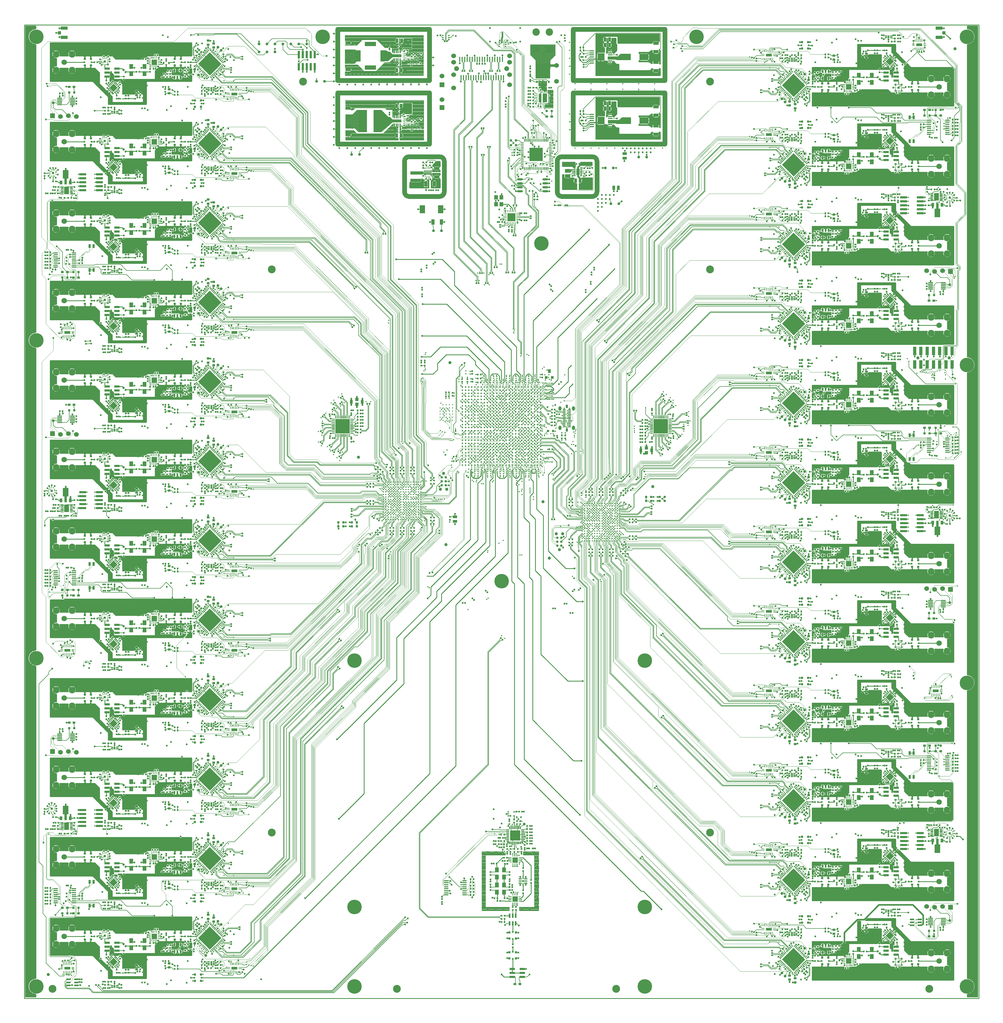
<source format=gtl>
*
*
G04 PADS9.1 Build Number: 384028 generated Gerber (RS-274-X) file*
G04 PC Version=2.1*
*
%IN "radiant_v1_finalcheck.p"*%
*
%MOIN*%
*
%FSLAX35Y35*%
*
*
*
*
G04 PC Standard Apertures*
*
*
G04 Thermal Relief Aperture macro.*
%AMTER*
1,1,$1,0,0*
1,0,$1-$2,0,0*
21,0,$3,$4,0,0,45*
21,0,$3,$4,0,0,135*
%
*
*
G04 Annular Aperture macro.*
%AMANN*
1,1,$1,0,0*
1,0,$2,0,0*
%
*
*
G04 Odd Aperture macro.*
%AMODD*
1,1,$1,0,0*
1,0,$1-0.005,0,0*
%
*
*
G04 PC Custom Aperture Macros*
*
*
*
*
*
*
G04 PC Aperture Table*
*
%ADD010C,0.001*%
%ADD011C,0.069*%
%ADD012C,0.085*%
%ADD013R,0.0315X0.02953*%
%ADD014R,0.02283X0.01969*%
%ADD015R,0.02X0.024*%
%ADD016C,0.012*%
%ADD017C,0.002*%
%ADD018R,0.01X0.026*%
%ADD019R,0.026X0.01*%
%ADD020R,0.07X0.07*%
%ADD021C,0.01969*%
%ADD022R,0.024X0.02*%
%ADD023R,0.025X0.02*%
%ADD024R,0.05X0.06*%
%ADD025R,0.065X0.03*%
%ADD026R,0.012X0.032*%
%ADD027R,0.128X0.128*%
%ADD028R,0.01969X0.01969*%
%ADD029R,0.01732X0.00787*%
%ADD030R,0.00787X0.01732*%
%ADD031R,0.02992X0.02992*%
%ADD032R,0.033X0.049*%
%ADD033R,0.071X0.108*%
%ADD034C,0.035*%
%ADD035R,0.01969X0.0315*%
%ADD036R,0.01969X0.02362*%
%ADD037R,0.022X0.039*%
%ADD038R,0.024X0.016*%
%ADD039R,0.06X0.013*%
%ADD040R,0.04724X0.05512*%
%ADD041R,0.024X0.055*%
%ADD042R,0.01102X0.01181*%
%ADD043R,0.035X0.028*%
%ADD044R,0.038X0.03*%
%ADD045C,0.01181*%
%ADD046R,0.02165X0.03583*%
%ADD047R,0.02756X0.01181*%
%ADD048R,0.02165X0.05709*%
%ADD049R,0.05709X0.01772*%
%ADD050R,0.031X0.031*%
%ADD051C,0.01614*%
%ADD052R,0.06X0.06*%
%ADD053C,0.06*%
%ADD054R,0.02992X0.05*%
%ADD055C,0.00256*%
%ADD056R,0.18071X0.18071*%
%ADD057R,0.09843X0.27953*%
%ADD058R,0.01181X0.02362*%
%ADD059R,0.01575X0.04528*%
%ADD060R,0.01181X0.04528*%
%ADD061R,0.1063X0.00787*%
%ADD062R,0.02362X0.01969*%
%ADD063R,0.02362X0.00984*%
%ADD064R,0.071X0.039*%
%ADD065R,0.035X0.055*%
%ADD066R,0.05906X0.05906*%
%ADD067R,0.05512X0.14173*%
%ADD068R,0.14173X0.05512*%
%ADD069R,0.11417X0.08071*%
%ADD070R,0.058X0.014*%
%ADD071R,0.091X0.097*%
%ADD072R,0.07087X0.04724*%
%ADD073O,0.09055X0.05906*%
%ADD074R,0.09843X0.01378*%
%ADD075R,0.00984X0.02362*%
%ADD076R,0.13386X0.03858*%
%ADD077R,0.039X0.071*%
%ADD078R,0.0374X0.04724*%
%ADD079R,0.03937X0.03937*%
%ADD080R,0.01024X0.02913*%
%ADD081R,0.02913X0.01024*%
%ADD082R,0.09843X0.09843*%
%ADD083R,0.012X0.016*%
%ADD084R,0.016X0.012*%
%ADD085R,0.01378X0.01181*%
%ADD086R,0.01181X0.01378*%
%ADD087R,0.00945X0.03543*%
%ADD088R,0.03543X0.00945*%
%ADD089R,0.0748X0.03543*%
%ADD090C,0.00394*%
%ADD091R,0.16732X0.16732*%
%ADD092R,0.03937X0.08268*%
%ADD093R,0.00945X0.02264*%
%ADD094R,0.02264X0.00945*%
%ADD095R,0.05709X0.1063*%
%ADD096R,0.03346X0.1063*%
%ADD097R,0.01969X0.02559*%
%ADD098R,0.093X0.093*%
%ADD099C,0.093*%
%ADD100R,0.03346X0.01181*%
%ADD101O,0.02953X0.04528*%
%ADD102O,0.03937X0.05512*%
%ADD103R,0.071X0.102*%
%ADD104R,0.02362X0.01654*%
%ADD105C,0.014*%
%ADD106C,0.183*%
%ADD107R,0.055X0.035*%
%ADD108R,0.024X0.039*%
%ADD109O,0.01378X0.07087*%
%ADD110C,0.06102*%
%ADD111R,0.02992X0.09449*%
%ADD112C,0.039*%
%ADD113C,0.031*%
%ADD114R,0.03937X0.10827*%
%ADD115C,0.03937*%
%ADD116R,0.08661X0.04134*%
%ADD117R,0.04134X0.03937*%
%ADD118R,0.085X0.03*%
%ADD119C,0.00118*%
%ADD120R,0.06496X0.0937*%
%ADD121R,0.05512X0.02362*%
%ADD122O,0.074X0.024*%
%ADD123R,0.03937X0.01378*%
%ADD124R,0.01378X0.03937*%
%ADD125R,0.051X0.024*%
%ADD126R,0.036X0.036*%
%ADD127R,0.036X0.05*%
%ADD128C,0.008*%
%ADD129C,0.00039*%
%ADD130C,0.05906*%
%ADD131C,0.005*%
%ADD132C,0.006*%
%ADD133C,0.004*%
%ADD134C,0.01*%
%ADD135C,0.007*%
%ADD136C,0.02*%
%ADD137C,0.003*%
%ADD138C,0.024*%
%ADD139C,0.016*%
%ADD140C,0.015*%
%ADD141C,0.009*%
%ADD162R,0.02953X0.0315*%
%ADD163R,0.01969X0.02283*%
%ADD344C,0.09843*%
%ADD345C,0.0063*%
%ADD346C,0.03*%
*
*
*
*
G04 PC Circuitry*
G04 Layer Name radiant_v1_finalcheck.p - circuitry*
%LPD*%
*
*
G04 PC Custom Flashes*
G04 Layer Name radiant_v1_finalcheck.p - flashes*
%LPD*%
*
*
G04 PC Circuitry*
G04 Layer Name radiant_v1_finalcheck.p - circuitry*
%LPD*%
*
G54D10*
G54D11*
G01X150000Y178000D03*
Y278000D03*
Y378000D03*
Y478000D03*
Y578000D03*
Y678000D03*
Y778000D03*
Y878000D03*
Y978000D03*
Y1078000D03*
Y1178000D03*
Y1278000D03*
X1250000Y1247000D03*
Y1147000D03*
Y1047000D03*
Y947000D03*
Y847000D03*
Y747000D03*
Y647000D03*
Y547000D03*
Y447000D03*
Y347000D03*
Y247000D03*
Y147000D03*
G54D12*
X140000Y188000D03*
X160000D03*
X140000Y168000D03*
X160000D03*
X140000Y288000D03*
X160000D03*
X140000Y268000D03*
X160000D03*
X140000Y388000D03*
X160000D03*
X140000Y368000D03*
X160000D03*
X140000Y488000D03*
X160000D03*
X140000Y468000D03*
X160000D03*
X140000Y588000D03*
X160000D03*
X140000Y568000D03*
X160000D03*
X140000Y688000D03*
X160000D03*
X140000Y668000D03*
X160000D03*
X140000Y788000D03*
X160000D03*
X140000Y768000D03*
X160000D03*
X140000Y888000D03*
X160000D03*
X140000Y868000D03*
X160000D03*
X140000Y988000D03*
X160000D03*
X140000Y968000D03*
X160000D03*
X140000Y1088000D03*
X160000D03*
X140000Y1068000D03*
X160000D03*
X140000Y1188000D03*
X160000D03*
X140000Y1168000D03*
X160000D03*
X140000Y1288000D03*
X160000D03*
X140000Y1268000D03*
X160000D03*
X1260000Y1237000D03*
X1240000D03*
X1260000Y1257000D03*
X1240000D03*
X1260000Y1137000D03*
X1240000D03*
X1260000Y1157000D03*
X1240000D03*
X1260000Y1037000D03*
X1240000D03*
X1260000Y1057000D03*
X1240000D03*
X1260000Y937000D03*
X1240000D03*
X1260000Y957000D03*
X1240000D03*
X1260000Y837000D03*
X1240000D03*
X1260000Y857000D03*
X1240000D03*
X1260000Y737000D03*
X1240000D03*
X1260000Y757000D03*
X1240000D03*
X1260000Y637000D03*
X1240000D03*
X1260000Y657000D03*
X1240000D03*
X1260000Y537000D03*
X1240000D03*
X1260000Y557000D03*
X1240000D03*
X1260000Y437000D03*
X1240000D03*
X1260000Y457000D03*
X1240000D03*
X1260000Y337000D03*
X1240000D03*
X1260000Y357000D03*
X1240000D03*
X1260000Y237000D03*
X1240000D03*
X1260000Y257000D03*
X1240000D03*
X1260000Y137000D03*
X1240000D03*
X1260000Y157000D03*
X1240000D03*
G54D13*
X183740Y182035D03*
Y173965D03*
X176260Y182035D03*
Y173965D03*
X289260D03*
Y182035D03*
X296740Y173965D03*
Y182035D03*
X183740Y282035D03*
Y273965D03*
X176260Y282035D03*
Y273965D03*
X289260D03*
Y282035D03*
X296740Y273965D03*
Y282035D03*
X183740Y382035D03*
Y373965D03*
X176260Y382035D03*
Y373965D03*
X289260D03*
Y382035D03*
X296740Y373965D03*
Y382035D03*
X183740Y482035D03*
Y473965D03*
X176260Y482035D03*
Y473965D03*
X289260D03*
Y482035D03*
X296740Y473965D03*
Y482035D03*
X314606Y121890D03*
Y129960D03*
X322086Y121890D03*
Y129960D03*
X314606Y221890D03*
Y229960D03*
X322086Y221890D03*
Y229960D03*
X314606Y321890D03*
Y329960D03*
X322086Y321890D03*
Y329960D03*
X314606Y421890D03*
Y429960D03*
X322086Y421890D03*
Y429960D03*
X183740Y582035D03*
Y573965D03*
X176260Y582035D03*
Y573965D03*
X289260D03*
Y582035D03*
X296740Y573965D03*
Y582035D03*
X314606Y521890D03*
Y529960D03*
X322086Y521890D03*
Y529960D03*
X183740Y682035D03*
Y673965D03*
X176260Y682035D03*
Y673965D03*
X289260D03*
Y682035D03*
X296740Y673965D03*
Y682035D03*
X314606Y621890D03*
Y629960D03*
X322086Y621890D03*
Y629960D03*
X183740Y782035D03*
Y773965D03*
X176260Y782035D03*
Y773965D03*
X289260D03*
Y782035D03*
X296740Y773965D03*
Y782035D03*
X314606Y721890D03*
Y729960D03*
X322086Y721890D03*
Y729960D03*
X183740Y882035D03*
Y873965D03*
X176260Y882035D03*
Y873965D03*
X289260D03*
Y882035D03*
X296740Y873965D03*
Y882035D03*
X314606Y821890D03*
Y829960D03*
X322086Y821890D03*
Y829960D03*
X183740Y982035D03*
Y973965D03*
X176260Y982035D03*
Y973965D03*
X289260D03*
Y982035D03*
X296740Y973965D03*
Y982035D03*
X314606Y921890D03*
Y929960D03*
X322086Y921890D03*
Y929960D03*
X183740Y1082035D03*
Y1073965D03*
X176260Y1082035D03*
Y1073965D03*
X289260D03*
Y1082035D03*
X296740Y1073965D03*
Y1082035D03*
X314606Y1021890D03*
Y1029960D03*
X322086Y1021890D03*
Y1029960D03*
X183740Y1182035D03*
Y1173965D03*
X176260Y1182035D03*
Y1173965D03*
X289260D03*
Y1182035D03*
X296740Y1173965D03*
Y1182035D03*
X314606Y1121890D03*
Y1129960D03*
X322086Y1121890D03*
Y1129960D03*
X183740Y1282035D03*
Y1273965D03*
X176260Y1282035D03*
Y1273965D03*
X289260D03*
Y1282035D03*
X296740Y1273965D03*
Y1282035D03*
X314606Y1221890D03*
Y1229960D03*
X322086Y1221890D03*
Y1229960D03*
X1216260Y1242965D03*
Y1251035D03*
X1223740Y1242965D03*
Y1251035D03*
X1110740D03*
Y1242965D03*
X1103260Y1251035D03*
Y1242965D03*
X1085394Y1303110D03*
Y1295040D03*
X1077914Y1303110D03*
Y1295040D03*
X1216260Y1142965D03*
Y1151035D03*
X1223740Y1142965D03*
Y1151035D03*
X1110740D03*
Y1142965D03*
X1103260Y1151035D03*
Y1142965D03*
X1085394Y1203110D03*
Y1195040D03*
X1077914Y1203110D03*
Y1195040D03*
X1216260Y1042965D03*
Y1051035D03*
X1223740Y1042965D03*
Y1051035D03*
X1110740D03*
Y1042965D03*
X1103260Y1051035D03*
Y1042965D03*
X1085394Y1103110D03*
Y1095040D03*
X1077914Y1103110D03*
Y1095040D03*
X1216260Y942965D03*
Y951035D03*
X1223740Y942965D03*
Y951035D03*
X1110740D03*
Y942965D03*
X1103260Y951035D03*
Y942965D03*
X1085394Y1003110D03*
Y995040D03*
X1077914Y1003110D03*
Y995040D03*
X1216260Y842965D03*
Y851035D03*
X1223740Y842965D03*
Y851035D03*
X1110740D03*
Y842965D03*
X1103260Y851035D03*
Y842965D03*
X1085394Y903110D03*
Y895040D03*
X1077914Y903110D03*
Y895040D03*
X1216260Y742965D03*
Y751035D03*
X1223740Y742965D03*
Y751035D03*
X1110740D03*
Y742965D03*
X1103260Y751035D03*
Y742965D03*
X1085394Y803110D03*
Y795040D03*
X1077914Y803110D03*
Y795040D03*
X1216260Y642965D03*
Y651035D03*
X1223740Y642965D03*
Y651035D03*
X1110740D03*
Y642965D03*
X1103260Y651035D03*
Y642965D03*
X1085394Y703110D03*
Y695040D03*
X1077914Y703110D03*
Y695040D03*
X1216260Y542965D03*
Y551035D03*
X1223740Y542965D03*
Y551035D03*
X1110740D03*
Y542965D03*
X1103260Y551035D03*
Y542965D03*
X1085394Y603110D03*
Y595040D03*
X1077914Y603110D03*
Y595040D03*
X1216260Y442965D03*
Y451035D03*
X1223740Y442965D03*
Y451035D03*
X1110740D03*
Y442965D03*
X1103260Y451035D03*
Y442965D03*
X1085394Y503110D03*
Y495040D03*
X1077914Y503110D03*
Y495040D03*
X1216260Y342965D03*
Y351035D03*
X1223740Y342965D03*
Y351035D03*
X1110740D03*
Y342965D03*
X1103260Y351035D03*
Y342965D03*
X1085394Y403110D03*
Y395040D03*
X1077914Y403110D03*
Y395040D03*
X1216260Y242965D03*
Y251035D03*
X1223740Y242965D03*
Y251035D03*
X1110740D03*
Y242965D03*
X1103260Y251035D03*
Y242965D03*
X1085394Y303110D03*
Y295040D03*
X1077914Y303110D03*
Y295040D03*
X1216260Y142965D03*
Y151035D03*
X1223740Y142965D03*
Y151035D03*
X1110740D03*
Y142965D03*
X1103260Y151035D03*
Y142965D03*
X1085394Y203110D03*
Y195040D03*
X1077914Y203110D03*
Y195040D03*
G54D14*
X184567Y178000D03*
X175433D03*
X288433D03*
X297567D03*
X184567Y278000D03*
X175433D03*
X288433D03*
X297567D03*
X184567Y378000D03*
X175433D03*
X288433D03*
X297567D03*
X184567Y478000D03*
X175433D03*
X288433D03*
X297567D03*
X313779Y125925D03*
X322913D03*
X313779Y225925D03*
X322913D03*
X313779Y325925D03*
X322913D03*
X313779Y425925D03*
X322913D03*
X184567Y578000D03*
X175433D03*
X288433D03*
X297567D03*
X313779Y525925D03*
X322913D03*
X184567Y678000D03*
X175433D03*
X288433D03*
X297567D03*
X313779Y625925D03*
X322913D03*
X184567Y778000D03*
X175433D03*
X288433D03*
X297567D03*
X313779Y725925D03*
X322913D03*
X184567Y878000D03*
X175433D03*
X288433D03*
X297567D03*
X313779Y825925D03*
X322913D03*
X184567Y978000D03*
X175433D03*
X288433D03*
X297567D03*
X313779Y925925D03*
X322913D03*
X184567Y1078000D03*
X175433D03*
X288433D03*
X297567D03*
X313779Y1025925D03*
X322913D03*
X184567Y1178000D03*
X175433D03*
X288433D03*
X297567D03*
X313779Y1125925D03*
X322913D03*
X184567Y1278000D03*
X175433D03*
X288433D03*
X297567D03*
X313779Y1225925D03*
X322913D03*
X1215433Y1247000D03*
X1224567D03*
X1111567D03*
X1102433D03*
X1086221Y1299075D03*
X1077087D03*
X1215433Y1147000D03*
X1224567D03*
X1111567D03*
X1102433D03*
X1086221Y1199075D03*
X1077087D03*
X1215433Y1047000D03*
X1224567D03*
X1111567D03*
X1102433D03*
X1086221Y1099075D03*
X1077087D03*
X1215433Y947000D03*
X1224567D03*
X1111567D03*
X1102433D03*
X1086221Y999075D03*
X1077087D03*
X1215433Y847000D03*
X1224567D03*
X1111567D03*
X1102433D03*
X1086221Y899075D03*
X1077087D03*
X1215433Y747000D03*
X1224567D03*
X1111567D03*
X1102433D03*
X1086221Y799075D03*
X1077087D03*
X1215433Y647000D03*
X1224567D03*
X1111567D03*
X1102433D03*
X1086221Y699075D03*
X1077087D03*
X1215433Y547000D03*
X1224567D03*
X1111567D03*
X1102433D03*
X1086221Y599075D03*
X1077087D03*
X1215433Y447000D03*
X1224567D03*
X1111567D03*
X1102433D03*
X1086221Y499075D03*
X1077087D03*
X1215433Y347000D03*
X1224567D03*
X1111567D03*
X1102433D03*
X1086221Y399075D03*
X1077087D03*
X1215433Y247000D03*
X1224567D03*
X1111567D03*
X1102433D03*
X1086221Y299075D03*
X1077087D03*
X1215433Y147000D03*
X1224567D03*
X1111567D03*
X1102433D03*
X1086221Y199075D03*
X1077087D03*
G54D15*
X305772Y178000D03*
X302228D03*
X305772Y278000D03*
X302228D03*
X706772Y277000D03*
X703228D03*
X694728Y222500D03*
X698272D03*
X703728Y226000D03*
X707272D03*
X191772Y178000D03*
X188228D03*
X191772Y278000D03*
X188228D03*
X136228Y328000D03*
X139772D03*
X163228Y327000D03*
X166772D03*
X240978Y166000D03*
X244522D03*
X302228Y171500D03*
X305772D03*
X302435Y160193D03*
X305978D03*
X283862Y166760D03*
X280319D03*
X252772Y182000D03*
X249228D03*
X133072Y313000D03*
X129528D03*
X302435Y260193D03*
X305978D03*
X302228Y271500D03*
X305772D03*
X283862Y266760D03*
X280319D03*
X240978Y266000D03*
X244522D03*
X252772Y282000D03*
X249228D03*
X302435Y360193D03*
X305978D03*
X283862Y366760D03*
X280319D03*
X302228Y371500D03*
X305772D03*
Y378000D03*
X302228D03*
X191772D03*
X188228D03*
X252772Y382000D03*
X249228D03*
X240978Y366000D03*
X244522D03*
X302435Y460193D03*
X305978D03*
X283862Y466760D03*
X280319D03*
X302228Y471500D03*
X305772D03*
X252772Y482000D03*
X249228D03*
X191772Y478000D03*
X188228D03*
X305772D03*
X302228D03*
X240978Y466000D03*
X244522D03*
X700228Y200000D03*
X703772D03*
X700228Y204000D03*
X703772D03*
X240978Y566000D03*
X244522D03*
X191772Y578000D03*
X188228D03*
X283862Y566760D03*
X280319D03*
X302228Y571500D03*
X305772D03*
X302435Y560193D03*
X305978D03*
X252772Y582000D03*
X249228D03*
X305772Y578000D03*
X302228D03*
X252772Y682000D03*
X249228D03*
X240978Y666000D03*
X244522D03*
X191772Y678000D03*
X188228D03*
X283862Y666760D03*
X280319D03*
X302228Y671500D03*
X305772D03*
X302435Y660193D03*
X305978D03*
X252772Y782000D03*
X249228D03*
X305772Y678000D03*
X302228D03*
X252772Y882000D03*
X249228D03*
X302435Y760193D03*
X305978D03*
X305772Y778000D03*
X302228D03*
X240978Y766000D03*
X244522D03*
X191772Y778000D03*
X188228D03*
X283862Y766760D03*
X280319D03*
X302228Y771500D03*
X305772D03*
X302435Y860193D03*
X305978D03*
X305772Y878000D03*
X302228D03*
X240978Y866000D03*
X244522D03*
X191772Y878000D03*
X188228D03*
X283862Y866760D03*
X280319D03*
X302228Y871500D03*
X305772D03*
X522772Y812000D03*
X519228D03*
X522772Y816000D03*
X519228D03*
X693772Y269500D03*
X690228D03*
X694772Y226000D03*
X691228D03*
X703272Y294000D03*
X699728D03*
X703272Y290000D03*
X699728D03*
X133072Y713000D03*
X129528D03*
X163228Y727000D03*
X166772D03*
X136228Y728000D03*
X139772D03*
X331228Y138000D03*
X334772D03*
X343228Y142000D03*
X346772D03*
X343228Y242000D03*
X346772D03*
X331228Y238000D03*
X334772D03*
X158772Y242000D03*
X155228D03*
X205272Y113000D03*
X201728D03*
X205272Y213000D03*
X201728D03*
X331269Y338000D03*
X334813D03*
X343269Y342000D03*
X346813D03*
X343228Y442000D03*
X346772D03*
X331228Y438000D03*
X334772D03*
X205272Y313000D03*
X201728D03*
X205272Y413000D03*
X201728D03*
X144728Y439000D03*
X148272D03*
X158772Y642000D03*
X155228D03*
X144728Y839000D03*
X148272D03*
X343228Y542000D03*
X346772D03*
X331228Y538000D03*
X334772D03*
X205272Y513000D03*
X201728D03*
X343228Y642000D03*
X346772D03*
X331228Y638000D03*
X334772D03*
X205272Y613000D03*
X201728D03*
X343269Y742000D03*
X346813D03*
X331269Y738000D03*
X334813D03*
X205272Y713000D03*
X201728D03*
X343228Y842000D03*
X346772D03*
X331228Y838000D03*
X334772D03*
X205272Y813000D03*
X201728D03*
X343269Y1142000D03*
X346813D03*
X331269Y1138000D03*
X334813D03*
X283862Y1266760D03*
X280319D03*
X240978Y1266000D03*
X244522D03*
X343228Y1242000D03*
X346772D03*
X331228Y1238000D03*
X334772D03*
X240978Y1166000D03*
X244522D03*
X191772Y978000D03*
X188228D03*
X283862Y1166760D03*
X280319D03*
X252772Y1282000D03*
X249228D03*
X331228Y1038000D03*
X334772D03*
X343228Y1042000D03*
X346772D03*
X240978Y1066000D03*
X244522D03*
X283862Y1066760D03*
X280319D03*
X252772Y1182000D03*
X249228D03*
X252772Y1082000D03*
X249228D03*
X331228Y938000D03*
X334772D03*
X343228Y942000D03*
X346772D03*
X302228Y971500D03*
X305772D03*
X302435Y960193D03*
X305978D03*
X240978Y966000D03*
X244522D03*
X305772Y978000D03*
X302228D03*
X158772Y1042000D03*
X155228D03*
X144728Y1239000D03*
X148272D03*
X283862Y966760D03*
X280319D03*
X252772Y982000D03*
X249228D03*
X133072Y1113000D03*
X129528D03*
X163228Y1127000D03*
X166772D03*
X136228Y1128000D03*
X139772D03*
X205272Y1213000D03*
X201728D03*
X191772Y1278000D03*
X188228D03*
X302228Y1271500D03*
X305772D03*
X302435Y1260193D03*
X305978D03*
X305772Y1278000D03*
X302228D03*
X205272Y1113000D03*
X201728D03*
X191772Y1178000D03*
X188228D03*
X302228Y1171500D03*
X305772D03*
X302435Y1160193D03*
X305978D03*
X305772Y1178000D03*
X302228D03*
X205272Y1013000D03*
X201728D03*
X191772Y1078000D03*
X188228D03*
X302228Y1071500D03*
X305772D03*
X302435Y1060193D03*
X305978D03*
X305772Y1078000D03*
X302228D03*
X205272Y913000D03*
X201728D03*
X572772Y1216000D03*
X569228D03*
X572772Y1193000D03*
X569228D03*
X573272Y1298000D03*
X569728D03*
X572772Y1275000D03*
X569228D03*
X802772Y1216500D03*
X799228D03*
X802772Y1200500D03*
X799228D03*
X805772Y1204500D03*
X802228D03*
X802772Y1296500D03*
X799228D03*
X802772Y1280500D03*
X799228D03*
X805772Y1284500D03*
X802228D03*
X794228Y1150000D03*
X797772D03*
X519228Y820000D03*
X522772D03*
X487272Y835000D03*
X483728D03*
X487772Y805000D03*
X484228D03*
X519228Y824000D03*
X522772D03*
X877228Y828000D03*
X880772D03*
X877228Y824000D03*
X880772D03*
Y820000D03*
X877228D03*
X912728Y805000D03*
X916272D03*
X912228Y835000D03*
X915772D03*
X880772Y816000D03*
X877228D03*
X1241228Y1183000D03*
X1244772D03*
X1255272Y986000D03*
X1251728D03*
X1236772Y1098000D03*
X1233228D03*
X1263772Y1097000D03*
X1260228D03*
X1208228Y1247000D03*
X1211772D03*
X1097772Y1253500D03*
X1094228D03*
X1097565Y1264807D03*
X1094022D03*
X1094228Y1247000D03*
X1097772D03*
X1068772Y1287000D03*
X1065228D03*
X1056772Y1283000D03*
X1053228D03*
X1159022Y1259000D03*
X1155478D03*
X1116138Y1258240D03*
X1119681D03*
X1147228Y1243000D03*
X1150772D03*
X1147228Y1143000D03*
X1150772D03*
X1194728Y1312000D03*
X1198272D03*
X1147228Y1043000D03*
X1150772D03*
X1116138Y1158240D03*
X1119681D03*
X1159022Y1159000D03*
X1155478D03*
X1056772Y1183000D03*
X1053228D03*
X1068772Y1187000D03*
X1065228D03*
X1094228Y1147000D03*
X1097772D03*
X1097565Y1164807D03*
X1094022D03*
X1097772Y1153500D03*
X1094228D03*
X1208228Y1147000D03*
X1211772D03*
X1194728Y1212000D03*
X1198272D03*
X1147228Y943000D03*
X1150772D03*
X1068731Y1087000D03*
X1065187D03*
X1056731Y1083000D03*
X1053187D03*
X1159022Y1059000D03*
X1155478D03*
X1208228Y1047000D03*
X1211772D03*
X1116138Y1058240D03*
X1119681D03*
X1097565Y1064807D03*
X1094022D03*
X1094228Y1047000D03*
X1097772D03*
Y1053500D03*
X1094228D03*
X1194728Y1112000D03*
X1198272D03*
X1068772Y987000D03*
X1065228D03*
X1056772Y983000D03*
X1053228D03*
X1159022Y959000D03*
X1155478D03*
X1208228Y947000D03*
X1211772D03*
X1116138Y958240D03*
X1119681D03*
X1097772Y953500D03*
X1094228D03*
X1097565Y964807D03*
X1094022D03*
X1094228Y947000D03*
X1097772D03*
X1194728Y1012000D03*
X1198272D03*
X1255272Y186000D03*
X1251728D03*
X1241228Y383000D03*
X1244772D03*
X1236772Y698000D03*
X1233228D03*
X1263772Y697000D03*
X1260228D03*
X1068772Y887000D03*
X1065228D03*
X1056772Y883000D03*
X1053228D03*
X1159022Y859000D03*
X1155478D03*
X1208228Y847000D03*
X1211772D03*
X1116138Y858240D03*
X1119681D03*
X1097772Y853500D03*
X1094228D03*
X1097565Y864807D03*
X1094022D03*
X1147228Y843000D03*
X1150772D03*
X1094228Y847000D03*
X1097772D03*
X1194728Y912000D03*
X1198272D03*
X1147228Y743000D03*
X1150772D03*
X1068772Y787000D03*
X1065228D03*
X1056772Y783000D03*
X1053228D03*
X1159022Y759000D03*
X1155478D03*
X1208228Y747000D03*
X1211772D03*
X1116138Y758240D03*
X1119681D03*
X1097772Y753500D03*
X1094228D03*
X1097565Y764807D03*
X1094022D03*
X1147228Y643000D03*
X1150772D03*
X1094228Y747000D03*
X1097772D03*
X1194728Y812000D03*
X1198272D03*
X1147228Y543000D03*
X1150772D03*
X1068731Y687000D03*
X1065187D03*
X1056731Y683000D03*
X1053187D03*
X1159022Y659000D03*
X1155478D03*
X1208228Y647000D03*
X1211772D03*
X1116138Y658240D03*
X1119681D03*
X1097772Y653500D03*
X1094228D03*
X1097565Y664807D03*
X1094022D03*
X1094228Y647000D03*
X1097772D03*
X1194728Y712000D03*
X1198272D03*
X1068772Y587000D03*
X1065228D03*
X1056772Y583000D03*
X1053228D03*
X1159022Y559000D03*
X1155478D03*
X1208228Y547000D03*
X1211772D03*
X1116138Y558240D03*
X1119681D03*
X1097772Y553500D03*
X1094228D03*
X1097565Y564807D03*
X1094022D03*
X1094228Y547000D03*
X1097772D03*
X1194728Y612000D03*
X1198272D03*
X1255272Y586000D03*
X1251728D03*
X1241228Y783000D03*
X1244772D03*
X1116138Y458240D03*
X1119681D03*
X1068772Y487000D03*
X1065228D03*
X1056772Y483000D03*
X1053228D03*
X1159022Y459000D03*
X1155478D03*
X1208228Y447000D03*
X1211772D03*
X1097772Y453500D03*
X1094228D03*
X1097565Y464807D03*
X1094022D03*
X1147228Y443000D03*
X1150772D03*
X1094228Y447000D03*
X1097772D03*
X1068772Y387000D03*
X1065228D03*
X1056772Y383000D03*
X1053228D03*
X1159022Y359000D03*
X1155478D03*
X1208228Y347000D03*
X1211772D03*
X1097772Y353500D03*
X1094228D03*
X1097565Y364807D03*
X1094022D03*
X1147228Y243000D03*
X1150772D03*
X1094228Y347000D03*
X1097772D03*
X1116138Y358240D03*
X1119681D03*
X1068731Y287000D03*
X1065187D03*
X1056731Y283000D03*
X1053187D03*
X1159022Y259000D03*
X1155478D03*
X1208228Y247000D03*
X1211772D03*
X1097772Y253500D03*
X1094228D03*
X1097565Y264807D03*
X1094022D03*
X1094228Y247000D03*
X1097772D03*
X1116138Y258240D03*
X1119681D03*
X1068772Y187000D03*
X1065228D03*
X1056772Y183000D03*
X1053228D03*
X1094228Y147000D03*
X1097772D03*
X1159022Y159000D03*
X1155478D03*
X1208228Y147000D03*
X1211772D03*
X1116138Y158240D03*
X1119681D03*
X1097772Y153500D03*
X1094228D03*
X1097565Y164807D03*
X1094022D03*
X1194728Y512000D03*
X1198272D03*
X1147228Y343000D03*
X1150772D03*
X1194728Y412000D03*
X1198272D03*
X1147228Y143000D03*
X1150772D03*
X1194728Y312000D03*
X1198272D03*
X1194728Y212000D03*
X1198272D03*
X1263772Y297000D03*
X1260228D03*
X1236772Y298000D03*
X1233228D03*
X732228Y301500D03*
X735772D03*
X732228Y298000D03*
X735772D03*
X696272D03*
X692728D03*
X732228Y313000D03*
X735772D03*
X732228Y317000D03*
X735772D03*
X732228Y294500D03*
X735772D03*
X710372Y291100D03*
X706828D03*
X732228Y309000D03*
X735772D03*
X732228Y305000D03*
X735772D03*
X701772Y302000D03*
X698228D03*
X725228Y1088000D03*
X728772D03*
X700772Y1077000D03*
X697228D03*
X725228Y1079000D03*
X728772D03*
X142872Y321000D03*
X139328D03*
X142872Y721000D03*
X139328D03*
X142872Y1121000D03*
X139328D03*
X763328Y832700D03*
X766872D03*
X763328Y828700D03*
X766872D03*
X763328Y824700D03*
X766872D03*
X763328Y820700D03*
X766872D03*
X763328Y836700D03*
X766872D03*
X763328Y840700D03*
X766872D03*
X633772Y862500D03*
X630228D03*
X633772Y857500D03*
X630228D03*
X673772Y880000D03*
X670228D03*
X673772Y885000D03*
X670228D03*
X673772Y875000D03*
X670228D03*
X643272Y776000D03*
X639728D03*
X643272Y781500D03*
X639728D03*
X763772Y791000D03*
X760228D03*
X739772Y1242000D03*
X736228D03*
X739772Y1230000D03*
X736228D03*
X739772Y1226000D03*
X736228D03*
X739772Y1222000D03*
X736228D03*
X719772Y1161000D03*
X716228D03*
X766228Y808000D03*
X769772D03*
X722228Y335000D03*
X725772D03*
X756228Y1246000D03*
X759772D03*
G54D16*
X330974Y193337D02*
X331964Y192348D01*
X329582Y191946D02*
X330572Y190956D01*
X328190Y190554D02*
X329180Y189564D01*
X326798Y189162D02*
X327788Y188172D01*
X325406Y187770D02*
X326396Y186780D01*
X324014Y186378D02*
X325004Y185388D01*
X322622Y184986D02*
X323612Y183996D01*
X321230Y183594D02*
X322220Y182604D01*
X319838Y182202D02*
X320828Y181212D01*
X318446Y180810D02*
X319436Y179820D01*
X317054Y179418D02*
X318044Y178428D01*
X315663Y178026D02*
X316652Y177036D01*
X315663Y173974D02*
X316652Y174964D01*
X317054Y172582D02*
X318044Y173572D01*
X318446Y171190D02*
X319436Y172180D01*
X319838Y169798D02*
X320828Y170788D01*
X321230Y168406D02*
X322220Y169396D01*
X322622Y167014D02*
X323612Y168004D01*
X324014Y165622D02*
X325004Y166612D01*
X325406Y164230D02*
X326396Y165220D01*
X326798Y162838D02*
X327788Y163828D01*
X328190Y161446D02*
X329180Y162436D01*
X329582Y160054D02*
X330572Y161044D01*
X330974Y158663D02*
X331964Y159652D01*
X334036D02*
X335026Y158663D01*
X335428Y161044D02*
X336418Y160054D01*
X336820Y162436D02*
X337810Y161446D01*
X338212Y163828D02*
X339202Y162838D01*
X339604Y165220D02*
X340594Y164230D01*
X340996Y166612D02*
X341986Y165622D01*
X342388Y168004D02*
X343378Y167014D01*
X343780Y169396D02*
X344770Y168406D01*
X345172Y170788D02*
X346162Y169798D01*
X346564Y172180D02*
X347554Y171190D01*
X347956Y173572D02*
X348946Y172582D01*
X349348Y174964D02*
X350337Y173974D01*
X349348Y177036D02*
X350337Y178026D01*
X347956Y178428D02*
X348946Y179418D01*
X346564Y179820D02*
X347554Y180810D01*
X345172Y181212D02*
X346162Y182202D01*
X343780Y182604D02*
X344770Y183594D01*
X342388Y183996D02*
X343378Y184986D01*
X340996Y185388D02*
X341986Y186378D01*
X339604Y186780D02*
X340594Y187770D01*
X338212Y188172D02*
X339202Y189162D01*
X336820Y189564D02*
X337810Y190554D01*
X335428Y190956D02*
X336418Y191946D01*
X334036Y192348D02*
X335026Y193337D01*
X330974Y293337D02*
X331964Y292348D01*
X329582Y291946D02*
X330572Y290956D01*
X328190Y290554D02*
X329180Y289564D01*
X326798Y289162D02*
X327788Y288172D01*
X325406Y287770D02*
X326396Y286780D01*
X324014Y286378D02*
X325004Y285388D01*
X322622Y284986D02*
X323612Y283996D01*
X321230Y283594D02*
X322220Y282604D01*
X319838Y282202D02*
X320828Y281212D01*
X318446Y280810D02*
X319436Y279820D01*
X317054Y279418D02*
X318044Y278428D01*
X315663Y278026D02*
X316652Y277036D01*
X315663Y273974D02*
X316652Y274964D01*
X317054Y272582D02*
X318044Y273572D01*
X318446Y271190D02*
X319436Y272180D01*
X319838Y269798D02*
X320828Y270788D01*
X321230Y268406D02*
X322220Y269396D01*
X322622Y267014D02*
X323612Y268004D01*
X324014Y265622D02*
X325004Y266612D01*
X325406Y264230D02*
X326396Y265220D01*
X326798Y262838D02*
X327788Y263828D01*
X328190Y261446D02*
X329180Y262436D01*
X329582Y260054D02*
X330572Y261044D01*
X330974Y258663D02*
X331964Y259652D01*
X334036D02*
X335026Y258663D01*
X335428Y261044D02*
X336418Y260054D01*
X336820Y262436D02*
X337810Y261446D01*
X338212Y263828D02*
X339202Y262838D01*
X339604Y265220D02*
X340594Y264230D01*
X340996Y266612D02*
X341986Y265622D01*
X342388Y268004D02*
X343378Y267014D01*
X343780Y269396D02*
X344770Y268406D01*
X345172Y270788D02*
X346162Y269798D01*
X346564Y272180D02*
X347554Y271190D01*
X347956Y273572D02*
X348946Y272582D01*
X349348Y274964D02*
X350337Y273974D01*
X349348Y277036D02*
X350337Y278026D01*
X347956Y278428D02*
X348946Y279418D01*
X346564Y279820D02*
X347554Y280810D01*
X345172Y281212D02*
X346162Y282202D01*
X343780Y282604D02*
X344770Y283594D01*
X342388Y283996D02*
X343378Y284986D01*
X340996Y285388D02*
X341986Y286378D01*
X339604Y286780D02*
X340594Y287770D01*
X338212Y288172D02*
X339202Y289162D01*
X336820Y289564D02*
X337810Y290554D01*
X335428Y290956D02*
X336418Y291946D01*
X334036Y292348D02*
X335026Y293337D01*
X330974Y393337D02*
X331964Y392348D01*
X329582Y391946D02*
X330572Y390956D01*
X328190Y390554D02*
X329180Y389564D01*
X326798Y389162D02*
X327788Y388172D01*
X325406Y387770D02*
X326396Y386780D01*
X324014Y386378D02*
X325004Y385388D01*
X322622Y384986D02*
X323612Y383996D01*
X321230Y383594D02*
X322220Y382604D01*
X319838Y382202D02*
X320828Y381212D01*
X318446Y380810D02*
X319436Y379820D01*
X317054Y379418D02*
X318044Y378428D01*
X315663Y378026D02*
X316652Y377036D01*
X315663Y373974D02*
X316652Y374964D01*
X317054Y372582D02*
X318044Y373572D01*
X318446Y371190D02*
X319436Y372180D01*
X319838Y369798D02*
X320828Y370788D01*
X321230Y368406D02*
X322220Y369396D01*
X322622Y367014D02*
X323612Y368004D01*
X324014Y365622D02*
X325004Y366612D01*
X325406Y364230D02*
X326396Y365220D01*
X326798Y362838D02*
X327788Y363828D01*
X328190Y361446D02*
X329180Y362436D01*
X329582Y360054D02*
X330572Y361044D01*
X330974Y358663D02*
X331964Y359652D01*
X334036D02*
X335026Y358663D01*
X335428Y361044D02*
X336418Y360054D01*
X336820Y362436D02*
X337810Y361446D01*
X338212Y363828D02*
X339202Y362838D01*
X339604Y365220D02*
X340594Y364230D01*
X340996Y366612D02*
X341986Y365622D01*
X342388Y368004D02*
X343378Y367014D01*
X343780Y369396D02*
X344770Y368406D01*
X345172Y370788D02*
X346162Y369798D01*
X346564Y372180D02*
X347554Y371190D01*
X347956Y373572D02*
X348946Y372582D01*
X349348Y374964D02*
X350337Y373974D01*
X349348Y377036D02*
X350337Y378026D01*
X347956Y378428D02*
X348946Y379418D01*
X346564Y379820D02*
X347554Y380810D01*
X345172Y381212D02*
X346162Y382202D01*
X343780Y382604D02*
X344770Y383594D01*
X342388Y383996D02*
X343378Y384986D01*
X340996Y385388D02*
X341986Y386378D01*
X339604Y386780D02*
X340594Y387770D01*
X338212Y388172D02*
X339202Y389162D01*
X336820Y389564D02*
X337810Y390554D01*
X335428Y390956D02*
X336418Y391946D01*
X334036Y392348D02*
X335026Y393337D01*
X330974Y493337D02*
X331964Y492348D01*
X329582Y491946D02*
X330572Y490956D01*
X328190Y490554D02*
X329180Y489564D01*
X326798Y489162D02*
X327788Y488172D01*
X325406Y487770D02*
X326396Y486780D01*
X324014Y486378D02*
X325004Y485388D01*
X322622Y484986D02*
X323612Y483996D01*
X321230Y483594D02*
X322220Y482604D01*
X319838Y482202D02*
X320828Y481212D01*
X318446Y480810D02*
X319436Y479820D01*
X317054Y479418D02*
X318044Y478428D01*
X315663Y478026D02*
X316652Y477036D01*
X315663Y473974D02*
X316652Y474964D01*
X317054Y472582D02*
X318044Y473572D01*
X318446Y471190D02*
X319436Y472180D01*
X319838Y469798D02*
X320828Y470788D01*
X321230Y468406D02*
X322220Y469396D01*
X322622Y467014D02*
X323612Y468004D01*
X324014Y465622D02*
X325004Y466612D01*
X325406Y464230D02*
X326396Y465220D01*
X326798Y462838D02*
X327788Y463828D01*
X328190Y461446D02*
X329180Y462436D01*
X329582Y460054D02*
X330572Y461044D01*
X330974Y458663D02*
X331964Y459652D01*
X334036D02*
X335026Y458663D01*
X335428Y461044D02*
X336418Y460054D01*
X336820Y462436D02*
X337810Y461446D01*
X338212Y463828D02*
X339202Y462838D01*
X339604Y465220D02*
X340594Y464230D01*
X340996Y466612D02*
X341986Y465622D01*
X342388Y468004D02*
X343378Y467014D01*
X343780Y469396D02*
X344770Y468406D01*
X345172Y470788D02*
X346162Y469798D01*
X346564Y472180D02*
X347554Y471190D01*
X347956Y473572D02*
X348946Y472582D01*
X349348Y474964D02*
X350337Y473974D01*
X349348Y477036D02*
X350337Y478026D01*
X347956Y478428D02*
X348946Y479418D01*
X346564Y479820D02*
X347554Y480810D01*
X345172Y481212D02*
X346162Y482202D01*
X343780Y482604D02*
X344770Y483594D01*
X342388Y483996D02*
X343378Y484986D01*
X340996Y485388D02*
X341986Y486378D01*
X339604Y486780D02*
X340594Y487770D01*
X338212Y488172D02*
X339202Y489162D01*
X336820Y489564D02*
X337810Y490554D01*
X335428Y490956D02*
X336418Y491946D01*
X334036Y492348D02*
X335026Y493337D01*
X330974Y593337D02*
X331964Y592348D01*
X329582Y591946D02*
X330572Y590956D01*
X328190Y590554D02*
X329180Y589564D01*
X326798Y589162D02*
X327788Y588172D01*
X325406Y587770D02*
X326396Y586780D01*
X324014Y586378D02*
X325004Y585388D01*
X322622Y584986D02*
X323612Y583996D01*
X321230Y583594D02*
X322220Y582604D01*
X319838Y582202D02*
X320828Y581212D01*
X318446Y580810D02*
X319436Y579820D01*
X317054Y579418D02*
X318044Y578428D01*
X315663Y578026D02*
X316652Y577036D01*
X315663Y573974D02*
X316652Y574964D01*
X317054Y572582D02*
X318044Y573572D01*
X318446Y571190D02*
X319436Y572180D01*
X319838Y569798D02*
X320828Y570788D01*
X321230Y568406D02*
X322220Y569396D01*
X322622Y567014D02*
X323612Y568004D01*
X324014Y565622D02*
X325004Y566612D01*
X325406Y564230D02*
X326396Y565220D01*
X326798Y562838D02*
X327788Y563828D01*
X328190Y561446D02*
X329180Y562436D01*
X329582Y560054D02*
X330572Y561044D01*
X330974Y558663D02*
X331964Y559652D01*
X334036D02*
X335026Y558663D01*
X335428Y561044D02*
X336418Y560054D01*
X336820Y562436D02*
X337810Y561446D01*
X338212Y563828D02*
X339202Y562838D01*
X339604Y565220D02*
X340594Y564230D01*
X340996Y566612D02*
X341986Y565622D01*
X342388Y568004D02*
X343378Y567014D01*
X343780Y569396D02*
X344770Y568406D01*
X345172Y570788D02*
X346162Y569798D01*
X346564Y572180D02*
X347554Y571190D01*
X347956Y573572D02*
X348946Y572582D01*
X349348Y574964D02*
X350337Y573974D01*
X349348Y577036D02*
X350337Y578026D01*
X347956Y578428D02*
X348946Y579418D01*
X346564Y579820D02*
X347554Y580810D01*
X345172Y581212D02*
X346162Y582202D01*
X343780Y582604D02*
X344770Y583594D01*
X342388Y583996D02*
X343378Y584986D01*
X340996Y585388D02*
X341986Y586378D01*
X339604Y586780D02*
X340594Y587770D01*
X338212Y588172D02*
X339202Y589162D01*
X336820Y589564D02*
X337810Y590554D01*
X335428Y590956D02*
X336418Y591946D01*
X334036Y592348D02*
X335026Y593337D01*
X330974Y693337D02*
X331964Y692348D01*
X329582Y691946D02*
X330572Y690956D01*
X328190Y690554D02*
X329180Y689564D01*
X326798Y689162D02*
X327788Y688172D01*
X325406Y687770D02*
X326396Y686780D01*
X324014Y686378D02*
X325004Y685388D01*
X322622Y684986D02*
X323612Y683996D01*
X321230Y683594D02*
X322220Y682604D01*
X319838Y682202D02*
X320828Y681212D01*
X318446Y680810D02*
X319436Y679820D01*
X317054Y679418D02*
X318044Y678428D01*
X315663Y678026D02*
X316652Y677036D01*
X315663Y673974D02*
X316652Y674964D01*
X317054Y672582D02*
X318044Y673572D01*
X318446Y671190D02*
X319436Y672180D01*
X319838Y669798D02*
X320828Y670788D01*
X321230Y668406D02*
X322220Y669396D01*
X322622Y667014D02*
X323612Y668004D01*
X324014Y665622D02*
X325004Y666612D01*
X325406Y664230D02*
X326396Y665220D01*
X326798Y662838D02*
X327788Y663828D01*
X328190Y661446D02*
X329180Y662436D01*
X329582Y660054D02*
X330572Y661044D01*
X330974Y658663D02*
X331964Y659652D01*
X334036D02*
X335026Y658663D01*
X335428Y661044D02*
X336418Y660054D01*
X336820Y662436D02*
X337810Y661446D01*
X338212Y663828D02*
X339202Y662838D01*
X339604Y665220D02*
X340594Y664230D01*
X340996Y666612D02*
X341986Y665622D01*
X342388Y668004D02*
X343378Y667014D01*
X343780Y669396D02*
X344770Y668406D01*
X345172Y670788D02*
X346162Y669798D01*
X346564Y672180D02*
X347554Y671190D01*
X347956Y673572D02*
X348946Y672582D01*
X349348Y674964D02*
X350337Y673974D01*
X349348Y677036D02*
X350337Y678026D01*
X347956Y678428D02*
X348946Y679418D01*
X346564Y679820D02*
X347554Y680810D01*
X345172Y681212D02*
X346162Y682202D01*
X343780Y682604D02*
X344770Y683594D01*
X342388Y683996D02*
X343378Y684986D01*
X340996Y685388D02*
X341986Y686378D01*
X339604Y686780D02*
X340594Y687770D01*
X338212Y688172D02*
X339202Y689162D01*
X336820Y689564D02*
X337810Y690554D01*
X335428Y690956D02*
X336418Y691946D01*
X334036Y692348D02*
X335026Y693337D01*
X330974Y793337D02*
X331964Y792348D01*
X329582Y791946D02*
X330572Y790956D01*
X328190Y790554D02*
X329180Y789564D01*
X326798Y789162D02*
X327788Y788172D01*
X325406Y787770D02*
X326396Y786780D01*
X324014Y786378D02*
X325004Y785388D01*
X322622Y784986D02*
X323612Y783996D01*
X321230Y783594D02*
X322220Y782604D01*
X319838Y782202D02*
X320828Y781212D01*
X318446Y780810D02*
X319436Y779820D01*
X317054Y779418D02*
X318044Y778428D01*
X315663Y778026D02*
X316652Y777036D01*
X315663Y773974D02*
X316652Y774964D01*
X317054Y772582D02*
X318044Y773572D01*
X318446Y771190D02*
X319436Y772180D01*
X319838Y769798D02*
X320828Y770788D01*
X321230Y768406D02*
X322220Y769396D01*
X322622Y767014D02*
X323612Y768004D01*
X324014Y765622D02*
X325004Y766612D01*
X325406Y764230D02*
X326396Y765220D01*
X326798Y762838D02*
X327788Y763828D01*
X328190Y761446D02*
X329180Y762436D01*
X329582Y760054D02*
X330572Y761044D01*
X330974Y758663D02*
X331964Y759652D01*
X334036D02*
X335026Y758663D01*
X335428Y761044D02*
X336418Y760054D01*
X336820Y762436D02*
X337810Y761446D01*
X338212Y763828D02*
X339202Y762838D01*
X339604Y765220D02*
X340594Y764230D01*
X340996Y766612D02*
X341986Y765622D01*
X342388Y768004D02*
X343378Y767014D01*
X343780Y769396D02*
X344770Y768406D01*
X345172Y770788D02*
X346162Y769798D01*
X346564Y772180D02*
X347554Y771190D01*
X347956Y773572D02*
X348946Y772582D01*
X349348Y774964D02*
X350337Y773974D01*
X349348Y777036D02*
X350337Y778026D01*
X347956Y778428D02*
X348946Y779418D01*
X346564Y779820D02*
X347554Y780810D01*
X345172Y781212D02*
X346162Y782202D01*
X343780Y782604D02*
X344770Y783594D01*
X342388Y783996D02*
X343378Y784986D01*
X340996Y785388D02*
X341986Y786378D01*
X339604Y786780D02*
X340594Y787770D01*
X338212Y788172D02*
X339202Y789162D01*
X336820Y789564D02*
X337810Y790554D01*
X335428Y790956D02*
X336418Y791946D01*
X334036Y792348D02*
X335026Y793337D01*
X330974Y893337D02*
X331964Y892348D01*
X329582Y891946D02*
X330572Y890956D01*
X328190Y890554D02*
X329180Y889564D01*
X326798Y889162D02*
X327788Y888172D01*
X325406Y887770D02*
X326396Y886780D01*
X324014Y886378D02*
X325004Y885388D01*
X322622Y884986D02*
X323612Y883996D01*
X321230Y883594D02*
X322220Y882604D01*
X319838Y882202D02*
X320828Y881212D01*
X318446Y880810D02*
X319436Y879820D01*
X317054Y879418D02*
X318044Y878428D01*
X315663Y878026D02*
X316652Y877036D01*
X315663Y873974D02*
X316652Y874964D01*
X317054Y872582D02*
X318044Y873572D01*
X318446Y871190D02*
X319436Y872180D01*
X319838Y869798D02*
X320828Y870788D01*
X321230Y868406D02*
X322220Y869396D01*
X322622Y867014D02*
X323612Y868004D01*
X324014Y865622D02*
X325004Y866612D01*
X325406Y864230D02*
X326396Y865220D01*
X326798Y862838D02*
X327788Y863828D01*
X328190Y861446D02*
X329180Y862436D01*
X329582Y860054D02*
X330572Y861044D01*
X330974Y858663D02*
X331964Y859652D01*
X334036D02*
X335026Y858663D01*
X335428Y861044D02*
X336418Y860054D01*
X336820Y862436D02*
X337810Y861446D01*
X338212Y863828D02*
X339202Y862838D01*
X339604Y865220D02*
X340594Y864230D01*
X340996Y866612D02*
X341986Y865622D01*
X342388Y868004D02*
X343378Y867014D01*
X343780Y869396D02*
X344770Y868406D01*
X345172Y870788D02*
X346162Y869798D01*
X346564Y872180D02*
X347554Y871190D01*
X347956Y873572D02*
X348946Y872582D01*
X349348Y874964D02*
X350337Y873974D01*
X349348Y877036D02*
X350337Y878026D01*
X347956Y878428D02*
X348946Y879418D01*
X346564Y879820D02*
X347554Y880810D01*
X345172Y881212D02*
X346162Y882202D01*
X343780Y882604D02*
X344770Y883594D01*
X342388Y883996D02*
X343378Y884986D01*
X340996Y885388D02*
X341986Y886378D01*
X339604Y886780D02*
X340594Y887770D01*
X338212Y888172D02*
X339202Y889162D01*
X336820Y889564D02*
X337810Y890554D01*
X335428Y890956D02*
X336418Y891946D01*
X334036Y892348D02*
X335026Y893337D01*
X330974Y1093337D02*
X331964Y1092348D01*
X329582Y1091946D02*
X330572Y1090956D01*
X328190Y1090554D02*
X329180Y1089564D01*
X326798Y1089162D02*
X327788Y1088172D01*
X325406Y1087770D02*
X326396Y1086780D01*
X324014Y1086378D02*
X325004Y1085388D01*
X322622Y1084986D02*
X323612Y1083996D01*
X321230Y1083594D02*
X322220Y1082604D01*
X319838Y1082202D02*
X320828Y1081212D01*
X318446Y1080810D02*
X319436Y1079820D01*
X317054Y1079418D02*
X318044Y1078428D01*
X315663Y1078026D02*
X316652Y1077036D01*
X315663Y1073974D02*
X316652Y1074964D01*
X317054Y1072582D02*
X318044Y1073572D01*
X318446Y1071190D02*
X319436Y1072180D01*
X319838Y1069798D02*
X320828Y1070788D01*
X321230Y1068406D02*
X322220Y1069396D01*
X322622Y1067014D02*
X323612Y1068004D01*
X324014Y1065622D02*
X325004Y1066612D01*
X325406Y1064230D02*
X326396Y1065220D01*
X326798Y1062838D02*
X327788Y1063828D01*
X328190Y1061446D02*
X329180Y1062436D01*
X329582Y1060054D02*
X330572Y1061044D01*
X330974Y1058663D02*
X331964Y1059652D01*
X334036D02*
X335026Y1058663D01*
X335428Y1061044D02*
X336418Y1060054D01*
X336820Y1062436D02*
X337810Y1061446D01*
X338212Y1063828D02*
X339202Y1062838D01*
X339604Y1065220D02*
X340594Y1064230D01*
X340996Y1066612D02*
X341986Y1065622D01*
X342388Y1068004D02*
X343378Y1067014D01*
X343780Y1069396D02*
X344770Y1068406D01*
X345172Y1070788D02*
X346162Y1069798D01*
X346564Y1072180D02*
X347554Y1071190D01*
X347956Y1073572D02*
X348946Y1072582D01*
X349348Y1074964D02*
X350337Y1073974D01*
X349348Y1077036D02*
X350337Y1078026D01*
X347956Y1078428D02*
X348946Y1079418D01*
X346564Y1079820D02*
X347554Y1080810D01*
X345172Y1081212D02*
X346162Y1082202D01*
X343780Y1082604D02*
X344770Y1083594D01*
X342388Y1083996D02*
X343378Y1084986D01*
X340996Y1085388D02*
X341986Y1086378D01*
X339604Y1086780D02*
X340594Y1087770D01*
X338212Y1088172D02*
X339202Y1089162D01*
X336820Y1089564D02*
X337810Y1090554D01*
X335428Y1090956D02*
X336418Y1091946D01*
X334036Y1092348D02*
X335026Y1093337D01*
X330974Y1193337D02*
X331964Y1192348D01*
X329582Y1191946D02*
X330572Y1190956D01*
X328190Y1190554D02*
X329180Y1189564D01*
X326798Y1189162D02*
X327788Y1188172D01*
X325406Y1187770D02*
X326396Y1186780D01*
X324014Y1186378D02*
X325004Y1185388D01*
X322622Y1184986D02*
X323612Y1183996D01*
X321230Y1183594D02*
X322220Y1182604D01*
X319838Y1182202D02*
X320828Y1181212D01*
X318446Y1180810D02*
X319436Y1179820D01*
X317054Y1179418D02*
X318044Y1178428D01*
X315663Y1178026D02*
X316652Y1177036D01*
X315663Y1173974D02*
X316652Y1174964D01*
X317054Y1172582D02*
X318044Y1173572D01*
X318446Y1171190D02*
X319436Y1172180D01*
X319838Y1169798D02*
X320828Y1170788D01*
X321230Y1168406D02*
X322220Y1169396D01*
X322622Y1167014D02*
X323612Y1168004D01*
X324014Y1165622D02*
X325004Y1166612D01*
X325406Y1164230D02*
X326396Y1165220D01*
X326798Y1162838D02*
X327788Y1163828D01*
X328190Y1161446D02*
X329180Y1162436D01*
X329582Y1160054D02*
X330572Y1161044D01*
X330974Y1158663D02*
X331964Y1159652D01*
X334036D02*
X335026Y1158663D01*
X335428Y1161044D02*
X336418Y1160054D01*
X336820Y1162436D02*
X337810Y1161446D01*
X338212Y1163828D02*
X339202Y1162838D01*
X339604Y1165220D02*
X340594Y1164230D01*
X340996Y1166612D02*
X341986Y1165622D01*
X342388Y1168004D02*
X343378Y1167014D01*
X343780Y1169396D02*
X344770Y1168406D01*
X345172Y1170788D02*
X346162Y1169798D01*
X346564Y1172180D02*
X347554Y1171190D01*
X347956Y1173572D02*
X348946Y1172582D01*
X349348Y1174964D02*
X350337Y1173974D01*
X349348Y1177036D02*
X350337Y1178026D01*
X347956Y1178428D02*
X348946Y1179418D01*
X346564Y1179820D02*
X347554Y1180810D01*
X345172Y1181212D02*
X346162Y1182202D01*
X343780Y1182604D02*
X344770Y1183594D01*
X342388Y1183996D02*
X343378Y1184986D01*
X340996Y1185388D02*
X341986Y1186378D01*
X339604Y1186780D02*
X340594Y1187770D01*
X338212Y1188172D02*
X339202Y1189162D01*
X336820Y1189564D02*
X337810Y1190554D01*
X335428Y1190956D02*
X336418Y1191946D01*
X334036Y1192348D02*
X335026Y1193337D01*
X330974Y1293337D02*
X331964Y1292348D01*
X329582Y1291946D02*
X330572Y1290956D01*
X328190Y1290554D02*
X329180Y1289564D01*
X326798Y1289162D02*
X327788Y1288172D01*
X325406Y1287770D02*
X326396Y1286780D01*
X324014Y1286378D02*
X325004Y1285388D01*
X322622Y1284986D02*
X323612Y1283996D01*
X321230Y1283594D02*
X322220Y1282604D01*
X319838Y1282202D02*
X320828Y1281212D01*
X318446Y1280810D02*
X319436Y1279820D01*
X317054Y1279418D02*
X318044Y1278428D01*
X315663Y1278026D02*
X316652Y1277036D01*
X315663Y1273974D02*
X316652Y1274964D01*
X317054Y1272582D02*
X318044Y1273572D01*
X318446Y1271190D02*
X319436Y1272180D01*
X319838Y1269798D02*
X320828Y1270788D01*
X321230Y1268406D02*
X322220Y1269396D01*
X322622Y1267014D02*
X323612Y1268004D01*
X324014Y1265622D02*
X325004Y1266612D01*
X325406Y1264230D02*
X326396Y1265220D01*
X326798Y1262838D02*
X327788Y1263828D01*
X328190Y1261446D02*
X329180Y1262436D01*
X329582Y1260054D02*
X330572Y1261044D01*
X330974Y1258663D02*
X331964Y1259652D01*
X334036D02*
X335026Y1258663D01*
X335428Y1261044D02*
X336418Y1260054D01*
X336820Y1262436D02*
X337810Y1261446D01*
X338212Y1263828D02*
X339202Y1262838D01*
X339604Y1265220D02*
X340594Y1264230D01*
X340996Y1266612D02*
X341986Y1265622D01*
X342388Y1268004D02*
X343378Y1267014D01*
X343780Y1269396D02*
X344770Y1268406D01*
X345172Y1270788D02*
X346162Y1269798D01*
X346564Y1272180D02*
X347554Y1271190D01*
X347956Y1273572D02*
X348946Y1272582D01*
X349348Y1274964D02*
X350337Y1273974D01*
X349348Y1277036D02*
X350337Y1278026D01*
X347956Y1278428D02*
X348946Y1279418D01*
X346564Y1279820D02*
X347554Y1280810D01*
X345172Y1281212D02*
X346162Y1282202D01*
X343780Y1282604D02*
X344770Y1283594D01*
X342388Y1283996D02*
X343378Y1284986D01*
X340996Y1285388D02*
X341986Y1286378D01*
X339604Y1286780D02*
X340594Y1287770D01*
X338212Y1288172D02*
X339202Y1289162D01*
X336820Y1289564D02*
X337810Y1290554D01*
X335428Y1290956D02*
X336418Y1291946D01*
X334036Y1292348D02*
X335026Y1293337D01*
X330974Y993337D02*
X331964Y992348D01*
X329582Y991946D02*
X330572Y990956D01*
X328190Y990554D02*
X329180Y989564D01*
X326798Y989162D02*
X327788Y988172D01*
X325406Y987770D02*
X326396Y986780D01*
X324014Y986378D02*
X325004Y985388D01*
X322622Y984986D02*
X323612Y983996D01*
X321230Y983594D02*
X322220Y982604D01*
X319838Y982202D02*
X320828Y981212D01*
X318446Y980810D02*
X319436Y979820D01*
X317054Y979418D02*
X318044Y978428D01*
X315663Y978026D02*
X316652Y977036D01*
X315663Y973974D02*
X316652Y974964D01*
X317054Y972582D02*
X318044Y973572D01*
X318446Y971190D02*
X319436Y972180D01*
X319838Y969798D02*
X320828Y970788D01*
X321230Y968406D02*
X322220Y969396D01*
X322622Y967014D02*
X323612Y968004D01*
X324014Y965622D02*
X325004Y966612D01*
X325406Y964230D02*
X326396Y965220D01*
X326798Y962838D02*
X327788Y963828D01*
X328190Y961446D02*
X329180Y962436D01*
X329582Y960054D02*
X330572Y961044D01*
X330974Y958663D02*
X331964Y959652D01*
X334036D02*
X335026Y958663D01*
X335428Y961044D02*
X336418Y960054D01*
X336820Y962436D02*
X337810Y961446D01*
X338212Y963828D02*
X339202Y962838D01*
X339604Y965220D02*
X340594Y964230D01*
X340996Y966612D02*
X341986Y965622D01*
X342388Y968004D02*
X343378Y967014D01*
X343780Y969396D02*
X344770Y968406D01*
X345172Y970788D02*
X346162Y969798D01*
X346564Y972180D02*
X347554Y971190D01*
X347956Y973572D02*
X348946Y972582D01*
X349348Y974964D02*
X350337Y973974D01*
X349348Y977036D02*
X350337Y978026D01*
X347956Y978428D02*
X348946Y979418D01*
X346564Y979820D02*
X347554Y980810D01*
X345172Y981212D02*
X346162Y982202D01*
X343780Y982604D02*
X344770Y983594D01*
X342388Y983996D02*
X343378Y984986D01*
X340996Y985388D02*
X341986Y986378D01*
X339604Y986780D02*
X340594Y987770D01*
X338212Y988172D02*
X339202Y989162D01*
X336820Y989564D02*
X337810Y990554D01*
X335428Y990956D02*
X336418Y991946D01*
X334036Y992348D02*
X335026Y993337D01*
X1069026Y1231663D02*
X1068036Y1232652D01*
X1070418Y1233054D02*
X1069428Y1234044D01*
X1071810Y1234446D02*
X1070820Y1235436D01*
X1073202Y1235838D02*
X1072212Y1236828D01*
X1074594Y1237230D02*
X1073604Y1238220D01*
X1075986Y1238622D02*
X1074996Y1239612D01*
X1077378Y1240014D02*
X1076388Y1241004D01*
X1078770Y1241406D02*
X1077780Y1242396D01*
X1080162Y1242798D02*
X1079172Y1243788D01*
X1081554Y1244190D02*
X1080564Y1245180D01*
X1082946Y1245582D02*
X1081956Y1246572D01*
X1084337Y1246974D02*
X1083348Y1247964D01*
X1084337Y1251026D02*
X1083348Y1250036D01*
X1082946Y1252418D02*
X1081956Y1251428D01*
X1081554Y1253810D02*
X1080564Y1252820D01*
X1080162Y1255202D02*
X1079172Y1254212D01*
X1078770Y1256594D02*
X1077780Y1255604D01*
X1077378Y1257986D02*
X1076388Y1256996D01*
X1075986Y1259378D02*
X1074996Y1258388D01*
X1074594Y1260770D02*
X1073604Y1259780D01*
X1073202Y1262162D02*
X1072212Y1261172D01*
X1071810Y1263554D02*
X1070820Y1262564D01*
X1070418Y1264946D02*
X1069428Y1263956D01*
X1069026Y1266337D02*
X1068036Y1265348D01*
X1065964D02*
X1064974Y1266337D01*
X1064572Y1263956D02*
X1063582Y1264946D01*
X1063180Y1262564D02*
X1062190Y1263554D01*
X1061788Y1261172D02*
X1060798Y1262162D01*
X1060396Y1259780D02*
X1059406Y1260770D01*
X1059004Y1258388D02*
X1058014Y1259378D01*
X1057612Y1256996D02*
X1056622Y1257986D01*
X1056220Y1255604D02*
X1055230Y1256594D01*
X1054828Y1254212D02*
X1053838Y1255202D01*
X1053436Y1252820D02*
X1052446Y1253810D01*
X1052044Y1251428D02*
X1051054Y1252418D01*
X1050652Y1250036D02*
X1049663Y1251026D01*
X1050652Y1247964D02*
X1049663Y1246974D01*
X1052044Y1246572D02*
X1051054Y1245582D01*
X1053436Y1245180D02*
X1052446Y1244190D01*
X1054828Y1243788D02*
X1053838Y1242798D01*
X1056220Y1242396D02*
X1055230Y1241406D01*
X1057612Y1241004D02*
X1056622Y1240014D01*
X1059004Y1239612D02*
X1058014Y1238622D01*
X1060396Y1238220D02*
X1059406Y1237230D01*
X1061788Y1236828D02*
X1060798Y1235838D01*
X1063180Y1235436D02*
X1062190Y1234446D01*
X1064572Y1234044D02*
X1063582Y1233054D01*
X1065964Y1232652D02*
X1064974Y1231663D01*
X1069026Y1131663D02*
X1068036Y1132652D01*
X1070418Y1133054D02*
X1069428Y1134044D01*
X1071810Y1134446D02*
X1070820Y1135436D01*
X1073202Y1135838D02*
X1072212Y1136828D01*
X1074594Y1137230D02*
X1073604Y1138220D01*
X1075986Y1138622D02*
X1074996Y1139612D01*
X1077378Y1140014D02*
X1076388Y1141004D01*
X1078770Y1141406D02*
X1077780Y1142396D01*
X1080162Y1142798D02*
X1079172Y1143788D01*
X1081554Y1144190D02*
X1080564Y1145180D01*
X1082946Y1145582D02*
X1081956Y1146572D01*
X1084337Y1146974D02*
X1083348Y1147964D01*
X1084337Y1151026D02*
X1083348Y1150036D01*
X1082946Y1152418D02*
X1081956Y1151428D01*
X1081554Y1153810D02*
X1080564Y1152820D01*
X1080162Y1155202D02*
X1079172Y1154212D01*
X1078770Y1156594D02*
X1077780Y1155604D01*
X1077378Y1157986D02*
X1076388Y1156996D01*
X1075986Y1159378D02*
X1074996Y1158388D01*
X1074594Y1160770D02*
X1073604Y1159780D01*
X1073202Y1162162D02*
X1072212Y1161172D01*
X1071810Y1163554D02*
X1070820Y1162564D01*
X1070418Y1164946D02*
X1069428Y1163956D01*
X1069026Y1166337D02*
X1068036Y1165348D01*
X1065964D02*
X1064974Y1166337D01*
X1064572Y1163956D02*
X1063582Y1164946D01*
X1063180Y1162564D02*
X1062190Y1163554D01*
X1061788Y1161172D02*
X1060798Y1162162D01*
X1060396Y1159780D02*
X1059406Y1160770D01*
X1059004Y1158388D02*
X1058014Y1159378D01*
X1057612Y1156996D02*
X1056622Y1157986D01*
X1056220Y1155604D02*
X1055230Y1156594D01*
X1054828Y1154212D02*
X1053838Y1155202D01*
X1053436Y1152820D02*
X1052446Y1153810D01*
X1052044Y1151428D02*
X1051054Y1152418D01*
X1050652Y1150036D02*
X1049663Y1151026D01*
X1050652Y1147964D02*
X1049663Y1146974D01*
X1052044Y1146572D02*
X1051054Y1145582D01*
X1053436Y1145180D02*
X1052446Y1144190D01*
X1054828Y1143788D02*
X1053838Y1142798D01*
X1056220Y1142396D02*
X1055230Y1141406D01*
X1057612Y1141004D02*
X1056622Y1140014D01*
X1059004Y1139612D02*
X1058014Y1138622D01*
X1060396Y1138220D02*
X1059406Y1137230D01*
X1061788Y1136828D02*
X1060798Y1135838D01*
X1063180Y1135436D02*
X1062190Y1134446D01*
X1064572Y1134044D02*
X1063582Y1133054D01*
X1065964Y1132652D02*
X1064974Y1131663D01*
X1069026Y1031663D02*
X1068036Y1032652D01*
X1070418Y1033054D02*
X1069428Y1034044D01*
X1071810Y1034446D02*
X1070820Y1035436D01*
X1073202Y1035838D02*
X1072212Y1036828D01*
X1074594Y1037230D02*
X1073604Y1038220D01*
X1075986Y1038622D02*
X1074996Y1039612D01*
X1077378Y1040014D02*
X1076388Y1041004D01*
X1078770Y1041406D02*
X1077780Y1042396D01*
X1080162Y1042798D02*
X1079172Y1043788D01*
X1081554Y1044190D02*
X1080564Y1045180D01*
X1082946Y1045582D02*
X1081956Y1046572D01*
X1084337Y1046974D02*
X1083348Y1047964D01*
X1084337Y1051026D02*
X1083348Y1050036D01*
X1082946Y1052418D02*
X1081956Y1051428D01*
X1081554Y1053810D02*
X1080564Y1052820D01*
X1080162Y1055202D02*
X1079172Y1054212D01*
X1078770Y1056594D02*
X1077780Y1055604D01*
X1077378Y1057986D02*
X1076388Y1056996D01*
X1075986Y1059378D02*
X1074996Y1058388D01*
X1074594Y1060770D02*
X1073604Y1059780D01*
X1073202Y1062162D02*
X1072212Y1061172D01*
X1071810Y1063554D02*
X1070820Y1062564D01*
X1070418Y1064946D02*
X1069428Y1063956D01*
X1069026Y1066337D02*
X1068036Y1065348D01*
X1065964D02*
X1064974Y1066337D01*
X1064572Y1063956D02*
X1063582Y1064946D01*
X1063180Y1062564D02*
X1062190Y1063554D01*
X1061788Y1061172D02*
X1060798Y1062162D01*
X1060396Y1059780D02*
X1059406Y1060770D01*
X1059004Y1058388D02*
X1058014Y1059378D01*
X1057612Y1056996D02*
X1056622Y1057986D01*
X1056220Y1055604D02*
X1055230Y1056594D01*
X1054828Y1054212D02*
X1053838Y1055202D01*
X1053436Y1052820D02*
X1052446Y1053810D01*
X1052044Y1051428D02*
X1051054Y1052418D01*
X1050652Y1050036D02*
X1049663Y1051026D01*
X1050652Y1047964D02*
X1049663Y1046974D01*
X1052044Y1046572D02*
X1051054Y1045582D01*
X1053436Y1045180D02*
X1052446Y1044190D01*
X1054828Y1043788D02*
X1053838Y1042798D01*
X1056220Y1042396D02*
X1055230Y1041406D01*
X1057612Y1041004D02*
X1056622Y1040014D01*
X1059004Y1039612D02*
X1058014Y1038622D01*
X1060396Y1038220D02*
X1059406Y1037230D01*
X1061788Y1036828D02*
X1060798Y1035838D01*
X1063180Y1035436D02*
X1062190Y1034446D01*
X1064572Y1034044D02*
X1063582Y1033054D01*
X1065964Y1032652D02*
X1064974Y1031663D01*
X1069026Y931663D02*
X1068036Y932652D01*
X1070418Y933054D02*
X1069428Y934044D01*
X1071810Y934446D02*
X1070820Y935436D01*
X1073202Y935838D02*
X1072212Y936828D01*
X1074594Y937230D02*
X1073604Y938220D01*
X1075986Y938622D02*
X1074996Y939612D01*
X1077378Y940014D02*
X1076388Y941004D01*
X1078770Y941406D02*
X1077780Y942396D01*
X1080162Y942798D02*
X1079172Y943788D01*
X1081554Y944190D02*
X1080564Y945180D01*
X1082946Y945582D02*
X1081956Y946572D01*
X1084337Y946974D02*
X1083348Y947964D01*
X1084337Y951026D02*
X1083348Y950036D01*
X1082946Y952418D02*
X1081956Y951428D01*
X1081554Y953810D02*
X1080564Y952820D01*
X1080162Y955202D02*
X1079172Y954212D01*
X1078770Y956594D02*
X1077780Y955604D01*
X1077378Y957986D02*
X1076388Y956996D01*
X1075986Y959378D02*
X1074996Y958388D01*
X1074594Y960770D02*
X1073604Y959780D01*
X1073202Y962162D02*
X1072212Y961172D01*
X1071810Y963554D02*
X1070820Y962564D01*
X1070418Y964946D02*
X1069428Y963956D01*
X1069026Y966337D02*
X1068036Y965348D01*
X1065964D02*
X1064974Y966337D01*
X1064572Y963956D02*
X1063582Y964946D01*
X1063180Y962564D02*
X1062190Y963554D01*
X1061788Y961172D02*
X1060798Y962162D01*
X1060396Y959780D02*
X1059406Y960770D01*
X1059004Y958388D02*
X1058014Y959378D01*
X1057612Y956996D02*
X1056622Y957986D01*
X1056220Y955604D02*
X1055230Y956594D01*
X1054828Y954212D02*
X1053838Y955202D01*
X1053436Y952820D02*
X1052446Y953810D01*
X1052044Y951428D02*
X1051054Y952418D01*
X1050652Y950036D02*
X1049663Y951026D01*
X1050652Y947964D02*
X1049663Y946974D01*
X1052044Y946572D02*
X1051054Y945582D01*
X1053436Y945180D02*
X1052446Y944190D01*
X1054828Y943788D02*
X1053838Y942798D01*
X1056220Y942396D02*
X1055230Y941406D01*
X1057612Y941004D02*
X1056622Y940014D01*
X1059004Y939612D02*
X1058014Y938622D01*
X1060396Y938220D02*
X1059406Y937230D01*
X1061788Y936828D02*
X1060798Y935838D01*
X1063180Y935436D02*
X1062190Y934446D01*
X1064572Y934044D02*
X1063582Y933054D01*
X1065964Y932652D02*
X1064974Y931663D01*
X1069026Y831663D02*
X1068036Y832652D01*
X1070418Y833054D02*
X1069428Y834044D01*
X1071810Y834446D02*
X1070820Y835436D01*
X1073202Y835838D02*
X1072212Y836828D01*
X1074594Y837230D02*
X1073604Y838220D01*
X1075986Y838622D02*
X1074996Y839612D01*
X1077378Y840014D02*
X1076388Y841004D01*
X1078770Y841406D02*
X1077780Y842396D01*
X1080162Y842798D02*
X1079172Y843788D01*
X1081554Y844190D02*
X1080564Y845180D01*
X1082946Y845582D02*
X1081956Y846572D01*
X1084337Y846974D02*
X1083348Y847964D01*
X1084337Y851026D02*
X1083348Y850036D01*
X1082946Y852418D02*
X1081956Y851428D01*
X1081554Y853810D02*
X1080564Y852820D01*
X1080162Y855202D02*
X1079172Y854212D01*
X1078770Y856594D02*
X1077780Y855604D01*
X1077378Y857986D02*
X1076388Y856996D01*
X1075986Y859378D02*
X1074996Y858388D01*
X1074594Y860770D02*
X1073604Y859780D01*
X1073202Y862162D02*
X1072212Y861172D01*
X1071810Y863554D02*
X1070820Y862564D01*
X1070418Y864946D02*
X1069428Y863956D01*
X1069026Y866337D02*
X1068036Y865348D01*
X1065964D02*
X1064974Y866337D01*
X1064572Y863956D02*
X1063582Y864946D01*
X1063180Y862564D02*
X1062190Y863554D01*
X1061788Y861172D02*
X1060798Y862162D01*
X1060396Y859780D02*
X1059406Y860770D01*
X1059004Y858388D02*
X1058014Y859378D01*
X1057612Y856996D02*
X1056622Y857986D01*
X1056220Y855604D02*
X1055230Y856594D01*
X1054828Y854212D02*
X1053838Y855202D01*
X1053436Y852820D02*
X1052446Y853810D01*
X1052044Y851428D02*
X1051054Y852418D01*
X1050652Y850036D02*
X1049663Y851026D01*
X1050652Y847964D02*
X1049663Y846974D01*
X1052044Y846572D02*
X1051054Y845582D01*
X1053436Y845180D02*
X1052446Y844190D01*
X1054828Y843788D02*
X1053838Y842798D01*
X1056220Y842396D02*
X1055230Y841406D01*
X1057612Y841004D02*
X1056622Y840014D01*
X1059004Y839612D02*
X1058014Y838622D01*
X1060396Y838220D02*
X1059406Y837230D01*
X1061788Y836828D02*
X1060798Y835838D01*
X1063180Y835436D02*
X1062190Y834446D01*
X1064572Y834044D02*
X1063582Y833054D01*
X1065964Y832652D02*
X1064974Y831663D01*
X1069026Y731663D02*
X1068036Y732652D01*
X1070418Y733054D02*
X1069428Y734044D01*
X1071810Y734446D02*
X1070820Y735436D01*
X1073202Y735838D02*
X1072212Y736828D01*
X1074594Y737230D02*
X1073604Y738220D01*
X1075986Y738622D02*
X1074996Y739612D01*
X1077378Y740014D02*
X1076388Y741004D01*
X1078770Y741406D02*
X1077780Y742396D01*
X1080162Y742798D02*
X1079172Y743788D01*
X1081554Y744190D02*
X1080564Y745180D01*
X1082946Y745582D02*
X1081956Y746572D01*
X1084337Y746974D02*
X1083348Y747964D01*
X1084337Y751026D02*
X1083348Y750036D01*
X1082946Y752418D02*
X1081956Y751428D01*
X1081554Y753810D02*
X1080564Y752820D01*
X1080162Y755202D02*
X1079172Y754212D01*
X1078770Y756594D02*
X1077780Y755604D01*
X1077378Y757986D02*
X1076388Y756996D01*
X1075986Y759378D02*
X1074996Y758388D01*
X1074594Y760770D02*
X1073604Y759780D01*
X1073202Y762162D02*
X1072212Y761172D01*
X1071810Y763554D02*
X1070820Y762564D01*
X1070418Y764946D02*
X1069428Y763956D01*
X1069026Y766337D02*
X1068036Y765348D01*
X1065964D02*
X1064974Y766337D01*
X1064572Y763956D02*
X1063582Y764946D01*
X1063180Y762564D02*
X1062190Y763554D01*
X1061788Y761172D02*
X1060798Y762162D01*
X1060396Y759780D02*
X1059406Y760770D01*
X1059004Y758388D02*
X1058014Y759378D01*
X1057612Y756996D02*
X1056622Y757986D01*
X1056220Y755604D02*
X1055230Y756594D01*
X1054828Y754212D02*
X1053838Y755202D01*
X1053436Y752820D02*
X1052446Y753810D01*
X1052044Y751428D02*
X1051054Y752418D01*
X1050652Y750036D02*
X1049663Y751026D01*
X1050652Y747964D02*
X1049663Y746974D01*
X1052044Y746572D02*
X1051054Y745582D01*
X1053436Y745180D02*
X1052446Y744190D01*
X1054828Y743788D02*
X1053838Y742798D01*
X1056220Y742396D02*
X1055230Y741406D01*
X1057612Y741004D02*
X1056622Y740014D01*
X1059004Y739612D02*
X1058014Y738622D01*
X1060396Y738220D02*
X1059406Y737230D01*
X1061788Y736828D02*
X1060798Y735838D01*
X1063180Y735436D02*
X1062190Y734446D01*
X1064572Y734044D02*
X1063582Y733054D01*
X1065964Y732652D02*
X1064974Y731663D01*
X1069026Y631663D02*
X1068036Y632652D01*
X1070418Y633054D02*
X1069428Y634044D01*
X1071810Y634446D02*
X1070820Y635436D01*
X1073202Y635838D02*
X1072212Y636828D01*
X1074594Y637230D02*
X1073604Y638220D01*
X1075986Y638622D02*
X1074996Y639612D01*
X1077378Y640014D02*
X1076388Y641004D01*
X1078770Y641406D02*
X1077780Y642396D01*
X1080162Y642798D02*
X1079172Y643788D01*
X1081554Y644190D02*
X1080564Y645180D01*
X1082946Y645582D02*
X1081956Y646572D01*
X1084337Y646974D02*
X1083348Y647964D01*
X1084337Y651026D02*
X1083348Y650036D01*
X1082946Y652418D02*
X1081956Y651428D01*
X1081554Y653810D02*
X1080564Y652820D01*
X1080162Y655202D02*
X1079172Y654212D01*
X1078770Y656594D02*
X1077780Y655604D01*
X1077378Y657986D02*
X1076388Y656996D01*
X1075986Y659378D02*
X1074996Y658388D01*
X1074594Y660770D02*
X1073604Y659780D01*
X1073202Y662162D02*
X1072212Y661172D01*
X1071810Y663554D02*
X1070820Y662564D01*
X1070418Y664946D02*
X1069428Y663956D01*
X1069026Y666337D02*
X1068036Y665348D01*
X1065964D02*
X1064974Y666337D01*
X1064572Y663956D02*
X1063582Y664946D01*
X1063180Y662564D02*
X1062190Y663554D01*
X1061788Y661172D02*
X1060798Y662162D01*
X1060396Y659780D02*
X1059406Y660770D01*
X1059004Y658388D02*
X1058014Y659378D01*
X1057612Y656996D02*
X1056622Y657986D01*
X1056220Y655604D02*
X1055230Y656594D01*
X1054828Y654212D02*
X1053838Y655202D01*
X1053436Y652820D02*
X1052446Y653810D01*
X1052044Y651428D02*
X1051054Y652418D01*
X1050652Y650036D02*
X1049663Y651026D01*
X1050652Y647964D02*
X1049663Y646974D01*
X1052044Y646572D02*
X1051054Y645582D01*
X1053436Y645180D02*
X1052446Y644190D01*
X1054828Y643788D02*
X1053838Y642798D01*
X1056220Y642396D02*
X1055230Y641406D01*
X1057612Y641004D02*
X1056622Y640014D01*
X1059004Y639612D02*
X1058014Y638622D01*
X1060396Y638220D02*
X1059406Y637230D01*
X1061788Y636828D02*
X1060798Y635838D01*
X1063180Y635436D02*
X1062190Y634446D01*
X1064572Y634044D02*
X1063582Y633054D01*
X1065964Y632652D02*
X1064974Y631663D01*
X1069026Y531663D02*
X1068036Y532652D01*
X1070418Y533054D02*
X1069428Y534044D01*
X1071810Y534446D02*
X1070820Y535436D01*
X1073202Y535838D02*
X1072212Y536828D01*
X1074594Y537230D02*
X1073604Y538220D01*
X1075986Y538622D02*
X1074996Y539612D01*
X1077378Y540014D02*
X1076388Y541004D01*
X1078770Y541406D02*
X1077780Y542396D01*
X1080162Y542798D02*
X1079172Y543788D01*
X1081554Y544190D02*
X1080564Y545180D01*
X1082946Y545582D02*
X1081956Y546572D01*
X1084337Y546974D02*
X1083348Y547964D01*
X1084337Y551026D02*
X1083348Y550036D01*
X1082946Y552418D02*
X1081956Y551428D01*
X1081554Y553810D02*
X1080564Y552820D01*
X1080162Y555202D02*
X1079172Y554212D01*
X1078770Y556594D02*
X1077780Y555604D01*
X1077378Y557986D02*
X1076388Y556996D01*
X1075986Y559378D02*
X1074996Y558388D01*
X1074594Y560770D02*
X1073604Y559780D01*
X1073202Y562162D02*
X1072212Y561172D01*
X1071810Y563554D02*
X1070820Y562564D01*
X1070418Y564946D02*
X1069428Y563956D01*
X1069026Y566337D02*
X1068036Y565348D01*
X1065964D02*
X1064974Y566337D01*
X1064572Y563956D02*
X1063582Y564946D01*
X1063180Y562564D02*
X1062190Y563554D01*
X1061788Y561172D02*
X1060798Y562162D01*
X1060396Y559780D02*
X1059406Y560770D01*
X1059004Y558388D02*
X1058014Y559378D01*
X1057612Y556996D02*
X1056622Y557986D01*
X1056220Y555604D02*
X1055230Y556594D01*
X1054828Y554212D02*
X1053838Y555202D01*
X1053436Y552820D02*
X1052446Y553810D01*
X1052044Y551428D02*
X1051054Y552418D01*
X1050652Y550036D02*
X1049663Y551026D01*
X1050652Y547964D02*
X1049663Y546974D01*
X1052044Y546572D02*
X1051054Y545582D01*
X1053436Y545180D02*
X1052446Y544190D01*
X1054828Y543788D02*
X1053838Y542798D01*
X1056220Y542396D02*
X1055230Y541406D01*
X1057612Y541004D02*
X1056622Y540014D01*
X1059004Y539612D02*
X1058014Y538622D01*
X1060396Y538220D02*
X1059406Y537230D01*
X1061788Y536828D02*
X1060798Y535838D01*
X1063180Y535436D02*
X1062190Y534446D01*
X1064572Y534044D02*
X1063582Y533054D01*
X1065964Y532652D02*
X1064974Y531663D01*
X1069026Y431663D02*
X1068036Y432652D01*
X1070418Y433054D02*
X1069428Y434044D01*
X1071810Y434446D02*
X1070820Y435436D01*
X1073202Y435838D02*
X1072212Y436828D01*
X1074594Y437230D02*
X1073604Y438220D01*
X1075986Y438622D02*
X1074996Y439612D01*
X1077378Y440014D02*
X1076388Y441004D01*
X1078770Y441406D02*
X1077780Y442396D01*
X1080162Y442798D02*
X1079172Y443788D01*
X1081554Y444190D02*
X1080564Y445180D01*
X1082946Y445582D02*
X1081956Y446572D01*
X1084337Y446974D02*
X1083348Y447964D01*
X1084337Y451026D02*
X1083348Y450036D01*
X1082946Y452418D02*
X1081956Y451428D01*
X1081554Y453810D02*
X1080564Y452820D01*
X1080162Y455202D02*
X1079172Y454212D01*
X1078770Y456594D02*
X1077780Y455604D01*
X1077378Y457986D02*
X1076388Y456996D01*
X1075986Y459378D02*
X1074996Y458388D01*
X1074594Y460770D02*
X1073604Y459780D01*
X1073202Y462162D02*
X1072212Y461172D01*
X1071810Y463554D02*
X1070820Y462564D01*
X1070418Y464946D02*
X1069428Y463956D01*
X1069026Y466337D02*
X1068036Y465348D01*
X1065964D02*
X1064974Y466337D01*
X1064572Y463956D02*
X1063582Y464946D01*
X1063180Y462564D02*
X1062190Y463554D01*
X1061788Y461172D02*
X1060798Y462162D01*
X1060396Y459780D02*
X1059406Y460770D01*
X1059004Y458388D02*
X1058014Y459378D01*
X1057612Y456996D02*
X1056622Y457986D01*
X1056220Y455604D02*
X1055230Y456594D01*
X1054828Y454212D02*
X1053838Y455202D01*
X1053436Y452820D02*
X1052446Y453810D01*
X1052044Y451428D02*
X1051054Y452418D01*
X1050652Y450036D02*
X1049663Y451026D01*
X1050652Y447964D02*
X1049663Y446974D01*
X1052044Y446572D02*
X1051054Y445582D01*
X1053436Y445180D02*
X1052446Y444190D01*
X1054828Y443788D02*
X1053838Y442798D01*
X1056220Y442396D02*
X1055230Y441406D01*
X1057612Y441004D02*
X1056622Y440014D01*
X1059004Y439612D02*
X1058014Y438622D01*
X1060396Y438220D02*
X1059406Y437230D01*
X1061788Y436828D02*
X1060798Y435838D01*
X1063180Y435436D02*
X1062190Y434446D01*
X1064572Y434044D02*
X1063582Y433054D01*
X1065964Y432652D02*
X1064974Y431663D01*
X1069026Y331663D02*
X1068036Y332652D01*
X1070418Y333054D02*
X1069428Y334044D01*
X1071810Y334446D02*
X1070820Y335436D01*
X1073202Y335838D02*
X1072212Y336828D01*
X1074594Y337230D02*
X1073604Y338220D01*
X1075986Y338622D02*
X1074996Y339612D01*
X1077378Y340014D02*
X1076388Y341004D01*
X1078770Y341406D02*
X1077780Y342396D01*
X1080162Y342798D02*
X1079172Y343788D01*
X1081554Y344190D02*
X1080564Y345180D01*
X1082946Y345582D02*
X1081956Y346572D01*
X1084337Y346974D02*
X1083348Y347964D01*
X1084337Y351026D02*
X1083348Y350036D01*
X1082946Y352418D02*
X1081956Y351428D01*
X1081554Y353810D02*
X1080564Y352820D01*
X1080162Y355202D02*
X1079172Y354212D01*
X1078770Y356594D02*
X1077780Y355604D01*
X1077378Y357986D02*
X1076388Y356996D01*
X1075986Y359378D02*
X1074996Y358388D01*
X1074594Y360770D02*
X1073604Y359780D01*
X1073202Y362162D02*
X1072212Y361172D01*
X1071810Y363554D02*
X1070820Y362564D01*
X1070418Y364946D02*
X1069428Y363956D01*
X1069026Y366337D02*
X1068036Y365348D01*
X1065964D02*
X1064974Y366337D01*
X1064572Y363956D02*
X1063582Y364946D01*
X1063180Y362564D02*
X1062190Y363554D01*
X1061788Y361172D02*
X1060798Y362162D01*
X1060396Y359780D02*
X1059406Y360770D01*
X1059004Y358388D02*
X1058014Y359378D01*
X1057612Y356996D02*
X1056622Y357986D01*
X1056220Y355604D02*
X1055230Y356594D01*
X1054828Y354212D02*
X1053838Y355202D01*
X1053436Y352820D02*
X1052446Y353810D01*
X1052044Y351428D02*
X1051054Y352418D01*
X1050652Y350036D02*
X1049663Y351026D01*
X1050652Y347964D02*
X1049663Y346974D01*
X1052044Y346572D02*
X1051054Y345582D01*
X1053436Y345180D02*
X1052446Y344190D01*
X1054828Y343788D02*
X1053838Y342798D01*
X1056220Y342396D02*
X1055230Y341406D01*
X1057612Y341004D02*
X1056622Y340014D01*
X1059004Y339612D02*
X1058014Y338622D01*
X1060396Y338220D02*
X1059406Y337230D01*
X1061788Y336828D02*
X1060798Y335838D01*
X1063180Y335436D02*
X1062190Y334446D01*
X1064572Y334044D02*
X1063582Y333054D01*
X1065964Y332652D02*
X1064974Y331663D01*
X1069026Y231663D02*
X1068036Y232652D01*
X1070418Y233054D02*
X1069428Y234044D01*
X1071810Y234446D02*
X1070820Y235436D01*
X1073202Y235838D02*
X1072212Y236828D01*
X1074594Y237230D02*
X1073604Y238220D01*
X1075986Y238622D02*
X1074996Y239612D01*
X1077378Y240014D02*
X1076388Y241004D01*
X1078770Y241406D02*
X1077780Y242396D01*
X1080162Y242798D02*
X1079172Y243788D01*
X1081554Y244190D02*
X1080564Y245180D01*
X1082946Y245582D02*
X1081956Y246572D01*
X1084337Y246974D02*
X1083348Y247964D01*
X1084337Y251026D02*
X1083348Y250036D01*
X1082946Y252418D02*
X1081956Y251428D01*
X1081554Y253810D02*
X1080564Y252820D01*
X1080162Y255202D02*
X1079172Y254212D01*
X1078770Y256594D02*
X1077780Y255604D01*
X1077378Y257986D02*
X1076388Y256996D01*
X1075986Y259378D02*
X1074996Y258388D01*
X1074594Y260770D02*
X1073604Y259780D01*
X1073202Y262162D02*
X1072212Y261172D01*
X1071810Y263554D02*
X1070820Y262564D01*
X1070418Y264946D02*
X1069428Y263956D01*
X1069026Y266337D02*
X1068036Y265348D01*
X1065964D02*
X1064974Y266337D01*
X1064572Y263956D02*
X1063582Y264946D01*
X1063180Y262564D02*
X1062190Y263554D01*
X1061788Y261172D02*
X1060798Y262162D01*
X1060396Y259780D02*
X1059406Y260770D01*
X1059004Y258388D02*
X1058014Y259378D01*
X1057612Y256996D02*
X1056622Y257986D01*
X1056220Y255604D02*
X1055230Y256594D01*
X1054828Y254212D02*
X1053838Y255202D01*
X1053436Y252820D02*
X1052446Y253810D01*
X1052044Y251428D02*
X1051054Y252418D01*
X1050652Y250036D02*
X1049663Y251026D01*
X1050652Y247964D02*
X1049663Y246974D01*
X1052044Y246572D02*
X1051054Y245582D01*
X1053436Y245180D02*
X1052446Y244190D01*
X1054828Y243788D02*
X1053838Y242798D01*
X1056220Y242396D02*
X1055230Y241406D01*
X1057612Y241004D02*
X1056622Y240014D01*
X1059004Y239612D02*
X1058014Y238622D01*
X1060396Y238220D02*
X1059406Y237230D01*
X1061788Y236828D02*
X1060798Y235838D01*
X1063180Y235436D02*
X1062190Y234446D01*
X1064572Y234044D02*
X1063582Y233054D01*
X1065964Y232652D02*
X1064974Y231663D01*
X1069026Y131663D02*
X1068036Y132652D01*
X1070418Y133054D02*
X1069428Y134044D01*
X1071810Y134446D02*
X1070820Y135436D01*
X1073202Y135838D02*
X1072212Y136828D01*
X1074594Y137230D02*
X1073604Y138220D01*
X1075986Y138622D02*
X1074996Y139612D01*
X1077378Y140014D02*
X1076388Y141004D01*
X1078770Y141406D02*
X1077780Y142396D01*
X1080162Y142798D02*
X1079172Y143788D01*
X1081554Y144190D02*
X1080564Y145180D01*
X1082946Y145582D02*
X1081956Y146572D01*
X1084337Y146974D02*
X1083348Y147964D01*
X1084337Y151026D02*
X1083348Y150036D01*
X1082946Y152418D02*
X1081956Y151428D01*
X1081554Y153810D02*
X1080564Y152820D01*
X1080162Y155202D02*
X1079172Y154212D01*
X1078770Y156594D02*
X1077780Y155604D01*
X1077378Y157986D02*
X1076388Y156996D01*
X1075986Y159378D02*
X1074996Y158388D01*
X1074594Y160770D02*
X1073604Y159780D01*
X1073202Y162162D02*
X1072212Y161172D01*
X1071810Y163554D02*
X1070820Y162564D01*
X1070418Y164946D02*
X1069428Y163956D01*
X1069026Y166337D02*
X1068036Y165348D01*
X1065964D02*
X1064974Y166337D01*
X1064572Y163956D02*
X1063582Y164946D01*
X1063180Y162564D02*
X1062190Y163554D01*
X1061788Y161172D02*
X1060798Y162162D01*
X1060396Y159780D02*
X1059406Y160770D01*
X1059004Y158388D02*
X1058014Y159378D01*
X1057612Y156996D02*
X1056622Y157986D01*
X1056220Y155604D02*
X1055230Y156594D01*
X1054828Y154212D02*
X1053838Y155202D01*
X1053436Y152820D02*
X1052446Y153810D01*
X1052044Y151428D02*
X1051054Y152418D01*
X1050652Y150036D02*
X1049663Y151026D01*
X1050652Y147964D02*
X1049663Y146974D01*
X1052044Y146572D02*
X1051054Y145582D01*
X1053436Y145180D02*
X1052446Y144190D01*
X1054828Y143788D02*
X1053838Y142798D01*
X1056220Y142396D02*
X1055230Y141406D01*
X1057612Y141004D02*
X1056622Y140014D01*
X1059004Y139612D02*
X1058014Y138622D01*
X1060396Y138220D02*
X1059406Y137230D01*
X1061788Y136828D02*
X1060798Y135838D01*
X1063180Y135436D02*
X1062190Y134446D01*
X1064572Y134044D02*
X1063582Y133054D01*
X1065964Y132652D02*
X1064974Y131663D01*
X662500Y761500D02*
X663900D01*
Y761400*
X662500Y762819D02*
Y761500D01*
Y756754*
X665054Y754200*
X671116*
X674500Y757584*
Y761300*
X738500Y761000D02*
X742500D01*
X758900Y870000D02*
X762346D01*
X765600Y866746*
X760819Y862000D02*
Y863200D01*
X761519Y863900*
X764246*
X765600Y865254*
Y866746*
G54D17*
X333000Y190335D02*
X318665Y176000D01*
X333000Y161665*
X347335Y176000*
X333000Y190335*
X332865Y161800D02*
X333135D01*
X332665Y162000D02*
X333335D01*
X332465Y162200D02*
X333535D01*
X332265Y162400D02*
X333735D01*
X332065Y162600D02*
X333935D01*
X331865Y162800D02*
X334135D01*
X331665Y163000D02*
X334335D01*
X331465Y163200D02*
X334535D01*
X331265Y163400D02*
X334735D01*
X331065Y163600D02*
X334935D01*
X330865Y163800D02*
X335135D01*
X330665Y164000D02*
X335335D01*
X330465Y164200D02*
X335535D01*
X330265Y164400D02*
X335735D01*
X330065Y164600D02*
X335935D01*
X329865Y164800D02*
X336135D01*
X329665Y165000D02*
X336335D01*
X329465Y165200D02*
X336535D01*
X329265Y165400D02*
X336735D01*
X329065Y165600D02*
X336935D01*
X328865Y165800D02*
X337135D01*
X328665Y166000D02*
X337335D01*
X328465Y166200D02*
X337535D01*
X328265Y166400D02*
X337735D01*
X328065Y166600D02*
X337935D01*
X327865Y166800D02*
X338135D01*
X327665Y167000D02*
X338335D01*
X327465Y167200D02*
X338535D01*
X327265Y167400D02*
X338735D01*
X327065Y167600D02*
X338935D01*
X326865Y167800D02*
X339135D01*
X326665Y168000D02*
X339335D01*
X326465Y168200D02*
X339535D01*
X326265Y168400D02*
X339735D01*
X326065Y168600D02*
X339935D01*
X325865Y168800D02*
X340135D01*
X325665Y169000D02*
X340335D01*
X325465Y169200D02*
X340535D01*
X325265Y169400D02*
X340735D01*
X325065Y169600D02*
X340935D01*
X324865Y169800D02*
X341135D01*
X324665Y170000D02*
X341335D01*
X324465Y170200D02*
X341535D01*
X324265Y170400D02*
X341735D01*
X324065Y170600D02*
X341935D01*
X323865Y170800D02*
X342135D01*
X323665Y171000D02*
X342335D01*
X323465Y171200D02*
X342535D01*
X323265Y171400D02*
X342735D01*
X323065Y171600D02*
X342935D01*
X322865Y171800D02*
X343135D01*
X322665Y172000D02*
X343335D01*
X322465Y172200D02*
X343535D01*
X322265Y172400D02*
X343735D01*
X322065Y172600D02*
X343935D01*
X321865Y172800D02*
X344135D01*
X321665Y173000D02*
X344335D01*
X321465Y173200D02*
X344535D01*
X321265Y173400D02*
X344735D01*
X321065Y173600D02*
X344935D01*
X320865Y173800D02*
X345135D01*
X320665Y174000D02*
X345335D01*
X320465Y174200D02*
X345535D01*
X320265Y174400D02*
X345735D01*
X320065Y174600D02*
X345935D01*
X319865Y174800D02*
X346135D01*
X319665Y175000D02*
X346335D01*
X319465Y175200D02*
X346535D01*
X319265Y175400D02*
X346735D01*
X319065Y175600D02*
X346935D01*
X318865Y175800D02*
X347135D01*
X318665Y176000D02*
X347335D01*
X318865Y176200D02*
X347135D01*
X319065Y176400D02*
X346935D01*
X319265Y176600D02*
X346735D01*
X319465Y176800D02*
X346535D01*
X319665Y177000D02*
X346335D01*
X319865Y177200D02*
X346135D01*
X320065Y177400D02*
X345935D01*
X320265Y177600D02*
X345735D01*
X320465Y177800D02*
X345535D01*
X320665Y178000D02*
X345335D01*
X320865Y178200D02*
X345135D01*
X321065Y178400D02*
X344935D01*
X321265Y178600D02*
X344735D01*
X321465Y178800D02*
X344535D01*
X321665Y179000D02*
X344335D01*
X321865Y179200D02*
X344135D01*
X322065Y179400D02*
X343935D01*
X322265Y179600D02*
X343735D01*
X322465Y179800D02*
X343535D01*
X322665Y180000D02*
X343335D01*
X322865Y180200D02*
X343135D01*
X323065Y180400D02*
X342935D01*
X323265Y180600D02*
X342735D01*
X323465Y180800D02*
X342535D01*
X323665Y181000D02*
X342335D01*
X323865Y181200D02*
X342135D01*
X324065Y181400D02*
X341935D01*
X324265Y181600D02*
X341735D01*
X324465Y181800D02*
X341535D01*
X324665Y182000D02*
X341335D01*
X324865Y182200D02*
X341135D01*
X325065Y182400D02*
X340935D01*
X325265Y182600D02*
X340735D01*
X325465Y182800D02*
X340535D01*
X325665Y183000D02*
X340335D01*
X325865Y183200D02*
X340135D01*
X326065Y183400D02*
X339935D01*
X326265Y183600D02*
X339735D01*
X326465Y183800D02*
X339535D01*
X326665Y184000D02*
X339335D01*
X326865Y184200D02*
X339135D01*
X327065Y184400D02*
X338935D01*
X327265Y184600D02*
X338735D01*
X327465Y184800D02*
X338535D01*
X327665Y185000D02*
X338335D01*
X327865Y185200D02*
X338135D01*
X328065Y185400D02*
X337935D01*
X328265Y185600D02*
X337735D01*
X328465Y185800D02*
X337535D01*
X328665Y186000D02*
X337335D01*
X328865Y186200D02*
X337135D01*
X329065Y186400D02*
X336935D01*
X329265Y186600D02*
X336735D01*
X329465Y186800D02*
X336535D01*
X329665Y187000D02*
X336335D01*
X329865Y187200D02*
X336135D01*
X330065Y187400D02*
X335935D01*
X330265Y187600D02*
X335735D01*
X330465Y187800D02*
X335535D01*
X330665Y188000D02*
X335335D01*
X330865Y188200D02*
X335135D01*
X331065Y188400D02*
X334935D01*
X331265Y188600D02*
X334735D01*
X331465Y188800D02*
X334535D01*
X331665Y189000D02*
X334335D01*
X331865Y189200D02*
X334135D01*
X332065Y189400D02*
X333935D01*
X332265Y189600D02*
X333735D01*
X332465Y189800D02*
X333535D01*
X332665Y190000D02*
X333335D01*
X332865Y190200D02*
X333135D01*
X318800Y175865D02*
Y176135D01*
X319000Y175665D02*
Y176335D01*
X319200Y175465D02*
Y176535D01*
X319400Y175265D02*
Y176735D01*
X319600Y175065D02*
Y176935D01*
X319800Y174865D02*
Y177135D01*
X320000Y174665D02*
Y177335D01*
X320200Y174465D02*
Y177535D01*
X320400Y174265D02*
Y177735D01*
X320600Y174065D02*
Y177935D01*
X320800Y173865D02*
Y178135D01*
X321000Y173665D02*
Y178335D01*
X321200Y173465D02*
Y178535D01*
X321400Y173265D02*
Y178735D01*
X321600Y173065D02*
Y178935D01*
X321800Y172865D02*
Y179135D01*
X322000Y172665D02*
Y179335D01*
X322200Y172465D02*
Y179535D01*
X322400Y172265D02*
Y179735D01*
X322600Y172065D02*
Y179935D01*
X322800Y171865D02*
Y180135D01*
X323000Y171665D02*
Y180335D01*
X323200Y171465D02*
Y180535D01*
X323400Y171265D02*
Y180735D01*
X323600Y171065D02*
Y180935D01*
X323800Y170865D02*
Y181135D01*
X324000Y170665D02*
Y181335D01*
X324200Y170465D02*
Y181535D01*
X324400Y170265D02*
Y181735D01*
X324600Y170065D02*
Y181935D01*
X324800Y169865D02*
Y182135D01*
X325000Y169665D02*
Y182335D01*
X325200Y169465D02*
Y182535D01*
X325400Y169265D02*
Y182735D01*
X325600Y169065D02*
Y182935D01*
X325800Y168865D02*
Y183135D01*
X326000Y168665D02*
Y183335D01*
X326200Y168465D02*
Y183535D01*
X326400Y168265D02*
Y183735D01*
X326600Y168065D02*
Y183935D01*
X326800Y167865D02*
Y184135D01*
X327000Y167665D02*
Y184335D01*
X327200Y167465D02*
Y184535D01*
X327400Y167265D02*
Y184735D01*
X327600Y167065D02*
Y184935D01*
X327800Y166865D02*
Y185135D01*
X328000Y166665D02*
Y185335D01*
X328200Y166465D02*
Y185535D01*
X328400Y166265D02*
Y185735D01*
X328600Y166065D02*
Y185935D01*
X328800Y165865D02*
Y186135D01*
X329000Y165665D02*
Y186335D01*
X329200Y165465D02*
Y186535D01*
X329400Y165265D02*
Y186735D01*
X329600Y165065D02*
Y186935D01*
X329800Y164865D02*
Y187135D01*
X330000Y164665D02*
Y187335D01*
X330200Y164465D02*
Y187535D01*
X330400Y164265D02*
Y187735D01*
X330600Y164065D02*
Y187935D01*
X330800Y163865D02*
Y188135D01*
X331000Y163665D02*
Y188335D01*
X331200Y163465D02*
Y188535D01*
X331400Y163265D02*
Y188735D01*
X331600Y163065D02*
Y188935D01*
X331800Y162865D02*
Y189135D01*
X332000Y162665D02*
Y189335D01*
X332200Y162465D02*
Y189535D01*
X332400Y162265D02*
Y189735D01*
X332600Y162065D02*
Y189935D01*
X332800Y161865D02*
Y190135D01*
X333000Y161665D02*
Y190335D01*
X333200Y161865D02*
Y190135D01*
X333400Y162065D02*
Y189935D01*
X333600Y162265D02*
Y189735D01*
X333800Y162465D02*
Y189535D01*
X334000Y162665D02*
Y189335D01*
X334200Y162865D02*
Y189135D01*
X334400Y163065D02*
Y188935D01*
X334600Y163265D02*
Y188735D01*
X334800Y163465D02*
Y188535D01*
X335000Y163665D02*
Y188335D01*
X335200Y163865D02*
Y188135D01*
X335400Y164065D02*
Y187935D01*
X335600Y164265D02*
Y187735D01*
X335800Y164465D02*
Y187535D01*
X336000Y164665D02*
Y187335D01*
X336200Y164865D02*
Y187135D01*
X336400Y165065D02*
Y186935D01*
X336600Y165265D02*
Y186735D01*
X336800Y165465D02*
Y186535D01*
X337000Y165665D02*
Y186335D01*
X337200Y165865D02*
Y186135D01*
X337400Y166065D02*
Y185935D01*
X337600Y166265D02*
Y185735D01*
X337800Y166465D02*
Y185535D01*
X338000Y166665D02*
Y185335D01*
X338200Y166865D02*
Y185135D01*
X338400Y167065D02*
Y184935D01*
X338600Y167265D02*
Y184735D01*
X338800Y167465D02*
Y184535D01*
X339000Y167665D02*
Y184335D01*
X339200Y167865D02*
Y184135D01*
X339400Y168065D02*
Y183935D01*
X339600Y168265D02*
Y183735D01*
X339800Y168465D02*
Y183535D01*
X340000Y168665D02*
Y183335D01*
X340200Y168865D02*
Y183135D01*
X340400Y169065D02*
Y182935D01*
X340600Y169265D02*
Y182735D01*
X340800Y169465D02*
Y182535D01*
X341000Y169665D02*
Y182335D01*
X341200Y169865D02*
Y182135D01*
X341400Y170065D02*
Y181935D01*
X341600Y170265D02*
Y181735D01*
X341800Y170465D02*
Y181535D01*
X342000Y170665D02*
Y181335D01*
X342200Y170865D02*
Y181135D01*
X342400Y171065D02*
Y180935D01*
X342600Y171265D02*
Y180735D01*
X342800Y171465D02*
Y180535D01*
X343000Y171665D02*
Y180335D01*
X343200Y171865D02*
Y180135D01*
X343400Y172065D02*
Y179935D01*
X343600Y172265D02*
Y179735D01*
X343800Y172465D02*
Y179535D01*
X344000Y172665D02*
Y179335D01*
X344200Y172865D02*
Y179135D01*
X344400Y173065D02*
Y178935D01*
X344600Y173265D02*
Y178735D01*
X344800Y173465D02*
Y178535D01*
X345000Y173665D02*
Y178335D01*
X345200Y173865D02*
Y178135D01*
X345400Y174065D02*
Y177935D01*
X345600Y174265D02*
Y177735D01*
X345800Y174465D02*
Y177535D01*
X346000Y174665D02*
Y177335D01*
X346200Y174865D02*
Y177135D01*
X346400Y175065D02*
Y176935D01*
X346600Y175265D02*
Y176735D01*
X346800Y175465D02*
Y176535D01*
X347000Y175665D02*
Y176335D01*
X347200Y175865D02*
Y176135D01*
X333000Y290335D02*
X318665Y276000D01*
X333000Y261665*
X347335Y276000*
X333000Y290335*
X332865Y261800D02*
X333135D01*
X332665Y262000D02*
X333335D01*
X332465Y262200D02*
X333535D01*
X332265Y262400D02*
X333735D01*
X332065Y262600D02*
X333935D01*
X331865Y262800D02*
X334135D01*
X331665Y263000D02*
X334335D01*
X331465Y263200D02*
X334535D01*
X331265Y263400D02*
X334735D01*
X331065Y263600D02*
X334935D01*
X330865Y263800D02*
X335135D01*
X330665Y264000D02*
X335335D01*
X330465Y264200D02*
X335535D01*
X330265Y264400D02*
X335735D01*
X330065Y264600D02*
X335935D01*
X329865Y264800D02*
X336135D01*
X329665Y265000D02*
X336335D01*
X329465Y265200D02*
X336535D01*
X329265Y265400D02*
X336735D01*
X329065Y265600D02*
X336935D01*
X328865Y265800D02*
X337135D01*
X328665Y266000D02*
X337335D01*
X328465Y266200D02*
X337535D01*
X328265Y266400D02*
X337735D01*
X328065Y266600D02*
X337935D01*
X327865Y266800D02*
X338135D01*
X327665Y267000D02*
X338335D01*
X327465Y267200D02*
X338535D01*
X327265Y267400D02*
X338735D01*
X327065Y267600D02*
X338935D01*
X326865Y267800D02*
X339135D01*
X326665Y268000D02*
X339335D01*
X326465Y268200D02*
X339535D01*
X326265Y268400D02*
X339735D01*
X326065Y268600D02*
X339935D01*
X325865Y268800D02*
X340135D01*
X325665Y269000D02*
X340335D01*
X325465Y269200D02*
X340535D01*
X325265Y269400D02*
X340735D01*
X325065Y269600D02*
X340935D01*
X324865Y269800D02*
X341135D01*
X324665Y270000D02*
X341335D01*
X324465Y270200D02*
X341535D01*
X324265Y270400D02*
X341735D01*
X324065Y270600D02*
X341935D01*
X323865Y270800D02*
X342135D01*
X323665Y271000D02*
X342335D01*
X323465Y271200D02*
X342535D01*
X323265Y271400D02*
X342735D01*
X323065Y271600D02*
X342935D01*
X322865Y271800D02*
X343135D01*
X322665Y272000D02*
X343335D01*
X322465Y272200D02*
X343535D01*
X322265Y272400D02*
X343735D01*
X322065Y272600D02*
X343935D01*
X321865Y272800D02*
X344135D01*
X321665Y273000D02*
X344335D01*
X321465Y273200D02*
X344535D01*
X321265Y273400D02*
X344735D01*
X321065Y273600D02*
X344935D01*
X320865Y273800D02*
X345135D01*
X320665Y274000D02*
X345335D01*
X320465Y274200D02*
X345535D01*
X320265Y274400D02*
X345735D01*
X320065Y274600D02*
X345935D01*
X319865Y274800D02*
X346135D01*
X319665Y275000D02*
X346335D01*
X319465Y275200D02*
X346535D01*
X319265Y275400D02*
X346735D01*
X319065Y275600D02*
X346935D01*
X318865Y275800D02*
X347135D01*
X318665Y276000D02*
X347335D01*
X318865Y276200D02*
X347135D01*
X319065Y276400D02*
X346935D01*
X319265Y276600D02*
X346735D01*
X319465Y276800D02*
X346535D01*
X319665Y277000D02*
X346335D01*
X319865Y277200D02*
X346135D01*
X320065Y277400D02*
X345935D01*
X320265Y277600D02*
X345735D01*
X320465Y277800D02*
X345535D01*
X320665Y278000D02*
X345335D01*
X320865Y278200D02*
X345135D01*
X321065Y278400D02*
X344935D01*
X321265Y278600D02*
X344735D01*
X321465Y278800D02*
X344535D01*
X321665Y279000D02*
X344335D01*
X321865Y279200D02*
X344135D01*
X322065Y279400D02*
X343935D01*
X322265Y279600D02*
X343735D01*
X322465Y279800D02*
X343535D01*
X322665Y280000D02*
X343335D01*
X322865Y280200D02*
X343135D01*
X323065Y280400D02*
X342935D01*
X323265Y280600D02*
X342735D01*
X323465Y280800D02*
X342535D01*
X323665Y281000D02*
X342335D01*
X323865Y281200D02*
X342135D01*
X324065Y281400D02*
X341935D01*
X324265Y281600D02*
X341735D01*
X324465Y281800D02*
X341535D01*
X324665Y282000D02*
X341335D01*
X324865Y282200D02*
X341135D01*
X325065Y282400D02*
X340935D01*
X325265Y282600D02*
X340735D01*
X325465Y282800D02*
X340535D01*
X325665Y283000D02*
X340335D01*
X325865Y283200D02*
X340135D01*
X326065Y283400D02*
X339935D01*
X326265Y283600D02*
X339735D01*
X326465Y283800D02*
X339535D01*
X326665Y284000D02*
X339335D01*
X326865Y284200D02*
X339135D01*
X327065Y284400D02*
X338935D01*
X327265Y284600D02*
X338735D01*
X327465Y284800D02*
X338535D01*
X327665Y285000D02*
X338335D01*
X327865Y285200D02*
X338135D01*
X328065Y285400D02*
X337935D01*
X328265Y285600D02*
X337735D01*
X328465Y285800D02*
X337535D01*
X328665Y286000D02*
X337335D01*
X328865Y286200D02*
X337135D01*
X329065Y286400D02*
X336935D01*
X329265Y286600D02*
X336735D01*
X329465Y286800D02*
X336535D01*
X329665Y287000D02*
X336335D01*
X329865Y287200D02*
X336135D01*
X330065Y287400D02*
X335935D01*
X330265Y287600D02*
X335735D01*
X330465Y287800D02*
X335535D01*
X330665Y288000D02*
X335335D01*
X330865Y288200D02*
X335135D01*
X331065Y288400D02*
X334935D01*
X331265Y288600D02*
X334735D01*
X331465Y288800D02*
X334535D01*
X331665Y289000D02*
X334335D01*
X331865Y289200D02*
X334135D01*
X332065Y289400D02*
X333935D01*
X332265Y289600D02*
X333735D01*
X332465Y289800D02*
X333535D01*
X332665Y290000D02*
X333335D01*
X332865Y290200D02*
X333135D01*
X318800Y275865D02*
Y276135D01*
X319000Y275665D02*
Y276335D01*
X319200Y275465D02*
Y276535D01*
X319400Y275265D02*
Y276735D01*
X319600Y275065D02*
Y276935D01*
X319800Y274865D02*
Y277135D01*
X320000Y274665D02*
Y277335D01*
X320200Y274465D02*
Y277535D01*
X320400Y274265D02*
Y277735D01*
X320600Y274065D02*
Y277935D01*
X320800Y273865D02*
Y278135D01*
X321000Y273665D02*
Y278335D01*
X321200Y273465D02*
Y278535D01*
X321400Y273265D02*
Y278735D01*
X321600Y273065D02*
Y278935D01*
X321800Y272865D02*
Y279135D01*
X322000Y272665D02*
Y279335D01*
X322200Y272465D02*
Y279535D01*
X322400Y272265D02*
Y279735D01*
X322600Y272065D02*
Y279935D01*
X322800Y271865D02*
Y280135D01*
X323000Y271665D02*
Y280335D01*
X323200Y271465D02*
Y280535D01*
X323400Y271265D02*
Y280735D01*
X323600Y271065D02*
Y280935D01*
X323800Y270865D02*
Y281135D01*
X324000Y270665D02*
Y281335D01*
X324200Y270465D02*
Y281535D01*
X324400Y270265D02*
Y281735D01*
X324600Y270065D02*
Y281935D01*
X324800Y269865D02*
Y282135D01*
X325000Y269665D02*
Y282335D01*
X325200Y269465D02*
Y282535D01*
X325400Y269265D02*
Y282735D01*
X325600Y269065D02*
Y282935D01*
X325800Y268865D02*
Y283135D01*
X326000Y268665D02*
Y283335D01*
X326200Y268465D02*
Y283535D01*
X326400Y268265D02*
Y283735D01*
X326600Y268065D02*
Y283935D01*
X326800Y267865D02*
Y284135D01*
X327000Y267665D02*
Y284335D01*
X327200Y267465D02*
Y284535D01*
X327400Y267265D02*
Y284735D01*
X327600Y267065D02*
Y284935D01*
X327800Y266865D02*
Y285135D01*
X328000Y266665D02*
Y285335D01*
X328200Y266465D02*
Y285535D01*
X328400Y266265D02*
Y285735D01*
X328600Y266065D02*
Y285935D01*
X328800Y265865D02*
Y286135D01*
X329000Y265665D02*
Y286335D01*
X329200Y265465D02*
Y286535D01*
X329400Y265265D02*
Y286735D01*
X329600Y265065D02*
Y286935D01*
X329800Y264865D02*
Y287135D01*
X330000Y264665D02*
Y287335D01*
X330200Y264465D02*
Y287535D01*
X330400Y264265D02*
Y287735D01*
X330600Y264065D02*
Y287935D01*
X330800Y263865D02*
Y288135D01*
X331000Y263665D02*
Y288335D01*
X331200Y263465D02*
Y288535D01*
X331400Y263265D02*
Y288735D01*
X331600Y263065D02*
Y288935D01*
X331800Y262865D02*
Y289135D01*
X332000Y262665D02*
Y289335D01*
X332200Y262465D02*
Y289535D01*
X332400Y262265D02*
Y289735D01*
X332600Y262065D02*
Y289935D01*
X332800Y261865D02*
Y290135D01*
X333000Y261665D02*
Y290335D01*
X333200Y261865D02*
Y290135D01*
X333400Y262065D02*
Y289935D01*
X333600Y262265D02*
Y289735D01*
X333800Y262465D02*
Y289535D01*
X334000Y262665D02*
Y289335D01*
X334200Y262865D02*
Y289135D01*
X334400Y263065D02*
Y288935D01*
X334600Y263265D02*
Y288735D01*
X334800Y263465D02*
Y288535D01*
X335000Y263665D02*
Y288335D01*
X335200Y263865D02*
Y288135D01*
X335400Y264065D02*
Y287935D01*
X335600Y264265D02*
Y287735D01*
X335800Y264465D02*
Y287535D01*
X336000Y264665D02*
Y287335D01*
X336200Y264865D02*
Y287135D01*
X336400Y265065D02*
Y286935D01*
X336600Y265265D02*
Y286735D01*
X336800Y265465D02*
Y286535D01*
X337000Y265665D02*
Y286335D01*
X337200Y265865D02*
Y286135D01*
X337400Y266065D02*
Y285935D01*
X337600Y266265D02*
Y285735D01*
X337800Y266465D02*
Y285535D01*
X338000Y266665D02*
Y285335D01*
X338200Y266865D02*
Y285135D01*
X338400Y267065D02*
Y284935D01*
X338600Y267265D02*
Y284735D01*
X338800Y267465D02*
Y284535D01*
X339000Y267665D02*
Y284335D01*
X339200Y267865D02*
Y284135D01*
X339400Y268065D02*
Y283935D01*
X339600Y268265D02*
Y283735D01*
X339800Y268465D02*
Y283535D01*
X340000Y268665D02*
Y283335D01*
X340200Y268865D02*
Y283135D01*
X340400Y269065D02*
Y282935D01*
X340600Y269265D02*
Y282735D01*
X340800Y269465D02*
Y282535D01*
X341000Y269665D02*
Y282335D01*
X341200Y269865D02*
Y282135D01*
X341400Y270065D02*
Y281935D01*
X341600Y270265D02*
Y281735D01*
X341800Y270465D02*
Y281535D01*
X342000Y270665D02*
Y281335D01*
X342200Y270865D02*
Y281135D01*
X342400Y271065D02*
Y280935D01*
X342600Y271265D02*
Y280735D01*
X342800Y271465D02*
Y280535D01*
X343000Y271665D02*
Y280335D01*
X343200Y271865D02*
Y280135D01*
X343400Y272065D02*
Y279935D01*
X343600Y272265D02*
Y279735D01*
X343800Y272465D02*
Y279535D01*
X344000Y272665D02*
Y279335D01*
X344200Y272865D02*
Y279135D01*
X344400Y273065D02*
Y278935D01*
X344600Y273265D02*
Y278735D01*
X344800Y273465D02*
Y278535D01*
X345000Y273665D02*
Y278335D01*
X345200Y273865D02*
Y278135D01*
X345400Y274065D02*
Y277935D01*
X345600Y274265D02*
Y277735D01*
X345800Y274465D02*
Y277535D01*
X346000Y274665D02*
Y277335D01*
X346200Y274865D02*
Y277135D01*
X346400Y275065D02*
Y276935D01*
X346600Y275265D02*
Y276735D01*
X346800Y275465D02*
Y276535D01*
X347000Y275665D02*
Y276335D01*
X347200Y275865D02*
Y276135D01*
X206483Y145224D02*
X204786Y143527D01*
X205351Y142961*
X207048Y144658*
X206483Y145224*
X205313Y143000D02*
X205390D01*
X205113Y143200D02*
X205590D01*
X204913Y143400D02*
X205790D01*
X204858Y143600D02*
X205990D01*
X205058Y143800D02*
X206190D01*
X205258Y144000D02*
X206390D01*
X205458Y144200D02*
X206590D01*
X205658Y144400D02*
X206790D01*
X205858Y144600D02*
X206990D01*
X206058Y144800D02*
X206907D01*
X206258Y145000D02*
X206707D01*
X206458Y145200D02*
X206507D01*
X204800Y143513D02*
Y143542D01*
X205000Y143313D02*
Y143742D01*
X205200Y143113D02*
Y143942D01*
X205400Y143010D02*
Y144142D01*
X205600Y143210D02*
Y144342D01*
X205800Y143410D02*
Y144542D01*
X206000Y143610D02*
Y144742D01*
X206200Y143810D02*
Y144942D01*
X206400Y144010D02*
Y145142D01*
X206600Y144210D02*
Y145107D01*
X206800Y144410D02*
Y144907D01*
X207000Y144610D02*
Y144707D01*
X207875Y143832D02*
X206178Y142135D01*
X206743Y141569*
X208440Y143267*
X207875Y143832*
X206713Y141600D02*
X206774D01*
X206513Y141800D02*
X206974D01*
X206313Y142000D02*
X207174D01*
X206242Y142200D02*
X207374D01*
X206442Y142400D02*
X207574D01*
X206642Y142600D02*
X207774D01*
X206842Y142800D02*
X207974D01*
X207042Y143000D02*
X208174D01*
X207242Y143200D02*
X208374D01*
X207442Y143400D02*
X208307D01*
X207642Y143600D02*
X208107D01*
X207842Y143800D02*
X207907D01*
X206200Y142113D02*
Y142158D01*
X206400Y141913D02*
Y142358D01*
X206600Y141713D02*
Y142558D01*
X206800Y141626D02*
Y142758D01*
X207000Y141826D02*
Y142958D01*
X207200Y142026D02*
Y143158D01*
X207400Y142226D02*
Y143358D01*
X207600Y142426D02*
Y143558D01*
X207800Y142626D02*
Y143758D01*
X208000Y142826D02*
Y143707D01*
X208200Y143026D02*
Y143507D01*
X208400Y143226D02*
Y143307D01*
X209266Y142440D02*
X207569Y140743D01*
X208135Y140178*
X209832Y141875*
X209266Y142440*
X208113Y140200D02*
X208157D01*
X207913Y140400D02*
X208357D01*
X207713Y140600D02*
X208557D01*
X207626Y140800D02*
X208757D01*
X207826Y141000D02*
X208957D01*
X208026Y141200D02*
X209157D01*
X208226Y141400D02*
X209357D01*
X208426Y141600D02*
X209557D01*
X208626Y141800D02*
X209757D01*
X208826Y142000D02*
X209707D01*
X209026Y142200D02*
X209507D01*
X209226Y142400D02*
X209307D01*
X207600Y140713D02*
Y140774D01*
X207800Y140513D02*
Y140974D01*
X208000Y140313D02*
Y141174D01*
X208200Y140243D02*
Y141374D01*
X208400Y140443D02*
Y141574D01*
X208600Y140643D02*
Y141774D01*
X208800Y140843D02*
Y141974D01*
X209000Y141043D02*
Y142174D01*
X209200Y141243D02*
Y142374D01*
X209400Y141443D02*
Y142307D01*
X209600Y141643D02*
Y142107D01*
X209800Y141843D02*
Y141907D01*
X210658Y141048D02*
X208961Y139351D01*
X209527Y138786*
X211224Y140483*
X210658Y141048*
X209513Y138800D02*
X209542D01*
X209313Y139000D02*
X209742D01*
X209113Y139200D02*
X209942D01*
X209010Y139400D02*
X210142D01*
X209210Y139600D02*
X210342D01*
X209410Y139800D02*
X210542D01*
X209610Y140000D02*
X210742D01*
X209810Y140200D02*
X210942D01*
X210010Y140400D02*
X211142D01*
X210210Y140600D02*
X211107D01*
X210410Y140800D02*
X210907D01*
X210610Y141000D02*
X210707D01*
X209000Y139313D02*
Y139390D01*
X209200Y139113D02*
Y139590D01*
X209400Y138913D02*
Y139790D01*
X209600Y138858D02*
Y139990D01*
X209800Y139058D02*
Y140190D01*
X210000Y139258D02*
Y140390D01*
X210200Y139458D02*
Y140590D01*
X210400Y139658D02*
Y140790D01*
X210600Y139858D02*
Y140990D01*
X210800Y140058D02*
Y140907D01*
X211000Y140258D02*
Y140707D01*
X211200Y140458D02*
Y140507D01*
X215039Y139351D02*
X213342Y141048D01*
X212776Y140483*
X214473Y138786*
X215039Y139351*
X214458Y138800D02*
X214487D01*
X214258Y139000D02*
X214687D01*
X214058Y139200D02*
X214887D01*
X213858Y139400D02*
X214990D01*
X213658Y139600D02*
X214790D01*
X213458Y139800D02*
X214590D01*
X213258Y140000D02*
X214390D01*
X213058Y140200D02*
X214190D01*
X212858Y140400D02*
X213990D01*
X212893Y140600D02*
X213790D01*
X213093Y140800D02*
X213590D01*
X213293Y141000D02*
X213390D01*
X212800Y140458D02*
Y140507D01*
X213000Y140258D02*
Y140707D01*
X213200Y140058D02*
Y140907D01*
X213400Y139858D02*
Y140990D01*
X213600Y139658D02*
Y140790D01*
X213800Y139458D02*
Y140590D01*
X214000Y139258D02*
Y140390D01*
X214200Y139058D02*
Y140190D01*
X214400Y138858D02*
Y139990D01*
X214600Y138913D02*
Y139790D01*
X214800Y139113D02*
Y139590D01*
X215000Y139313D02*
Y139390D01*
X216431Y140743D02*
X214733Y142440D01*
X214168Y141875*
X215865Y140178*
X216431Y140743*
X215842Y140200D02*
X215887D01*
X215642Y140400D02*
X216087D01*
X215442Y140600D02*
X216287D01*
X215242Y140800D02*
X216374D01*
X215042Y141000D02*
X216174D01*
X214842Y141200D02*
X215974D01*
X214642Y141400D02*
X215774D01*
X214442Y141600D02*
X215574D01*
X214242Y141800D02*
X215374D01*
X214293Y142000D02*
X215174D01*
X214493Y142200D02*
X214974D01*
X214693Y142400D02*
X214774D01*
X214200Y141842D02*
Y141907D01*
X214400Y141642D02*
Y142107D01*
X214600Y141442D02*
Y142307D01*
X214800Y141242D02*
Y142374D01*
X215000Y141042D02*
Y142174D01*
X215200Y140842D02*
Y141974D01*
X215400Y140642D02*
Y141774D01*
X215600Y140442D02*
Y141574D01*
X215800Y140242D02*
Y141374D01*
X216000Y140313D02*
Y141174D01*
X216200Y140513D02*
Y140974D01*
X216400Y140713D02*
Y140774D01*
X217822Y142135D02*
X216125Y143832D01*
X215560Y143267*
X217257Y141569*
X217822Y142135*
X217226Y141600D02*
X217287D01*
X217026Y141800D02*
X217487D01*
X216826Y142000D02*
X217687D01*
X216626Y142200D02*
X217758D01*
X216426Y142400D02*
X217558D01*
X216226Y142600D02*
X217358D01*
X216026Y142800D02*
X217158D01*
X215826Y143000D02*
X216958D01*
X215626Y143200D02*
X216758D01*
X215693Y143400D02*
X216558D01*
X215893Y143600D02*
X216358D01*
X216093Y143800D02*
X216158D01*
X215600Y143226D02*
Y143307D01*
X215800Y143026D02*
Y143507D01*
X216000Y142826D02*
Y143707D01*
X216200Y142626D02*
Y143758D01*
X216400Y142426D02*
Y143558D01*
X216600Y142226D02*
Y143358D01*
X216800Y142026D02*
Y143158D01*
X217000Y141826D02*
Y142958D01*
X217200Y141626D02*
Y142758D01*
X217400Y141713D02*
Y142558D01*
X217600Y141913D02*
Y142358D01*
X217800Y142113D02*
Y142158D01*
X219214Y143527D02*
X217517Y145224D01*
X216952Y144658*
X218649Y142961*
X219214Y143527*
X218610Y143000D02*
X218687D01*
X218410Y143200D02*
X218887D01*
X218210Y143400D02*
X219087D01*
X218010Y143600D02*
X219142D01*
X217810Y143800D02*
X218942D01*
X217610Y144000D02*
X218742D01*
X217410Y144200D02*
X218542D01*
X217210Y144400D02*
X218342D01*
X217010Y144600D02*
X218142D01*
X217093Y144800D02*
X217942D01*
X217293Y145000D02*
X217742D01*
X217493Y145200D02*
X217542D01*
X217000Y144610D02*
Y144707D01*
X217200Y144410D02*
Y144907D01*
X217400Y144210D02*
Y145107D01*
X217600Y144010D02*
Y145142D01*
X217800Y143810D02*
Y144942D01*
X218000Y143610D02*
Y144742D01*
X218200Y143410D02*
Y144542D01*
X218400Y143210D02*
Y144342D01*
X218600Y143010D02*
Y144142D01*
X218800Y143113D02*
Y143942D01*
X219000Y143313D02*
Y143742D01*
X219200Y143513D02*
Y143542D01*
X218649Y149039D02*
X216952Y147342D01*
X217517Y146776*
X219214Y148473*
X218649Y149039*
X217493Y146800D02*
X217542D01*
X217293Y147000D02*
X217742D01*
X217093Y147200D02*
X217942D01*
X217010Y147400D02*
X218142D01*
X217210Y147600D02*
X218342D01*
X217410Y147800D02*
X218542D01*
X217610Y148000D02*
X218742D01*
X217810Y148200D02*
X218942D01*
X218010Y148400D02*
X219142D01*
X218210Y148600D02*
X219087D01*
X218410Y148800D02*
X218887D01*
X218610Y149000D02*
X218687D01*
X217000Y147293D02*
Y147390D01*
X217200Y147093D02*
Y147590D01*
X217400Y146893D02*
Y147790D01*
X217600Y146858D02*
Y147990D01*
X217800Y147058D02*
Y148190D01*
X218000Y147258D02*
Y148390D01*
X218200Y147458D02*
Y148590D01*
X218400Y147658D02*
Y148790D01*
X218600Y147858D02*
Y148990D01*
X218800Y148058D02*
Y148887D01*
X219000Y148258D02*
Y148687D01*
X219200Y148458D02*
Y148487D01*
X217257Y150431D02*
X215560Y148733D01*
X216125Y148168*
X217822Y149865*
X217257Y150431*
X216093Y148200D02*
X216158D01*
X215893Y148400D02*
X216358D01*
X215693Y148600D02*
X216558D01*
X215626Y148800D02*
X216758D01*
X215826Y149000D02*
X216958D01*
X216026Y149200D02*
X217158D01*
X216226Y149400D02*
X217358D01*
X216426Y149600D02*
X217558D01*
X216626Y149800D02*
X217758D01*
X216826Y150000D02*
X217687D01*
X217026Y150200D02*
X217487D01*
X217226Y150400D02*
X217287D01*
X215600Y148693D02*
Y148774D01*
X215800Y148493D02*
Y148974D01*
X216000Y148293D02*
Y149174D01*
X216200Y148242D02*
Y149374D01*
X216400Y148442D02*
Y149574D01*
X216600Y148642D02*
Y149774D01*
X216800Y148842D02*
Y149974D01*
X217000Y149042D02*
Y150174D01*
X217200Y149242D02*
Y150374D01*
X217400Y149442D02*
Y150287D01*
X217600Y149642D02*
Y150087D01*
X217800Y149842D02*
Y149887D01*
X215865Y151822D02*
X214168Y150125D01*
X214733Y149560*
X216431Y151257*
X215865Y151822*
X214693Y149600D02*
X214774D01*
X214493Y149800D02*
X214974D01*
X214293Y150000D02*
X215174D01*
X214242Y150200D02*
X215374D01*
X214442Y150400D02*
X215574D01*
X214642Y150600D02*
X215774D01*
X214842Y150800D02*
X215974D01*
X215042Y151000D02*
X216174D01*
X215242Y151200D02*
X216374D01*
X215442Y151400D02*
X216287D01*
X215642Y151600D02*
X216087D01*
X215842Y151800D02*
X215887D01*
X214200Y150093D02*
Y150158D01*
X214400Y149893D02*
Y150358D01*
X214600Y149693D02*
Y150558D01*
X214800Y149626D02*
Y150758D01*
X215000Y149826D02*
Y150958D01*
X215200Y150026D02*
Y151158D01*
X215400Y150226D02*
Y151358D01*
X215600Y150426D02*
Y151558D01*
X215800Y150626D02*
Y151758D01*
X216000Y150826D02*
Y151687D01*
X216200Y151026D02*
Y151487D01*
X216400Y151226D02*
Y151287D01*
X214473Y153214D02*
X212776Y151517D01*
X213342Y150952*
X215039Y152649*
X214473Y153214*
X213293Y151000D02*
X213390D01*
X213093Y151200D02*
X213590D01*
X212893Y151400D02*
X213790D01*
X212858Y151600D02*
X213990D01*
X213058Y151800D02*
X214190D01*
X213258Y152000D02*
X214390D01*
X213458Y152200D02*
X214590D01*
X213658Y152400D02*
X214790D01*
X213858Y152600D02*
X214990D01*
X214058Y152800D02*
X214887D01*
X214258Y153000D02*
X214687D01*
X214458Y153200D02*
X214487D01*
X212800Y151493D02*
Y151542D01*
X213000Y151293D02*
Y151742D01*
X213200Y151093D02*
Y151942D01*
X213400Y151010D02*
Y152142D01*
X213600Y151210D02*
Y152342D01*
X213800Y151410D02*
Y152542D01*
X214000Y151610D02*
Y152742D01*
X214200Y151810D02*
Y152942D01*
X214400Y152010D02*
Y153142D01*
X214600Y152210D02*
Y153087D01*
X214800Y152410D02*
Y152887D01*
X215000Y152610D02*
Y152687D01*
X211224Y151517D02*
X209527Y153214D01*
X208961Y152649*
X210658Y150952*
X211224Y151517*
X210610Y151000D02*
X210707D01*
X210410Y151200D02*
X210907D01*
X210210Y151400D02*
X211107D01*
X210010Y151600D02*
X211142D01*
X209810Y151800D02*
X210942D01*
X209610Y152000D02*
X210742D01*
X209410Y152200D02*
X210542D01*
X209210Y152400D02*
X210342D01*
X209010Y152600D02*
X210142D01*
X209113Y152800D02*
X209942D01*
X209313Y153000D02*
X209742D01*
X209513Y153200D02*
X209542D01*
X209000Y152610D02*
Y152687D01*
X209200Y152410D02*
Y152887D01*
X209400Y152210D02*
Y153087D01*
X209600Y152010D02*
Y153142D01*
X209800Y151810D02*
Y152942D01*
X210000Y151610D02*
Y152742D01*
X210200Y151410D02*
Y152542D01*
X210400Y151210D02*
Y152342D01*
X210600Y151010D02*
Y152142D01*
X210800Y151093D02*
Y151942D01*
X211000Y151293D02*
Y151742D01*
X211200Y151493D02*
Y151542D01*
X209832Y150125D02*
X208135Y151822D01*
X207569Y151257*
X209267Y149560*
X209832Y150125*
X209226Y149600D02*
X209307D01*
X209026Y149800D02*
X209507D01*
X208826Y150000D02*
X209707D01*
X208626Y150200D02*
X209758D01*
X208426Y150400D02*
X209558D01*
X208226Y150600D02*
X209358D01*
X208026Y150800D02*
X209158D01*
X207826Y151000D02*
X208958D01*
X207626Y151200D02*
X208758D01*
X207713Y151400D02*
X208558D01*
X207913Y151600D02*
X208358D01*
X208113Y151800D02*
X208158D01*
X207600Y151226D02*
Y151287D01*
X207800Y151026D02*
Y151487D01*
X208000Y150826D02*
Y151687D01*
X208200Y150626D02*
Y151758D01*
X208400Y150426D02*
Y151558D01*
X208600Y150226D02*
Y151358D01*
X208800Y150026D02*
Y151158D01*
X209000Y149826D02*
Y150958D01*
X209200Y149626D02*
Y150758D01*
X209400Y149693D02*
Y150558D01*
X209600Y149893D02*
Y150358D01*
X209800Y150093D02*
Y150158D01*
X208440Y148733D02*
X206743Y150431D01*
X206178Y149865*
X207875Y148168*
X208440Y148733*
X207842Y148200D02*
X207907D01*
X207642Y148400D02*
X208107D01*
X207442Y148600D02*
X208307D01*
X207242Y148800D02*
X208374D01*
X207042Y149000D02*
X208174D01*
X206842Y149200D02*
X207974D01*
X206642Y149400D02*
X207774D01*
X206442Y149600D02*
X207574D01*
X206242Y149800D02*
X207374D01*
X206313Y150000D02*
X207174D01*
X206513Y150200D02*
X206974D01*
X206713Y150400D02*
X206774D01*
X206200Y149842D02*
Y149887D01*
X206400Y149642D02*
Y150087D01*
X206600Y149442D02*
Y150287D01*
X206800Y149242D02*
Y150374D01*
X207000Y149042D02*
Y150174D01*
X207200Y148842D02*
Y149974D01*
X207400Y148642D02*
Y149774D01*
X207600Y148442D02*
Y149574D01*
X207800Y148242D02*
Y149374D01*
X208000Y148293D02*
Y149174D01*
X208200Y148493D02*
Y148974D01*
X208400Y148693D02*
Y148774D01*
X207048Y147342D02*
X205351Y149039D01*
X204786Y148473*
X206483Y146776*
X207048Y147342*
X206458Y146800D02*
X206507D01*
X206258Y147000D02*
X206707D01*
X206058Y147200D02*
X206907D01*
X205858Y147400D02*
X206990D01*
X205658Y147600D02*
X206790D01*
X205458Y147800D02*
X206590D01*
X205258Y148000D02*
X206390D01*
X205058Y148200D02*
X206190D01*
X204858Y148400D02*
X205990D01*
X204913Y148600D02*
X205790D01*
X205113Y148800D02*
X205590D01*
X205313Y149000D02*
X205390D01*
X204800Y148458D02*
Y148487D01*
X205000Y148258D02*
Y148687D01*
X205200Y148058D02*
Y148887D01*
X205400Y147858D02*
Y148990D01*
X205600Y147658D02*
Y148790D01*
X205800Y147458D02*
Y148590D01*
X206000Y147258D02*
Y148390D01*
X206200Y147058D02*
Y148190D01*
X206400Y146858D02*
Y147990D01*
X206600Y146893D02*
Y147790D01*
X206800Y147093D02*
Y147590D01*
X207000Y147293D02*
Y147390D01*
X212000Y150808D02*
X207192Y146000D01*
X212000Y141192*
X216808Y146000*
X212000Y150808*
X211992Y141200D02*
X212008D01*
X211792Y141400D02*
X212208D01*
X211592Y141600D02*
X212408D01*
X211392Y141800D02*
X212608D01*
X211192Y142000D02*
X212808D01*
X210992Y142200D02*
X213008D01*
X210792Y142400D02*
X213208D01*
X210592Y142600D02*
X213408D01*
X210392Y142800D02*
X213608D01*
X210192Y143000D02*
X213808D01*
X209992Y143200D02*
X214008D01*
X209792Y143400D02*
X214208D01*
X209592Y143600D02*
X214408D01*
X209392Y143800D02*
X214608D01*
X209192Y144000D02*
X214808D01*
X208992Y144200D02*
X215008D01*
X208792Y144400D02*
X215208D01*
X208592Y144600D02*
X215408D01*
X208392Y144800D02*
X215608D01*
X208192Y145000D02*
X215808D01*
X207992Y145200D02*
X216008D01*
X207792Y145400D02*
X216208D01*
X207592Y145600D02*
X216408D01*
X207392Y145800D02*
X216608D01*
X207192Y146000D02*
X216808D01*
X207392Y146200D02*
X216608D01*
X207592Y146400D02*
X216408D01*
X207792Y146600D02*
X216208D01*
X207992Y146800D02*
X216008D01*
X208192Y147000D02*
X215808D01*
X208392Y147200D02*
X215608D01*
X208592Y147400D02*
X215408D01*
X208792Y147600D02*
X215208D01*
X208992Y147800D02*
X215008D01*
X209192Y148000D02*
X214808D01*
X209392Y148200D02*
X214608D01*
X209592Y148400D02*
X214408D01*
X209792Y148600D02*
X214208D01*
X209992Y148800D02*
X214008D01*
X210192Y149000D02*
X213808D01*
X210392Y149200D02*
X213608D01*
X210592Y149400D02*
X213408D01*
X210792Y149600D02*
X213208D01*
X210992Y149800D02*
X213008D01*
X211192Y150000D02*
X212808D01*
X211392Y150200D02*
X212608D01*
X211592Y150400D02*
X212408D01*
X211792Y150600D02*
X212208D01*
X211992Y150800D02*
X212008D01*
X207200Y145992D02*
Y146008D01*
X207400Y145792D02*
Y146208D01*
X207600Y145592D02*
Y146408D01*
X207800Y145392D02*
Y146608D01*
X208000Y145192D02*
Y146808D01*
X208200Y144992D02*
Y147008D01*
X208400Y144792D02*
Y147208D01*
X208600Y144592D02*
Y147408D01*
X208800Y144392D02*
Y147608D01*
X209000Y144192D02*
Y147808D01*
X209200Y143992D02*
Y148008D01*
X209400Y143792D02*
Y148208D01*
X209600Y143592D02*
Y148408D01*
X209800Y143392D02*
Y148608D01*
X210000Y143192D02*
Y148808D01*
X210200Y142992D02*
Y149008D01*
X210400Y142792D02*
Y149208D01*
X210600Y142592D02*
Y149408D01*
X210800Y142392D02*
Y149608D01*
X211000Y142192D02*
Y149808D01*
X211200Y141992D02*
Y150008D01*
X211400Y141792D02*
Y150208D01*
X211600Y141592D02*
Y150408D01*
X211800Y141392D02*
Y150608D01*
X212000Y141192D02*
Y150808D01*
X212200Y141392D02*
Y150608D01*
X212400Y141592D02*
Y150408D01*
X212600Y141792D02*
Y150208D01*
X212800Y141992D02*
Y150008D01*
X213000Y142192D02*
Y149808D01*
X213200Y142392D02*
Y149608D01*
X213400Y142592D02*
Y149408D01*
X213600Y142792D02*
Y149208D01*
X213800Y142992D02*
Y149008D01*
X214000Y143192D02*
Y148808D01*
X214200Y143392D02*
Y148608D01*
X214400Y143592D02*
Y148408D01*
X214600Y143792D02*
Y148208D01*
X214800Y143992D02*
Y148008D01*
X215000Y144192D02*
Y147808D01*
X215200Y144392D02*
Y147608D01*
X215400Y144592D02*
Y147408D01*
X215600Y144792D02*
Y147208D01*
X215800Y144992D02*
Y147008D01*
X216000Y145192D02*
Y146808D01*
X216200Y145392D02*
Y146608D01*
X216400Y145592D02*
Y146408D01*
X216600Y145792D02*
Y146208D01*
X216800Y145992D02*
Y146008D01*
X333000Y390335D02*
X318665Y376000D01*
X333000Y361665*
X347335Y376000*
X333000Y390335*
X332865Y361800D02*
X333135D01*
X332665Y362000D02*
X333335D01*
X332465Y362200D02*
X333535D01*
X332265Y362400D02*
X333735D01*
X332065Y362600D02*
X333935D01*
X331865Y362800D02*
X334135D01*
X331665Y363000D02*
X334335D01*
X331465Y363200D02*
X334535D01*
X331265Y363400D02*
X334735D01*
X331065Y363600D02*
X334935D01*
X330865Y363800D02*
X335135D01*
X330665Y364000D02*
X335335D01*
X330465Y364200D02*
X335535D01*
X330265Y364400D02*
X335735D01*
X330065Y364600D02*
X335935D01*
X329865Y364800D02*
X336135D01*
X329665Y365000D02*
X336335D01*
X329465Y365200D02*
X336535D01*
X329265Y365400D02*
X336735D01*
X329065Y365600D02*
X336935D01*
X328865Y365800D02*
X337135D01*
X328665Y366000D02*
X337335D01*
X328465Y366200D02*
X337535D01*
X328265Y366400D02*
X337735D01*
X328065Y366600D02*
X337935D01*
X327865Y366800D02*
X338135D01*
X327665Y367000D02*
X338335D01*
X327465Y367200D02*
X338535D01*
X327265Y367400D02*
X338735D01*
X327065Y367600D02*
X338935D01*
X326865Y367800D02*
X339135D01*
X326665Y368000D02*
X339335D01*
X326465Y368200D02*
X339535D01*
X326265Y368400D02*
X339735D01*
X326065Y368600D02*
X339935D01*
X325865Y368800D02*
X340135D01*
X325665Y369000D02*
X340335D01*
X325465Y369200D02*
X340535D01*
X325265Y369400D02*
X340735D01*
X325065Y369600D02*
X340935D01*
X324865Y369800D02*
X341135D01*
X324665Y370000D02*
X341335D01*
X324465Y370200D02*
X341535D01*
X324265Y370400D02*
X341735D01*
X324065Y370600D02*
X341935D01*
X323865Y370800D02*
X342135D01*
X323665Y371000D02*
X342335D01*
X323465Y371200D02*
X342535D01*
X323265Y371400D02*
X342735D01*
X323065Y371600D02*
X342935D01*
X322865Y371800D02*
X343135D01*
X322665Y372000D02*
X343335D01*
X322465Y372200D02*
X343535D01*
X322265Y372400D02*
X343735D01*
X322065Y372600D02*
X343935D01*
X321865Y372800D02*
X344135D01*
X321665Y373000D02*
X344335D01*
X321465Y373200D02*
X344535D01*
X321265Y373400D02*
X344735D01*
X321065Y373600D02*
X344935D01*
X320865Y373800D02*
X345135D01*
X320665Y374000D02*
X345335D01*
X320465Y374200D02*
X345535D01*
X320265Y374400D02*
X345735D01*
X320065Y374600D02*
X345935D01*
X319865Y374800D02*
X346135D01*
X319665Y375000D02*
X346335D01*
X319465Y375200D02*
X346535D01*
X319265Y375400D02*
X346735D01*
X319065Y375600D02*
X346935D01*
X318865Y375800D02*
X347135D01*
X318665Y376000D02*
X347335D01*
X318865Y376200D02*
X347135D01*
X319065Y376400D02*
X346935D01*
X319265Y376600D02*
X346735D01*
X319465Y376800D02*
X346535D01*
X319665Y377000D02*
X346335D01*
X319865Y377200D02*
X346135D01*
X320065Y377400D02*
X345935D01*
X320265Y377600D02*
X345735D01*
X320465Y377800D02*
X345535D01*
X320665Y378000D02*
X345335D01*
X320865Y378200D02*
X345135D01*
X321065Y378400D02*
X344935D01*
X321265Y378600D02*
X344735D01*
X321465Y378800D02*
X344535D01*
X321665Y379000D02*
X344335D01*
X321865Y379200D02*
X344135D01*
X322065Y379400D02*
X343935D01*
X322265Y379600D02*
X343735D01*
X322465Y379800D02*
X343535D01*
X322665Y380000D02*
X343335D01*
X322865Y380200D02*
X343135D01*
X323065Y380400D02*
X342935D01*
X323265Y380600D02*
X342735D01*
X323465Y380800D02*
X342535D01*
X323665Y381000D02*
X342335D01*
X323865Y381200D02*
X342135D01*
X324065Y381400D02*
X341935D01*
X324265Y381600D02*
X341735D01*
X324465Y381800D02*
X341535D01*
X324665Y382000D02*
X341335D01*
X324865Y382200D02*
X341135D01*
X325065Y382400D02*
X340935D01*
X325265Y382600D02*
X340735D01*
X325465Y382800D02*
X340535D01*
X325665Y383000D02*
X340335D01*
X325865Y383200D02*
X340135D01*
X326065Y383400D02*
X339935D01*
X326265Y383600D02*
X339735D01*
X326465Y383800D02*
X339535D01*
X326665Y384000D02*
X339335D01*
X326865Y384200D02*
X339135D01*
X327065Y384400D02*
X338935D01*
X327265Y384600D02*
X338735D01*
X327465Y384800D02*
X338535D01*
X327665Y385000D02*
X338335D01*
X327865Y385200D02*
X338135D01*
X328065Y385400D02*
X337935D01*
X328265Y385600D02*
X337735D01*
X328465Y385800D02*
X337535D01*
X328665Y386000D02*
X337335D01*
X328865Y386200D02*
X337135D01*
X329065Y386400D02*
X336935D01*
X329265Y386600D02*
X336735D01*
X329465Y386800D02*
X336535D01*
X329665Y387000D02*
X336335D01*
X329865Y387200D02*
X336135D01*
X330065Y387400D02*
X335935D01*
X330265Y387600D02*
X335735D01*
X330465Y387800D02*
X335535D01*
X330665Y388000D02*
X335335D01*
X330865Y388200D02*
X335135D01*
X331065Y388400D02*
X334935D01*
X331265Y388600D02*
X334735D01*
X331465Y388800D02*
X334535D01*
X331665Y389000D02*
X334335D01*
X331865Y389200D02*
X334135D01*
X332065Y389400D02*
X333935D01*
X332265Y389600D02*
X333735D01*
X332465Y389800D02*
X333535D01*
X332665Y390000D02*
X333335D01*
X332865Y390200D02*
X333135D01*
X318800Y375865D02*
Y376135D01*
X319000Y375665D02*
Y376335D01*
X319200Y375465D02*
Y376535D01*
X319400Y375265D02*
Y376735D01*
X319600Y375065D02*
Y376935D01*
X319800Y374865D02*
Y377135D01*
X320000Y374665D02*
Y377335D01*
X320200Y374465D02*
Y377535D01*
X320400Y374265D02*
Y377735D01*
X320600Y374065D02*
Y377935D01*
X320800Y373865D02*
Y378135D01*
X321000Y373665D02*
Y378335D01*
X321200Y373465D02*
Y378535D01*
X321400Y373265D02*
Y378735D01*
X321600Y373065D02*
Y378935D01*
X321800Y372865D02*
Y379135D01*
X322000Y372665D02*
Y379335D01*
X322200Y372465D02*
Y379535D01*
X322400Y372265D02*
Y379735D01*
X322600Y372065D02*
Y379935D01*
X322800Y371865D02*
Y380135D01*
X323000Y371665D02*
Y380335D01*
X323200Y371465D02*
Y380535D01*
X323400Y371265D02*
Y380735D01*
X323600Y371065D02*
Y380935D01*
X323800Y370865D02*
Y381135D01*
X324000Y370665D02*
Y381335D01*
X324200Y370465D02*
Y381535D01*
X324400Y370265D02*
Y381735D01*
X324600Y370065D02*
Y381935D01*
X324800Y369865D02*
Y382135D01*
X325000Y369665D02*
Y382335D01*
X325200Y369465D02*
Y382535D01*
X325400Y369265D02*
Y382735D01*
X325600Y369065D02*
Y382935D01*
X325800Y368865D02*
Y383135D01*
X326000Y368665D02*
Y383335D01*
X326200Y368465D02*
Y383535D01*
X326400Y368265D02*
Y383735D01*
X326600Y368065D02*
Y383935D01*
X326800Y367865D02*
Y384135D01*
X327000Y367665D02*
Y384335D01*
X327200Y367465D02*
Y384535D01*
X327400Y367265D02*
Y384735D01*
X327600Y367065D02*
Y384935D01*
X327800Y366865D02*
Y385135D01*
X328000Y366665D02*
Y385335D01*
X328200Y366465D02*
Y385535D01*
X328400Y366265D02*
Y385735D01*
X328600Y366065D02*
Y385935D01*
X328800Y365865D02*
Y386135D01*
X329000Y365665D02*
Y386335D01*
X329200Y365465D02*
Y386535D01*
X329400Y365265D02*
Y386735D01*
X329600Y365065D02*
Y386935D01*
X329800Y364865D02*
Y387135D01*
X330000Y364665D02*
Y387335D01*
X330200Y364465D02*
Y387535D01*
X330400Y364265D02*
Y387735D01*
X330600Y364065D02*
Y387935D01*
X330800Y363865D02*
Y388135D01*
X331000Y363665D02*
Y388335D01*
X331200Y363465D02*
Y388535D01*
X331400Y363265D02*
Y388735D01*
X331600Y363065D02*
Y388935D01*
X331800Y362865D02*
Y389135D01*
X332000Y362665D02*
Y389335D01*
X332200Y362465D02*
Y389535D01*
X332400Y362265D02*
Y389735D01*
X332600Y362065D02*
Y389935D01*
X332800Y361865D02*
Y390135D01*
X333000Y361665D02*
Y390335D01*
X333200Y361865D02*
Y390135D01*
X333400Y362065D02*
Y389935D01*
X333600Y362265D02*
Y389735D01*
X333800Y362465D02*
Y389535D01*
X334000Y362665D02*
Y389335D01*
X334200Y362865D02*
Y389135D01*
X334400Y363065D02*
Y388935D01*
X334600Y363265D02*
Y388735D01*
X334800Y363465D02*
Y388535D01*
X335000Y363665D02*
Y388335D01*
X335200Y363865D02*
Y388135D01*
X335400Y364065D02*
Y387935D01*
X335600Y364265D02*
Y387735D01*
X335800Y364465D02*
Y387535D01*
X336000Y364665D02*
Y387335D01*
X336200Y364865D02*
Y387135D01*
X336400Y365065D02*
Y386935D01*
X336600Y365265D02*
Y386735D01*
X336800Y365465D02*
Y386535D01*
X337000Y365665D02*
Y386335D01*
X337200Y365865D02*
Y386135D01*
X337400Y366065D02*
Y385935D01*
X337600Y366265D02*
Y385735D01*
X337800Y366465D02*
Y385535D01*
X338000Y366665D02*
Y385335D01*
X338200Y366865D02*
Y385135D01*
X338400Y367065D02*
Y384935D01*
X338600Y367265D02*
Y384735D01*
X338800Y367465D02*
Y384535D01*
X339000Y367665D02*
Y384335D01*
X339200Y367865D02*
Y384135D01*
X339400Y368065D02*
Y383935D01*
X339600Y368265D02*
Y383735D01*
X339800Y368465D02*
Y383535D01*
X340000Y368665D02*
Y383335D01*
X340200Y368865D02*
Y383135D01*
X340400Y369065D02*
Y382935D01*
X340600Y369265D02*
Y382735D01*
X340800Y369465D02*
Y382535D01*
X341000Y369665D02*
Y382335D01*
X341200Y369865D02*
Y382135D01*
X341400Y370065D02*
Y381935D01*
X341600Y370265D02*
Y381735D01*
X341800Y370465D02*
Y381535D01*
X342000Y370665D02*
Y381335D01*
X342200Y370865D02*
Y381135D01*
X342400Y371065D02*
Y380935D01*
X342600Y371265D02*
Y380735D01*
X342800Y371465D02*
Y380535D01*
X343000Y371665D02*
Y380335D01*
X343200Y371865D02*
Y380135D01*
X343400Y372065D02*
Y379935D01*
X343600Y372265D02*
Y379735D01*
X343800Y372465D02*
Y379535D01*
X344000Y372665D02*
Y379335D01*
X344200Y372865D02*
Y379135D01*
X344400Y373065D02*
Y378935D01*
X344600Y373265D02*
Y378735D01*
X344800Y373465D02*
Y378535D01*
X345000Y373665D02*
Y378335D01*
X345200Y373865D02*
Y378135D01*
X345400Y374065D02*
Y377935D01*
X345600Y374265D02*
Y377735D01*
X345800Y374465D02*
Y377535D01*
X346000Y374665D02*
Y377335D01*
X346200Y374865D02*
Y377135D01*
X346400Y375065D02*
Y376935D01*
X346600Y375265D02*
Y376735D01*
X346800Y375465D02*
Y376535D01*
X347000Y375665D02*
Y376335D01*
X347200Y375865D02*
Y376135D01*
X206483Y245224D02*
X204786Y243527D01*
X205351Y242961*
X207048Y244658*
X206483Y245224*
X205313Y243000D02*
X205390D01*
X205113Y243200D02*
X205590D01*
X204913Y243400D02*
X205790D01*
X204858Y243600D02*
X205990D01*
X205058Y243800D02*
X206190D01*
X205258Y244000D02*
X206390D01*
X205458Y244200D02*
X206590D01*
X205658Y244400D02*
X206790D01*
X205858Y244600D02*
X206990D01*
X206058Y244800D02*
X206907D01*
X206258Y245000D02*
X206707D01*
X206458Y245200D02*
X206507D01*
X204800Y243513D02*
Y243542D01*
X205000Y243313D02*
Y243742D01*
X205200Y243113D02*
Y243942D01*
X205400Y243010D02*
Y244142D01*
X205600Y243210D02*
Y244342D01*
X205800Y243410D02*
Y244542D01*
X206000Y243610D02*
Y244742D01*
X206200Y243810D02*
Y244942D01*
X206400Y244010D02*
Y245142D01*
X206600Y244210D02*
Y245107D01*
X206800Y244410D02*
Y244907D01*
X207000Y244610D02*
Y244707D01*
X207875Y243832D02*
X206178Y242135D01*
X206743Y241569*
X208440Y243267*
X207875Y243832*
X206713Y241600D02*
X206774D01*
X206513Y241800D02*
X206974D01*
X206313Y242000D02*
X207174D01*
X206242Y242200D02*
X207374D01*
X206442Y242400D02*
X207574D01*
X206642Y242600D02*
X207774D01*
X206842Y242800D02*
X207974D01*
X207042Y243000D02*
X208174D01*
X207242Y243200D02*
X208374D01*
X207442Y243400D02*
X208307D01*
X207642Y243600D02*
X208107D01*
X207842Y243800D02*
X207907D01*
X206200Y242113D02*
Y242158D01*
X206400Y241913D02*
Y242358D01*
X206600Y241713D02*
Y242558D01*
X206800Y241626D02*
Y242758D01*
X207000Y241826D02*
Y242958D01*
X207200Y242026D02*
Y243158D01*
X207400Y242226D02*
Y243358D01*
X207600Y242426D02*
Y243558D01*
X207800Y242626D02*
Y243758D01*
X208000Y242826D02*
Y243707D01*
X208200Y243026D02*
Y243507D01*
X208400Y243226D02*
Y243307D01*
X209266Y242440D02*
X207569Y240743D01*
X208135Y240178*
X209832Y241875*
X209266Y242440*
X208113Y240200D02*
X208157D01*
X207913Y240400D02*
X208357D01*
X207713Y240600D02*
X208557D01*
X207626Y240800D02*
X208757D01*
X207826Y241000D02*
X208957D01*
X208026Y241200D02*
X209157D01*
X208226Y241400D02*
X209357D01*
X208426Y241600D02*
X209557D01*
X208626Y241800D02*
X209757D01*
X208826Y242000D02*
X209707D01*
X209026Y242200D02*
X209507D01*
X209226Y242400D02*
X209307D01*
X207600Y240713D02*
Y240774D01*
X207800Y240513D02*
Y240974D01*
X208000Y240313D02*
Y241174D01*
X208200Y240243D02*
Y241374D01*
X208400Y240443D02*
Y241574D01*
X208600Y240643D02*
Y241774D01*
X208800Y240843D02*
Y241974D01*
X209000Y241043D02*
Y242174D01*
X209200Y241243D02*
Y242374D01*
X209400Y241443D02*
Y242307D01*
X209600Y241643D02*
Y242107D01*
X209800Y241843D02*
Y241907D01*
X210658Y241048D02*
X208961Y239351D01*
X209527Y238786*
X211224Y240483*
X210658Y241048*
X209513Y238800D02*
X209542D01*
X209313Y239000D02*
X209742D01*
X209113Y239200D02*
X209942D01*
X209010Y239400D02*
X210142D01*
X209210Y239600D02*
X210342D01*
X209410Y239800D02*
X210542D01*
X209610Y240000D02*
X210742D01*
X209810Y240200D02*
X210942D01*
X210010Y240400D02*
X211142D01*
X210210Y240600D02*
X211107D01*
X210410Y240800D02*
X210907D01*
X210610Y241000D02*
X210707D01*
X209000Y239313D02*
Y239390D01*
X209200Y239113D02*
Y239590D01*
X209400Y238913D02*
Y239790D01*
X209600Y238858D02*
Y239990D01*
X209800Y239058D02*
Y240190D01*
X210000Y239258D02*
Y240390D01*
X210200Y239458D02*
Y240590D01*
X210400Y239658D02*
Y240790D01*
X210600Y239858D02*
Y240990D01*
X210800Y240058D02*
Y240907D01*
X211000Y240258D02*
Y240707D01*
X211200Y240458D02*
Y240507D01*
X215039Y239351D02*
X213342Y241048D01*
X212776Y240483*
X214473Y238786*
X215039Y239351*
X214458Y238800D02*
X214487D01*
X214258Y239000D02*
X214687D01*
X214058Y239200D02*
X214887D01*
X213858Y239400D02*
X214990D01*
X213658Y239600D02*
X214790D01*
X213458Y239800D02*
X214590D01*
X213258Y240000D02*
X214390D01*
X213058Y240200D02*
X214190D01*
X212858Y240400D02*
X213990D01*
X212893Y240600D02*
X213790D01*
X213093Y240800D02*
X213590D01*
X213293Y241000D02*
X213390D01*
X212800Y240458D02*
Y240507D01*
X213000Y240258D02*
Y240707D01*
X213200Y240058D02*
Y240907D01*
X213400Y239858D02*
Y240990D01*
X213600Y239658D02*
Y240790D01*
X213800Y239458D02*
Y240590D01*
X214000Y239258D02*
Y240390D01*
X214200Y239058D02*
Y240190D01*
X214400Y238858D02*
Y239990D01*
X214600Y238913D02*
Y239790D01*
X214800Y239113D02*
Y239590D01*
X215000Y239313D02*
Y239390D01*
X216431Y240743D02*
X214733Y242440D01*
X214168Y241875*
X215865Y240178*
X216431Y240743*
X215842Y240200D02*
X215887D01*
X215642Y240400D02*
X216087D01*
X215442Y240600D02*
X216287D01*
X215242Y240800D02*
X216374D01*
X215042Y241000D02*
X216174D01*
X214842Y241200D02*
X215974D01*
X214642Y241400D02*
X215774D01*
X214442Y241600D02*
X215574D01*
X214242Y241800D02*
X215374D01*
X214293Y242000D02*
X215174D01*
X214493Y242200D02*
X214974D01*
X214693Y242400D02*
X214774D01*
X214200Y241842D02*
Y241907D01*
X214400Y241642D02*
Y242107D01*
X214600Y241442D02*
Y242307D01*
X214800Y241242D02*
Y242374D01*
X215000Y241042D02*
Y242174D01*
X215200Y240842D02*
Y241974D01*
X215400Y240642D02*
Y241774D01*
X215600Y240442D02*
Y241574D01*
X215800Y240242D02*
Y241374D01*
X216000Y240313D02*
Y241174D01*
X216200Y240513D02*
Y240974D01*
X216400Y240713D02*
Y240774D01*
X217822Y242135D02*
X216125Y243832D01*
X215560Y243267*
X217257Y241569*
X217822Y242135*
X217226Y241600D02*
X217287D01*
X217026Y241800D02*
X217487D01*
X216826Y242000D02*
X217687D01*
X216626Y242200D02*
X217758D01*
X216426Y242400D02*
X217558D01*
X216226Y242600D02*
X217358D01*
X216026Y242800D02*
X217158D01*
X215826Y243000D02*
X216958D01*
X215626Y243200D02*
X216758D01*
X215693Y243400D02*
X216558D01*
X215893Y243600D02*
X216358D01*
X216093Y243800D02*
X216158D01*
X215600Y243226D02*
Y243307D01*
X215800Y243026D02*
Y243507D01*
X216000Y242826D02*
Y243707D01*
X216200Y242626D02*
Y243758D01*
X216400Y242426D02*
Y243558D01*
X216600Y242226D02*
Y243358D01*
X216800Y242026D02*
Y243158D01*
X217000Y241826D02*
Y242958D01*
X217200Y241626D02*
Y242758D01*
X217400Y241713D02*
Y242558D01*
X217600Y241913D02*
Y242358D01*
X217800Y242113D02*
Y242158D01*
X219214Y243527D02*
X217517Y245224D01*
X216952Y244658*
X218649Y242961*
X219214Y243527*
X218610Y243000D02*
X218687D01*
X218410Y243200D02*
X218887D01*
X218210Y243400D02*
X219087D01*
X218010Y243600D02*
X219142D01*
X217810Y243800D02*
X218942D01*
X217610Y244000D02*
X218742D01*
X217410Y244200D02*
X218542D01*
X217210Y244400D02*
X218342D01*
X217010Y244600D02*
X218142D01*
X217093Y244800D02*
X217942D01*
X217293Y245000D02*
X217742D01*
X217493Y245200D02*
X217542D01*
X217000Y244610D02*
Y244707D01*
X217200Y244410D02*
Y244907D01*
X217400Y244210D02*
Y245107D01*
X217600Y244010D02*
Y245142D01*
X217800Y243810D02*
Y244942D01*
X218000Y243610D02*
Y244742D01*
X218200Y243410D02*
Y244542D01*
X218400Y243210D02*
Y244342D01*
X218600Y243010D02*
Y244142D01*
X218800Y243113D02*
Y243942D01*
X219000Y243313D02*
Y243742D01*
X219200Y243513D02*
Y243542D01*
X218649Y249039D02*
X216952Y247342D01*
X217517Y246776*
X219214Y248473*
X218649Y249039*
X217493Y246800D02*
X217542D01*
X217293Y247000D02*
X217742D01*
X217093Y247200D02*
X217942D01*
X217010Y247400D02*
X218142D01*
X217210Y247600D02*
X218342D01*
X217410Y247800D02*
X218542D01*
X217610Y248000D02*
X218742D01*
X217810Y248200D02*
X218942D01*
X218010Y248400D02*
X219142D01*
X218210Y248600D02*
X219087D01*
X218410Y248800D02*
X218887D01*
X218610Y249000D02*
X218687D01*
X217000Y247293D02*
Y247390D01*
X217200Y247093D02*
Y247590D01*
X217400Y246893D02*
Y247790D01*
X217600Y246858D02*
Y247990D01*
X217800Y247058D02*
Y248190D01*
X218000Y247258D02*
Y248390D01*
X218200Y247458D02*
Y248590D01*
X218400Y247658D02*
Y248790D01*
X218600Y247858D02*
Y248990D01*
X218800Y248058D02*
Y248887D01*
X219000Y248258D02*
Y248687D01*
X219200Y248458D02*
Y248487D01*
X217257Y250431D02*
X215560Y248733D01*
X216125Y248168*
X217822Y249865*
X217257Y250431*
X216093Y248200D02*
X216158D01*
X215893Y248400D02*
X216358D01*
X215693Y248600D02*
X216558D01*
X215626Y248800D02*
X216758D01*
X215826Y249000D02*
X216958D01*
X216026Y249200D02*
X217158D01*
X216226Y249400D02*
X217358D01*
X216426Y249600D02*
X217558D01*
X216626Y249800D02*
X217758D01*
X216826Y250000D02*
X217687D01*
X217026Y250200D02*
X217487D01*
X217226Y250400D02*
X217287D01*
X215600Y248693D02*
Y248774D01*
X215800Y248493D02*
Y248974D01*
X216000Y248293D02*
Y249174D01*
X216200Y248242D02*
Y249374D01*
X216400Y248442D02*
Y249574D01*
X216600Y248642D02*
Y249774D01*
X216800Y248842D02*
Y249974D01*
X217000Y249042D02*
Y250174D01*
X217200Y249242D02*
Y250374D01*
X217400Y249442D02*
Y250287D01*
X217600Y249642D02*
Y250087D01*
X217800Y249842D02*
Y249887D01*
X215865Y251822D02*
X214168Y250125D01*
X214733Y249560*
X216431Y251257*
X215865Y251822*
X214693Y249600D02*
X214774D01*
X214493Y249800D02*
X214974D01*
X214293Y250000D02*
X215174D01*
X214242Y250200D02*
X215374D01*
X214442Y250400D02*
X215574D01*
X214642Y250600D02*
X215774D01*
X214842Y250800D02*
X215974D01*
X215042Y251000D02*
X216174D01*
X215242Y251200D02*
X216374D01*
X215442Y251400D02*
X216287D01*
X215642Y251600D02*
X216087D01*
X215842Y251800D02*
X215887D01*
X214200Y250093D02*
Y250158D01*
X214400Y249893D02*
Y250358D01*
X214600Y249693D02*
Y250558D01*
X214800Y249626D02*
Y250758D01*
X215000Y249826D02*
Y250958D01*
X215200Y250026D02*
Y251158D01*
X215400Y250226D02*
Y251358D01*
X215600Y250426D02*
Y251558D01*
X215800Y250626D02*
Y251758D01*
X216000Y250826D02*
Y251687D01*
X216200Y251026D02*
Y251487D01*
X216400Y251226D02*
Y251287D01*
X214473Y253214D02*
X212776Y251517D01*
X213342Y250952*
X215039Y252649*
X214473Y253214*
X213293Y251000D02*
X213390D01*
X213093Y251200D02*
X213590D01*
X212893Y251400D02*
X213790D01*
X212858Y251600D02*
X213990D01*
X213058Y251800D02*
X214190D01*
X213258Y252000D02*
X214390D01*
X213458Y252200D02*
X214590D01*
X213658Y252400D02*
X214790D01*
X213858Y252600D02*
X214990D01*
X214058Y252800D02*
X214887D01*
X214258Y253000D02*
X214687D01*
X214458Y253200D02*
X214487D01*
X212800Y251493D02*
Y251542D01*
X213000Y251293D02*
Y251742D01*
X213200Y251093D02*
Y251942D01*
X213400Y251010D02*
Y252142D01*
X213600Y251210D02*
Y252342D01*
X213800Y251410D02*
Y252542D01*
X214000Y251610D02*
Y252742D01*
X214200Y251810D02*
Y252942D01*
X214400Y252010D02*
Y253142D01*
X214600Y252210D02*
Y253087D01*
X214800Y252410D02*
Y252887D01*
X215000Y252610D02*
Y252687D01*
X211224Y251517D02*
X209527Y253214D01*
X208961Y252649*
X210658Y250952*
X211224Y251517*
X210610Y251000D02*
X210707D01*
X210410Y251200D02*
X210907D01*
X210210Y251400D02*
X211107D01*
X210010Y251600D02*
X211142D01*
X209810Y251800D02*
X210942D01*
X209610Y252000D02*
X210742D01*
X209410Y252200D02*
X210542D01*
X209210Y252400D02*
X210342D01*
X209010Y252600D02*
X210142D01*
X209113Y252800D02*
X209942D01*
X209313Y253000D02*
X209742D01*
X209513Y253200D02*
X209542D01*
X209000Y252610D02*
Y252687D01*
X209200Y252410D02*
Y252887D01*
X209400Y252210D02*
Y253087D01*
X209600Y252010D02*
Y253142D01*
X209800Y251810D02*
Y252942D01*
X210000Y251610D02*
Y252742D01*
X210200Y251410D02*
Y252542D01*
X210400Y251210D02*
Y252342D01*
X210600Y251010D02*
Y252142D01*
X210800Y251093D02*
Y251942D01*
X211000Y251293D02*
Y251742D01*
X211200Y251493D02*
Y251542D01*
X209832Y250125D02*
X208135Y251822D01*
X207569Y251257*
X209267Y249560*
X209832Y250125*
X209226Y249600D02*
X209307D01*
X209026Y249800D02*
X209507D01*
X208826Y250000D02*
X209707D01*
X208626Y250200D02*
X209758D01*
X208426Y250400D02*
X209558D01*
X208226Y250600D02*
X209358D01*
X208026Y250800D02*
X209158D01*
X207826Y251000D02*
X208958D01*
X207626Y251200D02*
X208758D01*
X207713Y251400D02*
X208558D01*
X207913Y251600D02*
X208358D01*
X208113Y251800D02*
X208158D01*
X207600Y251226D02*
Y251287D01*
X207800Y251026D02*
Y251487D01*
X208000Y250826D02*
Y251687D01*
X208200Y250626D02*
Y251758D01*
X208400Y250426D02*
Y251558D01*
X208600Y250226D02*
Y251358D01*
X208800Y250026D02*
Y251158D01*
X209000Y249826D02*
Y250958D01*
X209200Y249626D02*
Y250758D01*
X209400Y249693D02*
Y250558D01*
X209600Y249893D02*
Y250358D01*
X209800Y250093D02*
Y250158D01*
X208440Y248733D02*
X206743Y250431D01*
X206178Y249865*
X207875Y248168*
X208440Y248733*
X207842Y248200D02*
X207907D01*
X207642Y248400D02*
X208107D01*
X207442Y248600D02*
X208307D01*
X207242Y248800D02*
X208374D01*
X207042Y249000D02*
X208174D01*
X206842Y249200D02*
X207974D01*
X206642Y249400D02*
X207774D01*
X206442Y249600D02*
X207574D01*
X206242Y249800D02*
X207374D01*
X206313Y250000D02*
X207174D01*
X206513Y250200D02*
X206974D01*
X206713Y250400D02*
X206774D01*
X206200Y249842D02*
Y249887D01*
X206400Y249642D02*
Y250087D01*
X206600Y249442D02*
Y250287D01*
X206800Y249242D02*
Y250374D01*
X207000Y249042D02*
Y250174D01*
X207200Y248842D02*
Y249974D01*
X207400Y248642D02*
Y249774D01*
X207600Y248442D02*
Y249574D01*
X207800Y248242D02*
Y249374D01*
X208000Y248293D02*
Y249174D01*
X208200Y248493D02*
Y248974D01*
X208400Y248693D02*
Y248774D01*
X207048Y247342D02*
X205351Y249039D01*
X204786Y248473*
X206483Y246776*
X207048Y247342*
X206458Y246800D02*
X206507D01*
X206258Y247000D02*
X206707D01*
X206058Y247200D02*
X206907D01*
X205858Y247400D02*
X206990D01*
X205658Y247600D02*
X206790D01*
X205458Y247800D02*
X206590D01*
X205258Y248000D02*
X206390D01*
X205058Y248200D02*
X206190D01*
X204858Y248400D02*
X205990D01*
X204913Y248600D02*
X205790D01*
X205113Y248800D02*
X205590D01*
X205313Y249000D02*
X205390D01*
X204800Y248458D02*
Y248487D01*
X205000Y248258D02*
Y248687D01*
X205200Y248058D02*
Y248887D01*
X205400Y247858D02*
Y248990D01*
X205600Y247658D02*
Y248790D01*
X205800Y247458D02*
Y248590D01*
X206000Y247258D02*
Y248390D01*
X206200Y247058D02*
Y248190D01*
X206400Y246858D02*
Y247990D01*
X206600Y246893D02*
Y247790D01*
X206800Y247093D02*
Y247590D01*
X207000Y247293D02*
Y247390D01*
X212000Y250808D02*
X207192Y246000D01*
X212000Y241192*
X216808Y246000*
X212000Y250808*
X211992Y241200D02*
X212008D01*
X211792Y241400D02*
X212208D01*
X211592Y241600D02*
X212408D01*
X211392Y241800D02*
X212608D01*
X211192Y242000D02*
X212808D01*
X210992Y242200D02*
X213008D01*
X210792Y242400D02*
X213208D01*
X210592Y242600D02*
X213408D01*
X210392Y242800D02*
X213608D01*
X210192Y243000D02*
X213808D01*
X209992Y243200D02*
X214008D01*
X209792Y243400D02*
X214208D01*
X209592Y243600D02*
X214408D01*
X209392Y243800D02*
X214608D01*
X209192Y244000D02*
X214808D01*
X208992Y244200D02*
X215008D01*
X208792Y244400D02*
X215208D01*
X208592Y244600D02*
X215408D01*
X208392Y244800D02*
X215608D01*
X208192Y245000D02*
X215808D01*
X207992Y245200D02*
X216008D01*
X207792Y245400D02*
X216208D01*
X207592Y245600D02*
X216408D01*
X207392Y245800D02*
X216608D01*
X207192Y246000D02*
X216808D01*
X207392Y246200D02*
X216608D01*
X207592Y246400D02*
X216408D01*
X207792Y246600D02*
X216208D01*
X207992Y246800D02*
X216008D01*
X208192Y247000D02*
X215808D01*
X208392Y247200D02*
X215608D01*
X208592Y247400D02*
X215408D01*
X208792Y247600D02*
X215208D01*
X208992Y247800D02*
X215008D01*
X209192Y248000D02*
X214808D01*
X209392Y248200D02*
X214608D01*
X209592Y248400D02*
X214408D01*
X209792Y248600D02*
X214208D01*
X209992Y248800D02*
X214008D01*
X210192Y249000D02*
X213808D01*
X210392Y249200D02*
X213608D01*
X210592Y249400D02*
X213408D01*
X210792Y249600D02*
X213208D01*
X210992Y249800D02*
X213008D01*
X211192Y250000D02*
X212808D01*
X211392Y250200D02*
X212608D01*
X211592Y250400D02*
X212408D01*
X211792Y250600D02*
X212208D01*
X211992Y250800D02*
X212008D01*
X207200Y245992D02*
Y246008D01*
X207400Y245792D02*
Y246208D01*
X207600Y245592D02*
Y246408D01*
X207800Y245392D02*
Y246608D01*
X208000Y245192D02*
Y246808D01*
X208200Y244992D02*
Y247008D01*
X208400Y244792D02*
Y247208D01*
X208600Y244592D02*
Y247408D01*
X208800Y244392D02*
Y247608D01*
X209000Y244192D02*
Y247808D01*
X209200Y243992D02*
Y248008D01*
X209400Y243792D02*
Y248208D01*
X209600Y243592D02*
Y248408D01*
X209800Y243392D02*
Y248608D01*
X210000Y243192D02*
Y248808D01*
X210200Y242992D02*
Y249008D01*
X210400Y242792D02*
Y249208D01*
X210600Y242592D02*
Y249408D01*
X210800Y242392D02*
Y249608D01*
X211000Y242192D02*
Y249808D01*
X211200Y241992D02*
Y250008D01*
X211400Y241792D02*
Y250208D01*
X211600Y241592D02*
Y250408D01*
X211800Y241392D02*
Y250608D01*
X212000Y241192D02*
Y250808D01*
X212200Y241392D02*
Y250608D01*
X212400Y241592D02*
Y250408D01*
X212600Y241792D02*
Y250208D01*
X212800Y241992D02*
Y250008D01*
X213000Y242192D02*
Y249808D01*
X213200Y242392D02*
Y249608D01*
X213400Y242592D02*
Y249408D01*
X213600Y242792D02*
Y249208D01*
X213800Y242992D02*
Y249008D01*
X214000Y243192D02*
Y248808D01*
X214200Y243392D02*
Y248608D01*
X214400Y243592D02*
Y248408D01*
X214600Y243792D02*
Y248208D01*
X214800Y243992D02*
Y248008D01*
X215000Y244192D02*
Y247808D01*
X215200Y244392D02*
Y247608D01*
X215400Y244592D02*
Y247408D01*
X215600Y244792D02*
Y247208D01*
X215800Y244992D02*
Y247008D01*
X216000Y245192D02*
Y246808D01*
X216200Y245392D02*
Y246608D01*
X216400Y245592D02*
Y246408D01*
X216600Y245792D02*
Y246208D01*
X216800Y245992D02*
Y246008D01*
X333000Y490335D02*
X318665Y476000D01*
X333000Y461665*
X347335Y476000*
X333000Y490335*
X332865Y461800D02*
X333135D01*
X332665Y462000D02*
X333335D01*
X332465Y462200D02*
X333535D01*
X332265Y462400D02*
X333735D01*
X332065Y462600D02*
X333935D01*
X331865Y462800D02*
X334135D01*
X331665Y463000D02*
X334335D01*
X331465Y463200D02*
X334535D01*
X331265Y463400D02*
X334735D01*
X331065Y463600D02*
X334935D01*
X330865Y463800D02*
X335135D01*
X330665Y464000D02*
X335335D01*
X330465Y464200D02*
X335535D01*
X330265Y464400D02*
X335735D01*
X330065Y464600D02*
X335935D01*
X329865Y464800D02*
X336135D01*
X329665Y465000D02*
X336335D01*
X329465Y465200D02*
X336535D01*
X329265Y465400D02*
X336735D01*
X329065Y465600D02*
X336935D01*
X328865Y465800D02*
X337135D01*
X328665Y466000D02*
X337335D01*
X328465Y466200D02*
X337535D01*
X328265Y466400D02*
X337735D01*
X328065Y466600D02*
X337935D01*
X327865Y466800D02*
X338135D01*
X327665Y467000D02*
X338335D01*
X327465Y467200D02*
X338535D01*
X327265Y467400D02*
X338735D01*
X327065Y467600D02*
X338935D01*
X326865Y467800D02*
X339135D01*
X326665Y468000D02*
X339335D01*
X326465Y468200D02*
X339535D01*
X326265Y468400D02*
X339735D01*
X326065Y468600D02*
X339935D01*
X325865Y468800D02*
X340135D01*
X325665Y469000D02*
X340335D01*
X325465Y469200D02*
X340535D01*
X325265Y469400D02*
X340735D01*
X325065Y469600D02*
X340935D01*
X324865Y469800D02*
X341135D01*
X324665Y470000D02*
X341335D01*
X324465Y470200D02*
X341535D01*
X324265Y470400D02*
X341735D01*
X324065Y470600D02*
X341935D01*
X323865Y470800D02*
X342135D01*
X323665Y471000D02*
X342335D01*
X323465Y471200D02*
X342535D01*
X323265Y471400D02*
X342735D01*
X323065Y471600D02*
X342935D01*
X322865Y471800D02*
X343135D01*
X322665Y472000D02*
X343335D01*
X322465Y472200D02*
X343535D01*
X322265Y472400D02*
X343735D01*
X322065Y472600D02*
X343935D01*
X321865Y472800D02*
X344135D01*
X321665Y473000D02*
X344335D01*
X321465Y473200D02*
X344535D01*
X321265Y473400D02*
X344735D01*
X321065Y473600D02*
X344935D01*
X320865Y473800D02*
X345135D01*
X320665Y474000D02*
X345335D01*
X320465Y474200D02*
X345535D01*
X320265Y474400D02*
X345735D01*
X320065Y474600D02*
X345935D01*
X319865Y474800D02*
X346135D01*
X319665Y475000D02*
X346335D01*
X319465Y475200D02*
X346535D01*
X319265Y475400D02*
X346735D01*
X319065Y475600D02*
X346935D01*
X318865Y475800D02*
X347135D01*
X318665Y476000D02*
X347335D01*
X318865Y476200D02*
X347135D01*
X319065Y476400D02*
X346935D01*
X319265Y476600D02*
X346735D01*
X319465Y476800D02*
X346535D01*
X319665Y477000D02*
X346335D01*
X319865Y477200D02*
X346135D01*
X320065Y477400D02*
X345935D01*
X320265Y477600D02*
X345735D01*
X320465Y477800D02*
X345535D01*
X320665Y478000D02*
X345335D01*
X320865Y478200D02*
X345135D01*
X321065Y478400D02*
X344935D01*
X321265Y478600D02*
X344735D01*
X321465Y478800D02*
X344535D01*
X321665Y479000D02*
X344335D01*
X321865Y479200D02*
X344135D01*
X322065Y479400D02*
X343935D01*
X322265Y479600D02*
X343735D01*
X322465Y479800D02*
X343535D01*
X322665Y480000D02*
X343335D01*
X322865Y480200D02*
X343135D01*
X323065Y480400D02*
X342935D01*
X323265Y480600D02*
X342735D01*
X323465Y480800D02*
X342535D01*
X323665Y481000D02*
X342335D01*
X323865Y481200D02*
X342135D01*
X324065Y481400D02*
X341935D01*
X324265Y481600D02*
X341735D01*
X324465Y481800D02*
X341535D01*
X324665Y482000D02*
X341335D01*
X324865Y482200D02*
X341135D01*
X325065Y482400D02*
X340935D01*
X325265Y482600D02*
X340735D01*
X325465Y482800D02*
X340535D01*
X325665Y483000D02*
X340335D01*
X325865Y483200D02*
X340135D01*
X326065Y483400D02*
X339935D01*
X326265Y483600D02*
X339735D01*
X326465Y483800D02*
X339535D01*
X326665Y484000D02*
X339335D01*
X326865Y484200D02*
X339135D01*
X327065Y484400D02*
X338935D01*
X327265Y484600D02*
X338735D01*
X327465Y484800D02*
X338535D01*
X327665Y485000D02*
X338335D01*
X327865Y485200D02*
X338135D01*
X328065Y485400D02*
X337935D01*
X328265Y485600D02*
X337735D01*
X328465Y485800D02*
X337535D01*
X328665Y486000D02*
X337335D01*
X328865Y486200D02*
X337135D01*
X329065Y486400D02*
X336935D01*
X329265Y486600D02*
X336735D01*
X329465Y486800D02*
X336535D01*
X329665Y487000D02*
X336335D01*
X329865Y487200D02*
X336135D01*
X330065Y487400D02*
X335935D01*
X330265Y487600D02*
X335735D01*
X330465Y487800D02*
X335535D01*
X330665Y488000D02*
X335335D01*
X330865Y488200D02*
X335135D01*
X331065Y488400D02*
X334935D01*
X331265Y488600D02*
X334735D01*
X331465Y488800D02*
X334535D01*
X331665Y489000D02*
X334335D01*
X331865Y489200D02*
X334135D01*
X332065Y489400D02*
X333935D01*
X332265Y489600D02*
X333735D01*
X332465Y489800D02*
X333535D01*
X332665Y490000D02*
X333335D01*
X332865Y490200D02*
X333135D01*
X318800Y475865D02*
Y476135D01*
X319000Y475665D02*
Y476335D01*
X319200Y475465D02*
Y476535D01*
X319400Y475265D02*
Y476735D01*
X319600Y475065D02*
Y476935D01*
X319800Y474865D02*
Y477135D01*
X320000Y474665D02*
Y477335D01*
X320200Y474465D02*
Y477535D01*
X320400Y474265D02*
Y477735D01*
X320600Y474065D02*
Y477935D01*
X320800Y473865D02*
Y478135D01*
X321000Y473665D02*
Y478335D01*
X321200Y473465D02*
Y478535D01*
X321400Y473265D02*
Y478735D01*
X321600Y473065D02*
Y478935D01*
X321800Y472865D02*
Y479135D01*
X322000Y472665D02*
Y479335D01*
X322200Y472465D02*
Y479535D01*
X322400Y472265D02*
Y479735D01*
X322600Y472065D02*
Y479935D01*
X322800Y471865D02*
Y480135D01*
X323000Y471665D02*
Y480335D01*
X323200Y471465D02*
Y480535D01*
X323400Y471265D02*
Y480735D01*
X323600Y471065D02*
Y480935D01*
X323800Y470865D02*
Y481135D01*
X324000Y470665D02*
Y481335D01*
X324200Y470465D02*
Y481535D01*
X324400Y470265D02*
Y481735D01*
X324600Y470065D02*
Y481935D01*
X324800Y469865D02*
Y482135D01*
X325000Y469665D02*
Y482335D01*
X325200Y469465D02*
Y482535D01*
X325400Y469265D02*
Y482735D01*
X325600Y469065D02*
Y482935D01*
X325800Y468865D02*
Y483135D01*
X326000Y468665D02*
Y483335D01*
X326200Y468465D02*
Y483535D01*
X326400Y468265D02*
Y483735D01*
X326600Y468065D02*
Y483935D01*
X326800Y467865D02*
Y484135D01*
X327000Y467665D02*
Y484335D01*
X327200Y467465D02*
Y484535D01*
X327400Y467265D02*
Y484735D01*
X327600Y467065D02*
Y484935D01*
X327800Y466865D02*
Y485135D01*
X328000Y466665D02*
Y485335D01*
X328200Y466465D02*
Y485535D01*
X328400Y466265D02*
Y485735D01*
X328600Y466065D02*
Y485935D01*
X328800Y465865D02*
Y486135D01*
X329000Y465665D02*
Y486335D01*
X329200Y465465D02*
Y486535D01*
X329400Y465265D02*
Y486735D01*
X329600Y465065D02*
Y486935D01*
X329800Y464865D02*
Y487135D01*
X330000Y464665D02*
Y487335D01*
X330200Y464465D02*
Y487535D01*
X330400Y464265D02*
Y487735D01*
X330600Y464065D02*
Y487935D01*
X330800Y463865D02*
Y488135D01*
X331000Y463665D02*
Y488335D01*
X331200Y463465D02*
Y488535D01*
X331400Y463265D02*
Y488735D01*
X331600Y463065D02*
Y488935D01*
X331800Y462865D02*
Y489135D01*
X332000Y462665D02*
Y489335D01*
X332200Y462465D02*
Y489535D01*
X332400Y462265D02*
Y489735D01*
X332600Y462065D02*
Y489935D01*
X332800Y461865D02*
Y490135D01*
X333000Y461665D02*
Y490335D01*
X333200Y461865D02*
Y490135D01*
X333400Y462065D02*
Y489935D01*
X333600Y462265D02*
Y489735D01*
X333800Y462465D02*
Y489535D01*
X334000Y462665D02*
Y489335D01*
X334200Y462865D02*
Y489135D01*
X334400Y463065D02*
Y488935D01*
X334600Y463265D02*
Y488735D01*
X334800Y463465D02*
Y488535D01*
X335000Y463665D02*
Y488335D01*
X335200Y463865D02*
Y488135D01*
X335400Y464065D02*
Y487935D01*
X335600Y464265D02*
Y487735D01*
X335800Y464465D02*
Y487535D01*
X336000Y464665D02*
Y487335D01*
X336200Y464865D02*
Y487135D01*
X336400Y465065D02*
Y486935D01*
X336600Y465265D02*
Y486735D01*
X336800Y465465D02*
Y486535D01*
X337000Y465665D02*
Y486335D01*
X337200Y465865D02*
Y486135D01*
X337400Y466065D02*
Y485935D01*
X337600Y466265D02*
Y485735D01*
X337800Y466465D02*
Y485535D01*
X338000Y466665D02*
Y485335D01*
X338200Y466865D02*
Y485135D01*
X338400Y467065D02*
Y484935D01*
X338600Y467265D02*
Y484735D01*
X338800Y467465D02*
Y484535D01*
X339000Y467665D02*
Y484335D01*
X339200Y467865D02*
Y484135D01*
X339400Y468065D02*
Y483935D01*
X339600Y468265D02*
Y483735D01*
X339800Y468465D02*
Y483535D01*
X340000Y468665D02*
Y483335D01*
X340200Y468865D02*
Y483135D01*
X340400Y469065D02*
Y482935D01*
X340600Y469265D02*
Y482735D01*
X340800Y469465D02*
Y482535D01*
X341000Y469665D02*
Y482335D01*
X341200Y469865D02*
Y482135D01*
X341400Y470065D02*
Y481935D01*
X341600Y470265D02*
Y481735D01*
X341800Y470465D02*
Y481535D01*
X342000Y470665D02*
Y481335D01*
X342200Y470865D02*
Y481135D01*
X342400Y471065D02*
Y480935D01*
X342600Y471265D02*
Y480735D01*
X342800Y471465D02*
Y480535D01*
X343000Y471665D02*
Y480335D01*
X343200Y471865D02*
Y480135D01*
X343400Y472065D02*
Y479935D01*
X343600Y472265D02*
Y479735D01*
X343800Y472465D02*
Y479535D01*
X344000Y472665D02*
Y479335D01*
X344200Y472865D02*
Y479135D01*
X344400Y473065D02*
Y478935D01*
X344600Y473265D02*
Y478735D01*
X344800Y473465D02*
Y478535D01*
X345000Y473665D02*
Y478335D01*
X345200Y473865D02*
Y478135D01*
X345400Y474065D02*
Y477935D01*
X345600Y474265D02*
Y477735D01*
X345800Y474465D02*
Y477535D01*
X346000Y474665D02*
Y477335D01*
X346200Y474865D02*
Y477135D01*
X346400Y475065D02*
Y476935D01*
X346600Y475265D02*
Y476735D01*
X346800Y475465D02*
Y476535D01*
X347000Y475665D02*
Y476335D01*
X347200Y475865D02*
Y476135D01*
X319511Y286833D02*
X321067Y288389D01*
X319794Y289661*
X318239Y288106*
X319511Y286833*
X319344Y287000D02*
X319678D01*
X319144Y287200D02*
X319878D01*
X318944Y287400D02*
X320078D01*
X318744Y287600D02*
X320278D01*
X318544Y287800D02*
X320478D01*
X318344Y288000D02*
X320678D01*
X318333Y288200D02*
X320878D01*
X318533Y288400D02*
X321056D01*
X318733Y288600D02*
X320856D01*
X318933Y288800D02*
X320656D01*
X319133Y289000D02*
X320456D01*
X319333Y289200D02*
X320256D01*
X319533Y289400D02*
X320056D01*
X319733Y289600D02*
X319856D01*
X318400Y287944D02*
Y288267D01*
X318600Y287744D02*
Y288467D01*
X318800Y287544D02*
Y288667D01*
X319000Y287344D02*
Y288867D01*
X319200Y287144D02*
Y289067D01*
X319400Y286944D02*
Y289267D01*
X319600Y286922D02*
Y289467D01*
X319800Y287122D02*
Y289656D01*
X320000Y287322D02*
Y289456D01*
X320200Y287522D02*
Y289256D01*
X320400Y287722D02*
Y289056D01*
X320600Y287922D02*
Y288856D01*
X320800Y288122D02*
Y288656D01*
X321000Y288322D02*
Y288456D01*
X317006Y289339D02*
X318561Y290894D01*
X317289Y292167*
X315733Y290611*
X317006Y289339*
X316944Y289400D02*
X317067D01*
X316744Y289600D02*
X317267D01*
X316544Y289800D02*
X317467D01*
X316344Y290000D02*
X317667D01*
X316144Y290200D02*
X317867D01*
X315944Y290400D02*
X318067D01*
X315744Y290600D02*
X318267D01*
X315922Y290800D02*
X318467D01*
X316122Y291000D02*
X318456D01*
X316322Y291200D02*
X318256D01*
X316522Y291400D02*
X318056D01*
X316722Y291600D02*
X317856D01*
X316922Y291800D02*
X317656D01*
X317122Y292000D02*
X317456D01*
X315800Y290544D02*
Y290678D01*
X316000Y290344D02*
Y290878D01*
X316200Y290144D02*
Y291078D01*
X316400Y289944D02*
Y291278D01*
X316600Y289744D02*
Y291478D01*
X316800Y289544D02*
Y291678D01*
X317000Y289344D02*
Y291878D01*
X317200Y289533D02*
Y292078D01*
X317400Y289733D02*
Y292056D01*
X317600Y289933D02*
Y291856D01*
X317800Y290133D02*
Y291656D01*
X318000Y290333D02*
Y291456D01*
X318200Y290533D02*
Y291256D01*
X318400Y290733D02*
Y291056D01*
X322111Y289433D02*
X323667Y290989D01*
X322394Y292261*
X320839Y290706*
X322111Y289433*
X321944Y289600D02*
X322278D01*
X321744Y289800D02*
X322478D01*
X321544Y290000D02*
X322678D01*
X321344Y290200D02*
X322878D01*
X321144Y290400D02*
X323078D01*
X320944Y290600D02*
X323278D01*
X320933Y290800D02*
X323478D01*
X321133Y291000D02*
X323656D01*
X321333Y291200D02*
X323456D01*
X321533Y291400D02*
X323256D01*
X321733Y291600D02*
X323056D01*
X321933Y291800D02*
X322856D01*
X322133Y292000D02*
X322656D01*
X322333Y292200D02*
X322456D01*
X321000Y290544D02*
Y290867D01*
X321200Y290344D02*
Y291067D01*
X321400Y290144D02*
Y291267D01*
X321600Y289944D02*
Y291467D01*
X321800Y289744D02*
Y291667D01*
X322000Y289544D02*
Y291867D01*
X322200Y289522D02*
Y292067D01*
X322400Y289722D02*
Y292256D01*
X322600Y289922D02*
Y292056D01*
X322800Y290122D02*
Y291856D01*
X323000Y290322D02*
Y291656D01*
X323200Y290522D02*
Y291456D01*
X323400Y290722D02*
Y291256D01*
X323600Y290922D02*
Y291056D01*
X319606Y291939D02*
X321161Y293494D01*
X319889Y294767*
X318333Y293211*
X319606Y291939*
X319544Y292000D02*
X319667D01*
X319344Y292200D02*
X319867D01*
X319144Y292400D02*
X320067D01*
X318944Y292600D02*
X320267D01*
X318744Y292800D02*
X320467D01*
X318544Y293000D02*
X320667D01*
X318344Y293200D02*
X320867D01*
X318522Y293400D02*
X321067D01*
X318722Y293600D02*
X321056D01*
X318922Y293800D02*
X320856D01*
X319122Y294000D02*
X320656D01*
X319322Y294200D02*
X320456D01*
X319522Y294400D02*
X320256D01*
X319722Y294600D02*
X320056D01*
X318400Y293144D02*
Y293278D01*
X318600Y292944D02*
Y293478D01*
X318800Y292744D02*
Y293678D01*
X319000Y292544D02*
Y293878D01*
X319200Y292344D02*
Y294078D01*
X319400Y292144D02*
Y294278D01*
X319600Y291944D02*
Y294478D01*
X319800Y292133D02*
Y294678D01*
X320000Y292333D02*
Y294656D01*
X320200Y292533D02*
Y294456D01*
X320400Y292733D02*
Y294256D01*
X320600Y292933D02*
Y294056D01*
X320800Y293133D02*
Y293856D01*
X321000Y293333D02*
Y293656D01*
X319511Y386833D02*
X321067Y388389D01*
X319794Y389661*
X318239Y388106*
X319511Y386833*
X319344Y387000D02*
X319678D01*
X319144Y387200D02*
X319878D01*
X318944Y387400D02*
X320078D01*
X318744Y387600D02*
X320278D01*
X318544Y387800D02*
X320478D01*
X318344Y388000D02*
X320678D01*
X318333Y388200D02*
X320878D01*
X318533Y388400D02*
X321056D01*
X318733Y388600D02*
X320856D01*
X318933Y388800D02*
X320656D01*
X319133Y389000D02*
X320456D01*
X319333Y389200D02*
X320256D01*
X319533Y389400D02*
X320056D01*
X319733Y389600D02*
X319856D01*
X318400Y387944D02*
Y388267D01*
X318600Y387744D02*
Y388467D01*
X318800Y387544D02*
Y388667D01*
X319000Y387344D02*
Y388867D01*
X319200Y387144D02*
Y389067D01*
X319400Y386944D02*
Y389267D01*
X319600Y386922D02*
Y389467D01*
X319800Y387122D02*
Y389656D01*
X320000Y387322D02*
Y389456D01*
X320200Y387522D02*
Y389256D01*
X320400Y387722D02*
Y389056D01*
X320600Y387922D02*
Y388856D01*
X320800Y388122D02*
Y388656D01*
X321000Y388322D02*
Y388456D01*
X317006Y389339D02*
X318561Y390894D01*
X317289Y392167*
X315733Y390611*
X317006Y389339*
X316944Y389400D02*
X317067D01*
X316744Y389600D02*
X317267D01*
X316544Y389800D02*
X317467D01*
X316344Y390000D02*
X317667D01*
X316144Y390200D02*
X317867D01*
X315944Y390400D02*
X318067D01*
X315744Y390600D02*
X318267D01*
X315922Y390800D02*
X318467D01*
X316122Y391000D02*
X318456D01*
X316322Y391200D02*
X318256D01*
X316522Y391400D02*
X318056D01*
X316722Y391600D02*
X317856D01*
X316922Y391800D02*
X317656D01*
X317122Y392000D02*
X317456D01*
X315800Y390544D02*
Y390678D01*
X316000Y390344D02*
Y390878D01*
X316200Y390144D02*
Y391078D01*
X316400Y389944D02*
Y391278D01*
X316600Y389744D02*
Y391478D01*
X316800Y389544D02*
Y391678D01*
X317000Y389344D02*
Y391878D01*
X317200Y389533D02*
Y392078D01*
X317400Y389733D02*
Y392056D01*
X317600Y389933D02*
Y391856D01*
X317800Y390133D02*
Y391656D01*
X318000Y390333D02*
Y391456D01*
X318200Y390533D02*
Y391256D01*
X318400Y390733D02*
Y391056D01*
X322111Y389433D02*
X323667Y390989D01*
X322394Y392261*
X320839Y390706*
X322111Y389433*
X321944Y389600D02*
X322278D01*
X321744Y389800D02*
X322478D01*
X321544Y390000D02*
X322678D01*
X321344Y390200D02*
X322878D01*
X321144Y390400D02*
X323078D01*
X320944Y390600D02*
X323278D01*
X320933Y390800D02*
X323478D01*
X321133Y391000D02*
X323656D01*
X321333Y391200D02*
X323456D01*
X321533Y391400D02*
X323256D01*
X321733Y391600D02*
X323056D01*
X321933Y391800D02*
X322856D01*
X322133Y392000D02*
X322656D01*
X322333Y392200D02*
X322456D01*
X321000Y390544D02*
Y390867D01*
X321200Y390344D02*
Y391067D01*
X321400Y390144D02*
Y391267D01*
X321600Y389944D02*
Y391467D01*
X321800Y389744D02*
Y391667D01*
X322000Y389544D02*
Y391867D01*
X322200Y389522D02*
Y392067D01*
X322400Y389722D02*
Y392256D01*
X322600Y389922D02*
Y392056D01*
X322800Y390122D02*
Y391856D01*
X323000Y390322D02*
Y391656D01*
X323200Y390522D02*
Y391456D01*
X323400Y390722D02*
Y391256D01*
X323600Y390922D02*
Y391056D01*
X319606Y391939D02*
X321161Y393494D01*
X319889Y394767*
X318333Y393211*
X319606Y391939*
X319544Y392000D02*
X319667D01*
X319344Y392200D02*
X319867D01*
X319144Y392400D02*
X320067D01*
X318944Y392600D02*
X320267D01*
X318744Y392800D02*
X320467D01*
X318544Y393000D02*
X320667D01*
X318344Y393200D02*
X320867D01*
X318522Y393400D02*
X321067D01*
X318722Y393600D02*
X321056D01*
X318922Y393800D02*
X320856D01*
X319122Y394000D02*
X320656D01*
X319322Y394200D02*
X320456D01*
X319522Y394400D02*
X320256D01*
X319722Y394600D02*
X320056D01*
X318400Y393144D02*
Y393278D01*
X318600Y392944D02*
Y393478D01*
X318800Y392744D02*
Y393678D01*
X319000Y392544D02*
Y393878D01*
X319200Y392344D02*
Y394078D01*
X319400Y392144D02*
Y394278D01*
X319600Y391944D02*
Y394478D01*
X319800Y392133D02*
Y394678D01*
X320000Y392333D02*
Y394656D01*
X320200Y392533D02*
Y394456D01*
X320400Y392733D02*
Y394256D01*
X320600Y392933D02*
Y394056D01*
X320800Y393133D02*
Y393856D01*
X321000Y393333D02*
Y393656D01*
X709100Y312400D02*
X706100D01*
Y311400*
X709100*
Y312400*
X706100Y311400D02*
X707593D01*
X706100Y311600D02*
X709100D01*
X706100Y311800D02*
X709100D01*
X706100Y312000D02*
X709100D01*
X706100Y312200D02*
X709100D01*
X707607Y312400D02*
X709100D01*
X706200Y311400D02*
Y312400D01*
X706400Y311400D02*
Y312400D01*
X706600Y311400D02*
Y312400D01*
X706800Y311400D02*
Y312400D01*
X707000Y311400D02*
Y312400D01*
X707200Y311400D02*
Y312400D01*
X707400Y311400D02*
Y312400D01*
X707600Y311400D02*
Y312400D01*
X707800Y311400D02*
Y312400D01*
X708000Y311400D02*
Y312400D01*
X708200Y311400D02*
Y312400D01*
X708400Y311400D02*
Y312400D01*
X708600Y311400D02*
Y312400D01*
X708800Y311400D02*
Y312400D01*
X709000Y311400D02*
Y312400D01*
X709100Y310400D02*
X706100D01*
Y309400*
X709100*
Y310400*
X706100Y309400D02*
X707593D01*
X706100Y309600D02*
X709100D01*
X706100Y309800D02*
X709100D01*
X706100Y310000D02*
X709100D01*
X706100Y310200D02*
X709100D01*
X707607Y310400D02*
X709100D01*
X706200Y309400D02*
Y310400D01*
X706400Y309400D02*
Y310400D01*
X706600Y309400D02*
Y310400D01*
X706800Y309400D02*
Y310400D01*
X707000Y309400D02*
Y310400D01*
X707200Y309400D02*
Y310400D01*
X707400Y309400D02*
Y310400D01*
X707600Y309400D02*
Y310400D01*
X707800Y309400D02*
Y310400D01*
X708000Y309400D02*
Y310400D01*
X708200Y309400D02*
Y310400D01*
X708400Y309400D02*
Y310400D01*
X708600Y309400D02*
Y310400D01*
X708800Y309400D02*
Y310400D01*
X709000Y309400D02*
Y310400D01*
X709100Y308500D02*
X706100D01*
Y307500*
X709100*
Y308500*
X706100Y307600D02*
X709100D01*
X706100Y307800D02*
X709100D01*
X706100Y308000D02*
X709100D01*
X706100Y308200D02*
X709100D01*
X706100Y308400D02*
X709100D01*
X706200Y307500D02*
Y308500D01*
X706400Y307500D02*
Y308500D01*
X706600Y307500D02*
Y308500D01*
X706800Y307500D02*
Y308500D01*
X707000Y307500D02*
Y308500D01*
X707200Y307500D02*
Y308500D01*
X707400Y307500D02*
Y308500D01*
X707600Y307500D02*
Y308500D01*
X707800Y307500D02*
Y308500D01*
X708000Y307500D02*
Y308500D01*
X708200Y307500D02*
Y308500D01*
X708400Y307500D02*
Y308500D01*
X708600Y307500D02*
Y308500D01*
X708800Y307500D02*
Y308500D01*
X709000Y307500D02*
Y308500D01*
X709100Y306500D02*
X706100D01*
Y305500*
X709100*
Y306500*
X706100Y305600D02*
X709100D01*
X706100Y305800D02*
X709100D01*
X706100Y306000D02*
X709100D01*
X706100Y306200D02*
X709100D01*
X706100Y306400D02*
X709100D01*
X706200Y305500D02*
Y306500D01*
X706400Y305500D02*
Y306500D01*
X706600Y305500D02*
Y306500D01*
X706800Y305500D02*
Y306500D01*
X707000Y305500D02*
Y306500D01*
X707200Y305500D02*
Y306500D01*
X707400Y305500D02*
Y306500D01*
X707600Y305500D02*
Y306500D01*
X707800Y305500D02*
Y306500D01*
X708000Y305500D02*
Y306500D01*
X708200Y305500D02*
Y306500D01*
X708400Y305500D02*
Y306500D01*
X708600Y305500D02*
Y306500D01*
X708800Y305500D02*
Y306500D01*
X709000Y305500D02*
Y306500D01*
X709100Y304500D02*
X706100D01*
Y303500*
X709100*
Y304500*
X706100Y303600D02*
X709100D01*
X706100Y303800D02*
X709100D01*
X706100Y304000D02*
X709100D01*
X706100Y304200D02*
X709100D01*
X706100Y304400D02*
X709100D01*
X706200Y303500D02*
Y304500D01*
X706400Y303500D02*
Y304500D01*
X706600Y303500D02*
Y304500D01*
X706800Y303500D02*
Y304500D01*
X707000Y303500D02*
Y304500D01*
X707200Y303500D02*
Y304500D01*
X707400Y303500D02*
Y304500D01*
X707600Y303500D02*
Y304500D01*
X707800Y303500D02*
Y304500D01*
X708000Y303500D02*
Y304500D01*
X708200Y303500D02*
Y304500D01*
X708400Y303500D02*
Y304500D01*
X708600Y303500D02*
Y304500D01*
X708800Y303500D02*
Y304500D01*
X709000Y303500D02*
Y304500D01*
X709100Y302500D02*
X706100D01*
Y301500*
X709100*
Y302500*
X706100Y301600D02*
X709100D01*
X706100Y301800D02*
X709100D01*
X706100Y302000D02*
X709100D01*
X706100Y302200D02*
X709100D01*
X706100Y302400D02*
X709100D01*
X706200Y301500D02*
Y302500D01*
X706400Y301500D02*
Y302500D01*
X706600Y301500D02*
Y302500D01*
X706800Y301500D02*
Y302500D01*
X707000Y301500D02*
Y302500D01*
X707200Y301500D02*
Y302500D01*
X707400Y301500D02*
Y302500D01*
X707600Y301500D02*
Y302500D01*
X707800Y301500D02*
Y302500D01*
X708000Y301500D02*
Y302500D01*
X708200Y301500D02*
Y302500D01*
X708400Y301500D02*
Y302500D01*
X708600Y301500D02*
Y302500D01*
X708800Y301500D02*
Y302500D01*
X709000Y301500D02*
Y302500D01*
X709100Y300600D02*
X706100D01*
Y299600*
X709100*
Y300600*
X706100Y299600D02*
X707593D01*
X706100Y299800D02*
X709100D01*
X706100Y300000D02*
X709100D01*
X706100Y300200D02*
X709100D01*
X706100Y300400D02*
X709100D01*
X707607Y300600D02*
X709100D01*
X706200Y299600D02*
Y300600D01*
X706400Y299600D02*
Y300600D01*
X706600Y299600D02*
Y300600D01*
X706800Y299600D02*
Y300600D01*
X707000Y299600D02*
Y300600D01*
X707200Y299600D02*
Y300600D01*
X707400Y299600D02*
Y300600D01*
X707600Y299600D02*
Y300600D01*
X707800Y299600D02*
Y300600D01*
X708000Y299600D02*
Y300600D01*
X708200Y299600D02*
Y300600D01*
X708400Y299600D02*
Y300600D01*
X708600Y299600D02*
Y300600D01*
X708800Y299600D02*
Y300600D01*
X709000Y299600D02*
Y300600D01*
X709100Y298600D02*
X706100D01*
Y297600*
X709100*
Y298600*
X706100Y297600D02*
X707593D01*
X706100Y297800D02*
X709100D01*
X706100Y298000D02*
X709100D01*
X706100Y298200D02*
X709100D01*
X706100Y298400D02*
X709100D01*
X707607Y298600D02*
X709100D01*
X706200Y297600D02*
Y298600D01*
X706400Y297600D02*
Y298600D01*
X706600Y297600D02*
Y298600D01*
X706800Y297600D02*
Y298600D01*
X707000Y297600D02*
Y298600D01*
X707200Y297600D02*
Y298600D01*
X707400Y297600D02*
Y298600D01*
X707600Y297600D02*
Y298600D01*
X707800Y297600D02*
Y298600D01*
X708000Y297600D02*
Y298600D01*
X708200Y297600D02*
Y298600D01*
X708400Y297600D02*
Y298600D01*
X708600Y297600D02*
Y298600D01*
X708800Y297600D02*
Y298600D01*
X709000Y297600D02*
Y298600D01*
X727900D02*
X724900D01*
Y297600*
X727900*
Y298600*
X724900Y297600D02*
X726393D01*
X724900Y297800D02*
X727900D01*
X724900Y298000D02*
X727900D01*
X724900Y298200D02*
X727900D01*
X724900Y298400D02*
X727900D01*
X726407Y298600D02*
X727900D01*
X725000Y297600D02*
Y298600D01*
X725200Y297600D02*
Y298600D01*
X725400Y297600D02*
Y298600D01*
X725600Y297600D02*
Y298600D01*
X725800Y297600D02*
Y298600D01*
X726000Y297600D02*
Y298600D01*
X726200Y297600D02*
Y298600D01*
X726400Y297600D02*
Y298600D01*
X726600Y297600D02*
Y298600D01*
X726800Y297600D02*
Y298600D01*
X727000Y297600D02*
Y298600D01*
X727200Y297600D02*
Y298600D01*
X727400Y297600D02*
Y298600D01*
X727600Y297600D02*
Y298600D01*
X727800Y297600D02*
Y298600D01*
X727900Y300600D02*
X724900D01*
Y299600*
X727900*
Y300600*
X724900Y299600D02*
X726393D01*
X724900Y299800D02*
X727900D01*
X724900Y300000D02*
X727900D01*
X724900Y300200D02*
X727900D01*
X724900Y300400D02*
X727900D01*
X726407Y300600D02*
X727900D01*
X725000Y299600D02*
Y300600D01*
X725200Y299600D02*
Y300600D01*
X725400Y299600D02*
Y300600D01*
X725600Y299600D02*
Y300600D01*
X725800Y299600D02*
Y300600D01*
X726000Y299600D02*
Y300600D01*
X726200Y299600D02*
Y300600D01*
X726400Y299600D02*
Y300600D01*
X726600Y299600D02*
Y300600D01*
X726800Y299600D02*
Y300600D01*
X727000Y299600D02*
Y300600D01*
X727200Y299600D02*
Y300600D01*
X727400Y299600D02*
Y300600D01*
X727600Y299600D02*
Y300600D01*
X727800Y299600D02*
Y300600D01*
X727900Y302500D02*
X724900D01*
Y301500*
X727900*
Y302500*
X724900Y301600D02*
X727900D01*
X724900Y301800D02*
X727900D01*
X724900Y302000D02*
X727900D01*
X724900Y302200D02*
X727900D01*
X724900Y302400D02*
X727900D01*
X725000Y301500D02*
Y302500D01*
X725200Y301500D02*
Y302500D01*
X725400Y301500D02*
Y302500D01*
X725600Y301500D02*
Y302500D01*
X725800Y301500D02*
Y302500D01*
X726000Y301500D02*
Y302500D01*
X726200Y301500D02*
Y302500D01*
X726400Y301500D02*
Y302500D01*
X726600Y301500D02*
Y302500D01*
X726800Y301500D02*
Y302500D01*
X727000Y301500D02*
Y302500D01*
X727200Y301500D02*
Y302500D01*
X727400Y301500D02*
Y302500D01*
X727600Y301500D02*
Y302500D01*
X727800Y301500D02*
Y302500D01*
X727900Y304500D02*
X724900D01*
Y303500*
X727900*
Y304500*
X724900Y303600D02*
X727900D01*
X724900Y303800D02*
X727900D01*
X724900Y304000D02*
X727900D01*
X724900Y304200D02*
X727900D01*
X724900Y304400D02*
X727900D01*
X725000Y303500D02*
Y304500D01*
X725200Y303500D02*
Y304500D01*
X725400Y303500D02*
Y304500D01*
X725600Y303500D02*
Y304500D01*
X725800Y303500D02*
Y304500D01*
X726000Y303500D02*
Y304500D01*
X726200Y303500D02*
Y304500D01*
X726400Y303500D02*
Y304500D01*
X726600Y303500D02*
Y304500D01*
X726800Y303500D02*
Y304500D01*
X727000Y303500D02*
Y304500D01*
X727200Y303500D02*
Y304500D01*
X727400Y303500D02*
Y304500D01*
X727600Y303500D02*
Y304500D01*
X727800Y303500D02*
Y304500D01*
X727900Y306500D02*
X724900D01*
Y305500*
X727900*
Y306500*
X724900Y305600D02*
X727900D01*
X724900Y305800D02*
X727900D01*
X724900Y306000D02*
X727900D01*
X724900Y306200D02*
X727900D01*
X724900Y306400D02*
X727900D01*
X725000Y305500D02*
Y306500D01*
X725200Y305500D02*
Y306500D01*
X725400Y305500D02*
Y306500D01*
X725600Y305500D02*
Y306500D01*
X725800Y305500D02*
Y306500D01*
X726000Y305500D02*
Y306500D01*
X726200Y305500D02*
Y306500D01*
X726400Y305500D02*
Y306500D01*
X726600Y305500D02*
Y306500D01*
X726800Y305500D02*
Y306500D01*
X727000Y305500D02*
Y306500D01*
X727200Y305500D02*
Y306500D01*
X727400Y305500D02*
Y306500D01*
X727600Y305500D02*
Y306500D01*
X727800Y305500D02*
Y306500D01*
X727900Y308500D02*
X724900D01*
Y307500*
X727900*
Y308500*
X724900Y307600D02*
X727900D01*
X724900Y307800D02*
X727900D01*
X724900Y308000D02*
X727900D01*
X724900Y308200D02*
X727900D01*
X724900Y308400D02*
X727900D01*
X725000Y307500D02*
Y308500D01*
X725200Y307500D02*
Y308500D01*
X725400Y307500D02*
Y308500D01*
X725600Y307500D02*
Y308500D01*
X725800Y307500D02*
Y308500D01*
X726000Y307500D02*
Y308500D01*
X726200Y307500D02*
Y308500D01*
X726400Y307500D02*
Y308500D01*
X726600Y307500D02*
Y308500D01*
X726800Y307500D02*
Y308500D01*
X727000Y307500D02*
Y308500D01*
X727200Y307500D02*
Y308500D01*
X727400Y307500D02*
Y308500D01*
X727600Y307500D02*
Y308500D01*
X727800Y307500D02*
Y308500D01*
X727900Y310400D02*
X724900D01*
Y309400*
X727900*
Y310400*
X724900Y309400D02*
X726393D01*
X724900Y309600D02*
X727900D01*
X724900Y309800D02*
X727900D01*
X724900Y310000D02*
X727900D01*
X724900Y310200D02*
X727900D01*
X726407Y310400D02*
X727900D01*
X725000Y309400D02*
Y310400D01*
X725200Y309400D02*
Y310400D01*
X725400Y309400D02*
Y310400D01*
X725600Y309400D02*
Y310400D01*
X725800Y309400D02*
Y310400D01*
X726000Y309400D02*
Y310400D01*
X726200Y309400D02*
Y310400D01*
X726400Y309400D02*
Y310400D01*
X726600Y309400D02*
Y310400D01*
X726800Y309400D02*
Y310400D01*
X727000Y309400D02*
Y310400D01*
X727200Y309400D02*
Y310400D01*
X727400Y309400D02*
Y310400D01*
X727600Y309400D02*
Y310400D01*
X727800Y309400D02*
Y310400D01*
X727900Y312400D02*
X724900D01*
Y311400*
X727900*
Y312400*
X724900Y311400D02*
X726393D01*
X724900Y311600D02*
X727900D01*
X724900Y311800D02*
X727900D01*
X724900Y312000D02*
X727900D01*
X724900Y312200D02*
X727900D01*
X726407Y312400D02*
X727900D01*
X725000Y311400D02*
Y312400D01*
X725200Y311400D02*
Y312400D01*
X725400Y311400D02*
Y312400D01*
X725600Y311400D02*
Y312400D01*
X725800Y311400D02*
Y312400D01*
X726000Y311400D02*
Y312400D01*
X726200Y311400D02*
Y312400D01*
X726400Y311400D02*
Y312400D01*
X726600Y311400D02*
Y312400D01*
X726800Y311400D02*
Y312400D01*
X727000Y311400D02*
Y312400D01*
X727200Y311400D02*
Y312400D01*
X727400Y311400D02*
Y312400D01*
X727600Y311400D02*
Y312400D01*
X727800Y311400D02*
Y312400D01*
X351641Y182108D02*
X352892Y180858D01*
X354142Y182108*
X352892Y183359*
X351641Y182108*
X352749Y181000D02*
X353034D01*
X352549Y181200D02*
X353234D01*
X352349Y181400D02*
X353434D01*
X352149Y181600D02*
X353634D01*
X351949Y181800D02*
X353834D01*
X351749Y182000D02*
X354034D01*
X351733Y182200D02*
X354051D01*
X351933Y182400D02*
X353851D01*
X352133Y182600D02*
X353651D01*
X352333Y182800D02*
X353451D01*
X352533Y183000D02*
X353251D01*
X352733Y183200D02*
X353051D01*
X351800Y181949D02*
Y182267D01*
X352000Y181749D02*
Y182467D01*
X352200Y181549D02*
Y182667D01*
X352400Y181349D02*
Y182867D01*
X352600Y181149D02*
Y183067D01*
X352800Y180949D02*
Y183267D01*
X353000Y180966D02*
Y183251D01*
X353200Y181166D02*
Y183051D01*
X353400Y181366D02*
Y182851D01*
X353600Y181566D02*
Y182651D01*
X353800Y181766D02*
Y182451D01*
X354000Y181966D02*
Y182251D01*
X348858Y184892D02*
X350108Y183641D01*
X351359Y184892*
X350108Y186142*
X348858Y184892*
X349949Y183800D02*
X350267D01*
X349749Y184000D02*
X350467D01*
X349549Y184200D02*
X350667D01*
X349349Y184400D02*
X350867D01*
X349149Y184600D02*
X351067D01*
X348949Y184800D02*
X351267D01*
X348966Y185000D02*
X351251D01*
X349166Y185200D02*
X351051D01*
X349366Y185400D02*
X350851D01*
X349566Y185600D02*
X350651D01*
X349766Y185800D02*
X350451D01*
X349966Y186000D02*
X350251D01*
X349000Y184749D02*
Y185034D01*
X349200Y184549D02*
Y185234D01*
X349400Y184349D02*
Y185434D01*
X349600Y184149D02*
Y185634D01*
X349800Y183949D02*
Y185834D01*
X350000Y183749D02*
Y186034D01*
X350200Y183733D02*
Y186051D01*
X350400Y183933D02*
Y185851D01*
X350600Y184133D02*
Y185651D01*
X350800Y184333D02*
Y185451D01*
X351000Y184533D02*
Y185251D01*
X351200Y184733D02*
Y185051D01*
X346608Y163859D02*
X345358Y162608D01*
X346608Y161358*
X347859Y162608*
X346608Y163859*
X346566Y161400D02*
X346651D01*
X346366Y161600D02*
X346851D01*
X346166Y161800D02*
X347051D01*
X345966Y162000D02*
X347251D01*
X345766Y162200D02*
X347451D01*
X345566Y162400D02*
X347651D01*
X345366Y162600D02*
X347851D01*
X345549Y162800D02*
X347667D01*
X345749Y163000D02*
X347467D01*
X345949Y163200D02*
X347267D01*
X346149Y163400D02*
X347067D01*
X346349Y163600D02*
X346867D01*
X346549Y163800D02*
X346667D01*
X345400Y162566D02*
Y162651D01*
X345600Y162366D02*
Y162851D01*
X345800Y162166D02*
Y163051D01*
X346000Y161966D02*
Y163251D01*
X346200Y161766D02*
Y163451D01*
X346400Y161566D02*
Y163651D01*
X346600Y161366D02*
Y163851D01*
X346800Y161549D02*
Y163667D01*
X347000Y161749D02*
Y163467D01*
X347200Y161949D02*
Y163267D01*
X347400Y162149D02*
Y163067D01*
X347600Y162349D02*
Y162867D01*
X347800Y162549D02*
Y162667D01*
X349392Y166642D02*
X348141Y165392D01*
X349392Y164141*
X350642Y165392*
X349392Y166642*
X349333Y164200D02*
X349451D01*
X349133Y164400D02*
X349651D01*
X348933Y164600D02*
X349851D01*
X348733Y164800D02*
X350051D01*
X348533Y165000D02*
X350251D01*
X348333Y165200D02*
X350451D01*
X348149Y165400D02*
X350634D01*
X348349Y165600D02*
X350434D01*
X348549Y165800D02*
X350234D01*
X348749Y166000D02*
X350034D01*
X348949Y166200D02*
X349834D01*
X349149Y166400D02*
X349634D01*
X349349Y166600D02*
X349434D01*
X348200Y165333D02*
Y165451D01*
X348400Y165133D02*
Y165651D01*
X348600Y164933D02*
Y165851D01*
X348800Y164733D02*
Y166051D01*
X349000Y164533D02*
Y166251D01*
X349200Y164333D02*
Y166451D01*
X349400Y164149D02*
Y166634D01*
X349600Y164349D02*
Y166434D01*
X349800Y164549D02*
Y166234D01*
X350000Y164749D02*
Y166034D01*
X350200Y164949D02*
Y165834D01*
X350400Y165149D02*
Y165634D01*
X350600Y165349D02*
Y165434D01*
X313608Y184859D02*
X312358Y183608D01*
X313608Y182358*
X314859Y183608*
X313608Y184859*
X313566Y182400D02*
X313651D01*
X313366Y182600D02*
X313851D01*
X313166Y182800D02*
X314051D01*
X312966Y183000D02*
X314251D01*
X312766Y183200D02*
X314451D01*
X312566Y183400D02*
X314651D01*
X312366Y183600D02*
X314851D01*
X312549Y183800D02*
X314667D01*
X312749Y184000D02*
X314467D01*
X312949Y184200D02*
X314267D01*
X313149Y184400D02*
X314067D01*
X313349Y184600D02*
X313867D01*
X313549Y184800D02*
X313667D01*
X312400Y183566D02*
Y183651D01*
X312600Y183366D02*
Y183851D01*
X312800Y183166D02*
Y184051D01*
X313000Y182966D02*
Y184251D01*
X313200Y182766D02*
Y184451D01*
X313400Y182566D02*
Y184651D01*
X313600Y182366D02*
Y184851D01*
X313800Y182549D02*
Y184667D01*
X314000Y182749D02*
Y184467D01*
X314200Y182949D02*
Y184267D01*
X314400Y183149D02*
Y184067D01*
X314600Y183349D02*
Y183867D01*
X314800Y183549D02*
Y183667D01*
X316392Y187642D02*
X315141Y186392D01*
X316392Y185141*
X317642Y186392*
X316392Y187642*
X316333Y185200D02*
X316451D01*
X316133Y185400D02*
X316651D01*
X315933Y185600D02*
X316851D01*
X315733Y185800D02*
X317051D01*
X315533Y186000D02*
X317251D01*
X315333Y186200D02*
X317451D01*
X315149Y186400D02*
X317634D01*
X315349Y186600D02*
X317434D01*
X315549Y186800D02*
X317234D01*
X315749Y187000D02*
X317034D01*
X315949Y187200D02*
X316834D01*
X316149Y187400D02*
X316634D01*
X316349Y187600D02*
X316434D01*
X315200Y186333D02*
Y186451D01*
X315400Y186133D02*
Y186651D01*
X315600Y185933D02*
Y186851D01*
X315800Y185733D02*
Y187051D01*
X316000Y185533D02*
Y187251D01*
X316200Y185333D02*
Y187451D01*
X316400Y185149D02*
Y187634D01*
X316600Y185349D02*
Y187434D01*
X316800Y185549D02*
Y187234D01*
X317000Y185749D02*
Y187034D01*
X317200Y185949D02*
Y186834D01*
X317400Y186149D02*
Y186634D01*
X317600Y186349D02*
Y186434D01*
X346608Y263859D02*
X345358Y262608D01*
X346608Y261358*
X347859Y262608*
X346608Y263859*
X346566Y261400D02*
X346651D01*
X346366Y261600D02*
X346851D01*
X346166Y261800D02*
X347051D01*
X345966Y262000D02*
X347251D01*
X345766Y262200D02*
X347451D01*
X345566Y262400D02*
X347651D01*
X345366Y262600D02*
X347851D01*
X345549Y262800D02*
X347667D01*
X345749Y263000D02*
X347467D01*
X345949Y263200D02*
X347267D01*
X346149Y263400D02*
X347067D01*
X346349Y263600D02*
X346867D01*
X346549Y263800D02*
X346667D01*
X345400Y262566D02*
Y262651D01*
X345600Y262366D02*
Y262851D01*
X345800Y262166D02*
Y263051D01*
X346000Y261966D02*
Y263251D01*
X346200Y261766D02*
Y263451D01*
X346400Y261566D02*
Y263651D01*
X346600Y261366D02*
Y263851D01*
X346800Y261549D02*
Y263667D01*
X347000Y261749D02*
Y263467D01*
X347200Y261949D02*
Y263267D01*
X347400Y262149D02*
Y263067D01*
X347600Y262349D02*
Y262867D01*
X347800Y262549D02*
Y262667D01*
X349392Y266642D02*
X348141Y265392D01*
X349392Y264141*
X350642Y265392*
X349392Y266642*
X349333Y264200D02*
X349451D01*
X349133Y264400D02*
X349651D01*
X348933Y264600D02*
X349851D01*
X348733Y264800D02*
X350051D01*
X348533Y265000D02*
X350251D01*
X348333Y265200D02*
X350451D01*
X348149Y265400D02*
X350634D01*
X348349Y265600D02*
X350434D01*
X348549Y265800D02*
X350234D01*
X348749Y266000D02*
X350034D01*
X348949Y266200D02*
X349834D01*
X349149Y266400D02*
X349634D01*
X349349Y266600D02*
X349434D01*
X348200Y265333D02*
Y265451D01*
X348400Y265133D02*
Y265651D01*
X348600Y264933D02*
Y265851D01*
X348800Y264733D02*
Y266051D01*
X349000Y264533D02*
Y266251D01*
X349200Y264333D02*
Y266451D01*
X349400Y264149D02*
Y266634D01*
X349600Y264349D02*
Y266434D01*
X349800Y264549D02*
Y266234D01*
X350000Y264749D02*
Y266034D01*
X350200Y264949D02*
Y265834D01*
X350400Y265149D02*
Y265634D01*
X350600Y265349D02*
Y265434D01*
X313608Y284859D02*
X312358Y283608D01*
X313608Y282358*
X314859Y283608*
X313608Y284859*
X313566Y282400D02*
X313651D01*
X313366Y282600D02*
X313851D01*
X313166Y282800D02*
X314051D01*
X312966Y283000D02*
X314251D01*
X312766Y283200D02*
X314451D01*
X312566Y283400D02*
X314651D01*
X312366Y283600D02*
X314851D01*
X312549Y283800D02*
X314667D01*
X312749Y284000D02*
X314467D01*
X312949Y284200D02*
X314267D01*
X313149Y284400D02*
X314067D01*
X313349Y284600D02*
X313867D01*
X313549Y284800D02*
X313667D01*
X312400Y283566D02*
Y283651D01*
X312600Y283366D02*
Y283851D01*
X312800Y283166D02*
Y284051D01*
X313000Y282966D02*
Y284251D01*
X313200Y282766D02*
Y284451D01*
X313400Y282566D02*
Y284651D01*
X313600Y282366D02*
Y284851D01*
X313800Y282549D02*
Y284667D01*
X314000Y282749D02*
Y284467D01*
X314200Y282949D02*
Y284267D01*
X314400Y283149D02*
Y284067D01*
X314600Y283349D02*
Y283867D01*
X314800Y283549D02*
Y283667D01*
X316392Y287642D02*
X315141Y286392D01*
X316392Y285141*
X317642Y286392*
X316392Y287642*
X316333Y285200D02*
X316451D01*
X316133Y285400D02*
X316651D01*
X315933Y285600D02*
X316851D01*
X315733Y285800D02*
X317051D01*
X315533Y286000D02*
X317251D01*
X315333Y286200D02*
X317451D01*
X315149Y286400D02*
X317634D01*
X315349Y286600D02*
X317434D01*
X315549Y286800D02*
X317234D01*
X315749Y287000D02*
X317034D01*
X315949Y287200D02*
X316834D01*
X316149Y287400D02*
X316634D01*
X316349Y287600D02*
X316434D01*
X315200Y286333D02*
Y286451D01*
X315400Y286133D02*
Y286651D01*
X315600Y285933D02*
Y286851D01*
X315800Y285733D02*
Y287051D01*
X316000Y285533D02*
Y287251D01*
X316200Y285333D02*
Y287451D01*
X316400Y285149D02*
Y287634D01*
X316600Y285349D02*
Y287434D01*
X316800Y285549D02*
Y287234D01*
X317000Y285749D02*
Y287034D01*
X317200Y285949D02*
Y286834D01*
X317400Y286149D02*
Y286634D01*
X317600Y286349D02*
Y286434D01*
X351641Y282108D02*
X352892Y280858D01*
X354142Y282108*
X352892Y283359*
X351641Y282108*
X352749Y281000D02*
X353034D01*
X352549Y281200D02*
X353234D01*
X352349Y281400D02*
X353434D01*
X352149Y281600D02*
X353634D01*
X351949Y281800D02*
X353834D01*
X351749Y282000D02*
X354034D01*
X351733Y282200D02*
X354051D01*
X351933Y282400D02*
X353851D01*
X352133Y282600D02*
X353651D01*
X352333Y282800D02*
X353451D01*
X352533Y283000D02*
X353251D01*
X352733Y283200D02*
X353051D01*
X351800Y281949D02*
Y282267D01*
X352000Y281749D02*
Y282467D01*
X352200Y281549D02*
Y282667D01*
X352400Y281349D02*
Y282867D01*
X352600Y281149D02*
Y283067D01*
X352800Y280949D02*
Y283267D01*
X353000Y280966D02*
Y283251D01*
X353200Y281166D02*
Y283051D01*
X353400Y281366D02*
Y282851D01*
X353600Y281566D02*
Y282651D01*
X353800Y281766D02*
Y282451D01*
X354000Y281966D02*
Y282251D01*
X348858Y284892D02*
X350108Y283641D01*
X351359Y284892*
X350108Y286142*
X348858Y284892*
X349949Y283800D02*
X350267D01*
X349749Y284000D02*
X350467D01*
X349549Y284200D02*
X350667D01*
X349349Y284400D02*
X350867D01*
X349149Y284600D02*
X351067D01*
X348949Y284800D02*
X351267D01*
X348966Y285000D02*
X351251D01*
X349166Y285200D02*
X351051D01*
X349366Y285400D02*
X350851D01*
X349566Y285600D02*
X350651D01*
X349766Y285800D02*
X350451D01*
X349966Y286000D02*
X350251D01*
X349000Y284749D02*
Y285034D01*
X349200Y284549D02*
Y285234D01*
X349400Y284349D02*
Y285434D01*
X349600Y284149D02*
Y285634D01*
X349800Y283949D02*
Y285834D01*
X350000Y283749D02*
Y286034D01*
X350200Y283733D02*
Y286051D01*
X350400Y283933D02*
Y285851D01*
X350600Y284133D02*
Y285651D01*
X350800Y284333D02*
Y285451D01*
X351000Y284533D02*
Y285251D01*
X351200Y284733D02*
Y285051D01*
X346608Y363859D02*
X345358Y362608D01*
X346608Y361358*
X347859Y362608*
X346608Y363859*
X346566Y361400D02*
X346651D01*
X346366Y361600D02*
X346851D01*
X346166Y361800D02*
X347051D01*
X345966Y362000D02*
X347251D01*
X345766Y362200D02*
X347451D01*
X345566Y362400D02*
X347651D01*
X345366Y362600D02*
X347851D01*
X345549Y362800D02*
X347667D01*
X345749Y363000D02*
X347467D01*
X345949Y363200D02*
X347267D01*
X346149Y363400D02*
X347067D01*
X346349Y363600D02*
X346867D01*
X346549Y363800D02*
X346667D01*
X345400Y362566D02*
Y362651D01*
X345600Y362366D02*
Y362851D01*
X345800Y362166D02*
Y363051D01*
X346000Y361966D02*
Y363251D01*
X346200Y361766D02*
Y363451D01*
X346400Y361566D02*
Y363651D01*
X346600Y361366D02*
Y363851D01*
X346800Y361549D02*
Y363667D01*
X347000Y361749D02*
Y363467D01*
X347200Y361949D02*
Y363267D01*
X347400Y362149D02*
Y363067D01*
X347600Y362349D02*
Y362867D01*
X347800Y362549D02*
Y362667D01*
X349392Y366642D02*
X348141Y365392D01*
X349392Y364141*
X350642Y365392*
X349392Y366642*
X349333Y364200D02*
X349451D01*
X349133Y364400D02*
X349651D01*
X348933Y364600D02*
X349851D01*
X348733Y364800D02*
X350051D01*
X348533Y365000D02*
X350251D01*
X348333Y365200D02*
X350451D01*
X348149Y365400D02*
X350634D01*
X348349Y365600D02*
X350434D01*
X348549Y365800D02*
X350234D01*
X348749Y366000D02*
X350034D01*
X348949Y366200D02*
X349834D01*
X349149Y366400D02*
X349634D01*
X349349Y366600D02*
X349434D01*
X348200Y365333D02*
Y365451D01*
X348400Y365133D02*
Y365651D01*
X348600Y364933D02*
Y365851D01*
X348800Y364733D02*
Y366051D01*
X349000Y364533D02*
Y366251D01*
X349200Y364333D02*
Y366451D01*
X349400Y364149D02*
Y366634D01*
X349600Y364349D02*
Y366434D01*
X349800Y364549D02*
Y366234D01*
X350000Y364749D02*
Y366034D01*
X350200Y364949D02*
Y365834D01*
X350400Y365149D02*
Y365634D01*
X350600Y365349D02*
Y365434D01*
X351641Y382108D02*
X352892Y380858D01*
X354142Y382108*
X352892Y383359*
X351641Y382108*
X352749Y381000D02*
X353034D01*
X352549Y381200D02*
X353234D01*
X352349Y381400D02*
X353434D01*
X352149Y381600D02*
X353634D01*
X351949Y381800D02*
X353834D01*
X351749Y382000D02*
X354034D01*
X351733Y382200D02*
X354051D01*
X351933Y382400D02*
X353851D01*
X352133Y382600D02*
X353651D01*
X352333Y382800D02*
X353451D01*
X352533Y383000D02*
X353251D01*
X352733Y383200D02*
X353051D01*
X351800Y381949D02*
Y382267D01*
X352000Y381749D02*
Y382467D01*
X352200Y381549D02*
Y382667D01*
X352400Y381349D02*
Y382867D01*
X352600Y381149D02*
Y383067D01*
X352800Y380949D02*
Y383267D01*
X353000Y380966D02*
Y383251D01*
X353200Y381166D02*
Y383051D01*
X353400Y381366D02*
Y382851D01*
X353600Y381566D02*
Y382651D01*
X353800Y381766D02*
Y382451D01*
X354000Y381966D02*
Y382251D01*
X348858Y384892D02*
X350108Y383641D01*
X351359Y384892*
X350108Y386142*
X348858Y384892*
X349949Y383800D02*
X350267D01*
X349749Y384000D02*
X350467D01*
X349549Y384200D02*
X350667D01*
X349349Y384400D02*
X350867D01*
X349149Y384600D02*
X351067D01*
X348949Y384800D02*
X351267D01*
X348966Y385000D02*
X351251D01*
X349166Y385200D02*
X351051D01*
X349366Y385400D02*
X350851D01*
X349566Y385600D02*
X350651D01*
X349766Y385800D02*
X350451D01*
X349966Y386000D02*
X350251D01*
X349000Y384749D02*
Y385034D01*
X349200Y384549D02*
Y385234D01*
X349400Y384349D02*
Y385434D01*
X349600Y384149D02*
Y385634D01*
X349800Y383949D02*
Y385834D01*
X350000Y383749D02*
Y386034D01*
X350200Y383733D02*
Y386051D01*
X350400Y383933D02*
Y385851D01*
X350600Y384133D02*
Y385651D01*
X350800Y384333D02*
Y385451D01*
X351000Y384533D02*
Y385251D01*
X351200Y384733D02*
Y385051D01*
X313608Y384859D02*
X312358Y383608D01*
X313608Y382358*
X314859Y383608*
X313608Y384859*
X313566Y382400D02*
X313651D01*
X313366Y382600D02*
X313851D01*
X313166Y382800D02*
X314051D01*
X312966Y383000D02*
X314251D01*
X312766Y383200D02*
X314451D01*
X312566Y383400D02*
X314651D01*
X312366Y383600D02*
X314851D01*
X312549Y383800D02*
X314667D01*
X312749Y384000D02*
X314467D01*
X312949Y384200D02*
X314267D01*
X313149Y384400D02*
X314067D01*
X313349Y384600D02*
X313867D01*
X313549Y384800D02*
X313667D01*
X312400Y383566D02*
Y383651D01*
X312600Y383366D02*
Y383851D01*
X312800Y383166D02*
Y384051D01*
X313000Y382966D02*
Y384251D01*
X313200Y382766D02*
Y384451D01*
X313400Y382566D02*
Y384651D01*
X313600Y382366D02*
Y384851D01*
X313800Y382549D02*
Y384667D01*
X314000Y382749D02*
Y384467D01*
X314200Y382949D02*
Y384267D01*
X314400Y383149D02*
Y384067D01*
X314600Y383349D02*
Y383867D01*
X314800Y383549D02*
Y383667D01*
X316392Y387642D02*
X315141Y386392D01*
X316392Y385141*
X317642Y386392*
X316392Y387642*
X316333Y385200D02*
X316451D01*
X316133Y385400D02*
X316651D01*
X315933Y385600D02*
X316851D01*
X315733Y385800D02*
X317051D01*
X315533Y386000D02*
X317251D01*
X315333Y386200D02*
X317451D01*
X315149Y386400D02*
X317634D01*
X315349Y386600D02*
X317434D01*
X315549Y386800D02*
X317234D01*
X315749Y387000D02*
X317034D01*
X315949Y387200D02*
X316834D01*
X316149Y387400D02*
X316634D01*
X316349Y387600D02*
X316434D01*
X315200Y386333D02*
Y386451D01*
X315400Y386133D02*
Y386651D01*
X315600Y385933D02*
Y386851D01*
X315800Y385733D02*
Y387051D01*
X316000Y385533D02*
Y387251D01*
X316200Y385333D02*
Y387451D01*
X316400Y385149D02*
Y387634D01*
X316600Y385349D02*
Y387434D01*
X316800Y385549D02*
Y387234D01*
X317000Y385749D02*
Y387034D01*
X317200Y385949D02*
Y386834D01*
X317400Y386149D02*
Y386634D01*
X317600Y386349D02*
Y386434D01*
X346608Y463859D02*
X345358Y462608D01*
X346608Y461358*
X347859Y462608*
X346608Y463859*
X346566Y461400D02*
X346651D01*
X346366Y461600D02*
X346851D01*
X346166Y461800D02*
X347051D01*
X345966Y462000D02*
X347251D01*
X345766Y462200D02*
X347451D01*
X345566Y462400D02*
X347651D01*
X345366Y462600D02*
X347851D01*
X345549Y462800D02*
X347667D01*
X345749Y463000D02*
X347467D01*
X345949Y463200D02*
X347267D01*
X346149Y463400D02*
X347067D01*
X346349Y463600D02*
X346867D01*
X346549Y463800D02*
X346667D01*
X345400Y462566D02*
Y462651D01*
X345600Y462366D02*
Y462851D01*
X345800Y462166D02*
Y463051D01*
X346000Y461966D02*
Y463251D01*
X346200Y461766D02*
Y463451D01*
X346400Y461566D02*
Y463651D01*
X346600Y461366D02*
Y463851D01*
X346800Y461549D02*
Y463667D01*
X347000Y461749D02*
Y463467D01*
X347200Y461949D02*
Y463267D01*
X347400Y462149D02*
Y463067D01*
X347600Y462349D02*
Y462867D01*
X347800Y462549D02*
Y462667D01*
X349392Y466642D02*
X348141Y465392D01*
X349392Y464141*
X350642Y465392*
X349392Y466642*
X349333Y464200D02*
X349451D01*
X349133Y464400D02*
X349651D01*
X348933Y464600D02*
X349851D01*
X348733Y464800D02*
X350051D01*
X348533Y465000D02*
X350251D01*
X348333Y465200D02*
X350451D01*
X348149Y465400D02*
X350634D01*
X348349Y465600D02*
X350434D01*
X348549Y465800D02*
X350234D01*
X348749Y466000D02*
X350034D01*
X348949Y466200D02*
X349834D01*
X349149Y466400D02*
X349634D01*
X349349Y466600D02*
X349434D01*
X348200Y465333D02*
Y465451D01*
X348400Y465133D02*
Y465651D01*
X348600Y464933D02*
Y465851D01*
X348800Y464733D02*
Y466051D01*
X349000Y464533D02*
Y466251D01*
X349200Y464333D02*
Y466451D01*
X349400Y464149D02*
Y466634D01*
X349600Y464349D02*
Y466434D01*
X349800Y464549D02*
Y466234D01*
X350000Y464749D02*
Y466034D01*
X350200Y464949D02*
Y465834D01*
X350400Y465149D02*
Y465634D01*
X350600Y465349D02*
Y465434D01*
X313608Y484859D02*
X312358Y483608D01*
X313608Y482358*
X314859Y483608*
X313608Y484859*
X313566Y482400D02*
X313651D01*
X313366Y482600D02*
X313851D01*
X313166Y482800D02*
X314051D01*
X312966Y483000D02*
X314251D01*
X312766Y483200D02*
X314451D01*
X312566Y483400D02*
X314651D01*
X312366Y483600D02*
X314851D01*
X312549Y483800D02*
X314667D01*
X312749Y484000D02*
X314467D01*
X312949Y484200D02*
X314267D01*
X313149Y484400D02*
X314067D01*
X313349Y484600D02*
X313867D01*
X313549Y484800D02*
X313667D01*
X312400Y483566D02*
Y483651D01*
X312600Y483366D02*
Y483851D01*
X312800Y483166D02*
Y484051D01*
X313000Y482966D02*
Y484251D01*
X313200Y482766D02*
Y484451D01*
X313400Y482566D02*
Y484651D01*
X313600Y482366D02*
Y484851D01*
X313800Y482549D02*
Y484667D01*
X314000Y482749D02*
Y484467D01*
X314200Y482949D02*
Y484267D01*
X314400Y483149D02*
Y484067D01*
X314600Y483349D02*
Y483867D01*
X314800Y483549D02*
Y483667D01*
X316392Y487642D02*
X315141Y486392D01*
X316392Y485141*
X317642Y486392*
X316392Y487642*
X316333Y485200D02*
X316451D01*
X316133Y485400D02*
X316651D01*
X315933Y485600D02*
X316851D01*
X315733Y485800D02*
X317051D01*
X315533Y486000D02*
X317251D01*
X315333Y486200D02*
X317451D01*
X315149Y486400D02*
X317634D01*
X315349Y486600D02*
X317434D01*
X315549Y486800D02*
X317234D01*
X315749Y487000D02*
X317034D01*
X315949Y487200D02*
X316834D01*
X316149Y487400D02*
X316634D01*
X316349Y487600D02*
X316434D01*
X315200Y486333D02*
Y486451D01*
X315400Y486133D02*
Y486651D01*
X315600Y485933D02*
Y486851D01*
X315800Y485733D02*
Y487051D01*
X316000Y485533D02*
Y487251D01*
X316200Y485333D02*
Y487451D01*
X316400Y485149D02*
Y487634D01*
X316600Y485349D02*
Y487434D01*
X316800Y485549D02*
Y487234D01*
X317000Y485749D02*
Y487034D01*
X317200Y485949D02*
Y486834D01*
X317400Y486149D02*
Y486634D01*
X317600Y486349D02*
Y486434D01*
X351641Y482108D02*
X352892Y480858D01*
X354142Y482108*
X352892Y483359*
X351641Y482108*
X352749Y481000D02*
X353034D01*
X352549Y481200D02*
X353234D01*
X352349Y481400D02*
X353434D01*
X352149Y481600D02*
X353634D01*
X351949Y481800D02*
X353834D01*
X351749Y482000D02*
X354034D01*
X351733Y482200D02*
X354051D01*
X351933Y482400D02*
X353851D01*
X352133Y482600D02*
X353651D01*
X352333Y482800D02*
X353451D01*
X352533Y483000D02*
X353251D01*
X352733Y483200D02*
X353051D01*
X351800Y481949D02*
Y482267D01*
X352000Y481749D02*
Y482467D01*
X352200Y481549D02*
Y482667D01*
X352400Y481349D02*
Y482867D01*
X352600Y481149D02*
Y483067D01*
X352800Y480949D02*
Y483267D01*
X353000Y480966D02*
Y483251D01*
X353200Y481166D02*
Y483051D01*
X353400Y481366D02*
Y482851D01*
X353600Y481566D02*
Y482651D01*
X353800Y481766D02*
Y482451D01*
X354000Y481966D02*
Y482251D01*
X348858Y484892D02*
X350108Y483641D01*
X351359Y484892*
X350108Y486142*
X348858Y484892*
X349949Y483800D02*
X350267D01*
X349749Y484000D02*
X350467D01*
X349549Y484200D02*
X350667D01*
X349349Y484400D02*
X350867D01*
X349149Y484600D02*
X351067D01*
X348949Y484800D02*
X351267D01*
X348966Y485000D02*
X351251D01*
X349166Y485200D02*
X351051D01*
X349366Y485400D02*
X350851D01*
X349566Y485600D02*
X350651D01*
X349766Y485800D02*
X350451D01*
X349966Y486000D02*
X350251D01*
X349000Y484749D02*
Y485034D01*
X349200Y484549D02*
Y485234D01*
X349400Y484349D02*
Y485434D01*
X349600Y484149D02*
Y485634D01*
X349800Y483949D02*
Y485834D01*
X350000Y483749D02*
Y486034D01*
X350200Y483733D02*
Y486051D01*
X350400Y483933D02*
Y485851D01*
X350600Y484133D02*
Y485651D01*
X350800Y484333D02*
Y485451D01*
X351000Y484533D02*
Y485251D01*
X351200Y484733D02*
Y485051D01*
X224889Y169667D02*
X223333Y168111D01*
X224606Y166839*
X226161Y168394*
X224889Y169667*
X224444Y167000D02*
X224767D01*
X224244Y167200D02*
X224967D01*
X224044Y167400D02*
X225167D01*
X223844Y167600D02*
X225367D01*
X223644Y167800D02*
X225567D01*
X223444Y168000D02*
X225767D01*
X223422Y168200D02*
X225967D01*
X223622Y168400D02*
X226156D01*
X223822Y168600D02*
X225956D01*
X224022Y168800D02*
X225756D01*
X224222Y169000D02*
X225556D01*
X224422Y169200D02*
X225356D01*
X224622Y169400D02*
X225156D01*
X224822Y169600D02*
X224956D01*
X223400Y168044D02*
Y168178D01*
X223600Y167844D02*
Y168378D01*
X223800Y167644D02*
Y168578D01*
X224000Y167444D02*
Y168778D01*
X224200Y167244D02*
Y168978D01*
X224400Y167044D02*
Y169178D01*
X224600Y166844D02*
Y169378D01*
X224800Y167033D02*
Y169578D01*
X225000Y167233D02*
Y169556D01*
X225200Y167433D02*
Y169356D01*
X225400Y167633D02*
Y169156D01*
X225600Y167833D02*
Y168956D01*
X225800Y168033D02*
Y168756D01*
X226000Y168233D02*
Y168556D01*
X227394Y167161D02*
X225839Y165606D01*
X227111Y164333*
X228667Y165889*
X227394Y167161*
X227044Y164400D02*
X227178D01*
X226844Y164600D02*
X227378D01*
X226644Y164800D02*
X227578D01*
X226444Y165000D02*
X227778D01*
X226244Y165200D02*
X227978D01*
X226044Y165400D02*
X228178D01*
X225844Y165600D02*
X228378D01*
X226033Y165800D02*
X228578D01*
X226233Y166000D02*
X228556D01*
X226433Y166200D02*
X228356D01*
X226633Y166400D02*
X228156D01*
X226833Y166600D02*
X227956D01*
X227033Y166800D02*
X227756D01*
X227233Y167000D02*
X227556D01*
X226000Y165444D02*
Y165767D01*
X226200Y165244D02*
Y165967D01*
X226400Y165044D02*
Y166167D01*
X226600Y164844D02*
Y166367D01*
X226800Y164644D02*
Y166567D01*
X227000Y164444D02*
Y166767D01*
X227200Y164422D02*
Y166967D01*
X227400Y164622D02*
Y167156D01*
X227600Y164822D02*
Y166956D01*
X227800Y165022D02*
Y166756D01*
X228000Y165222D02*
Y166556D01*
X228200Y165422D02*
Y166356D01*
X228400Y165622D02*
Y166156D01*
X228600Y165822D02*
Y165956D01*
X206483Y345224D02*
X204786Y343527D01*
X205351Y342961*
X207048Y344658*
X206483Y345224*
X205313Y343000D02*
X205390D01*
X205113Y343200D02*
X205590D01*
X204913Y343400D02*
X205790D01*
X204858Y343600D02*
X205990D01*
X205058Y343800D02*
X206190D01*
X205258Y344000D02*
X206390D01*
X205458Y344200D02*
X206590D01*
X205658Y344400D02*
X206790D01*
X205858Y344600D02*
X206990D01*
X206058Y344800D02*
X206907D01*
X206258Y345000D02*
X206707D01*
X206458Y345200D02*
X206507D01*
X204800Y343513D02*
Y343542D01*
X205000Y343313D02*
Y343742D01*
X205200Y343113D02*
Y343942D01*
X205400Y343010D02*
Y344142D01*
X205600Y343210D02*
Y344342D01*
X205800Y343410D02*
Y344542D01*
X206000Y343610D02*
Y344742D01*
X206200Y343810D02*
Y344942D01*
X206400Y344010D02*
Y345142D01*
X206600Y344210D02*
Y345107D01*
X206800Y344410D02*
Y344907D01*
X207000Y344610D02*
Y344707D01*
X207875Y343832D02*
X206178Y342135D01*
X206743Y341569*
X208440Y343267*
X207875Y343832*
X206713Y341600D02*
X206774D01*
X206513Y341800D02*
X206974D01*
X206313Y342000D02*
X207174D01*
X206242Y342200D02*
X207374D01*
X206442Y342400D02*
X207574D01*
X206642Y342600D02*
X207774D01*
X206842Y342800D02*
X207974D01*
X207042Y343000D02*
X208174D01*
X207242Y343200D02*
X208374D01*
X207442Y343400D02*
X208307D01*
X207642Y343600D02*
X208107D01*
X207842Y343800D02*
X207907D01*
X206200Y342113D02*
Y342158D01*
X206400Y341913D02*
Y342358D01*
X206600Y341713D02*
Y342558D01*
X206800Y341626D02*
Y342758D01*
X207000Y341826D02*
Y342958D01*
X207200Y342026D02*
Y343158D01*
X207400Y342226D02*
Y343358D01*
X207600Y342426D02*
Y343558D01*
X207800Y342626D02*
Y343758D01*
X208000Y342826D02*
Y343707D01*
X208200Y343026D02*
Y343507D01*
X208400Y343226D02*
Y343307D01*
X209266Y342440D02*
X207569Y340743D01*
X208135Y340178*
X209832Y341875*
X209266Y342440*
X208113Y340200D02*
X208157D01*
X207913Y340400D02*
X208357D01*
X207713Y340600D02*
X208557D01*
X207626Y340800D02*
X208757D01*
X207826Y341000D02*
X208957D01*
X208026Y341200D02*
X209157D01*
X208226Y341400D02*
X209357D01*
X208426Y341600D02*
X209557D01*
X208626Y341800D02*
X209757D01*
X208826Y342000D02*
X209707D01*
X209026Y342200D02*
X209507D01*
X209226Y342400D02*
X209307D01*
X207600Y340713D02*
Y340774D01*
X207800Y340513D02*
Y340974D01*
X208000Y340313D02*
Y341174D01*
X208200Y340243D02*
Y341374D01*
X208400Y340443D02*
Y341574D01*
X208600Y340643D02*
Y341774D01*
X208800Y340843D02*
Y341974D01*
X209000Y341043D02*
Y342174D01*
X209200Y341243D02*
Y342374D01*
X209400Y341443D02*
Y342307D01*
X209600Y341643D02*
Y342107D01*
X209800Y341843D02*
Y341907D01*
X210658Y341048D02*
X208961Y339351D01*
X209527Y338786*
X211224Y340483*
X210658Y341048*
X209513Y338800D02*
X209542D01*
X209313Y339000D02*
X209742D01*
X209113Y339200D02*
X209942D01*
X209010Y339400D02*
X210142D01*
X209210Y339600D02*
X210342D01*
X209410Y339800D02*
X210542D01*
X209610Y340000D02*
X210742D01*
X209810Y340200D02*
X210942D01*
X210010Y340400D02*
X211142D01*
X210210Y340600D02*
X211107D01*
X210410Y340800D02*
X210907D01*
X210610Y341000D02*
X210707D01*
X209000Y339313D02*
Y339390D01*
X209200Y339113D02*
Y339590D01*
X209400Y338913D02*
Y339790D01*
X209600Y338858D02*
Y339990D01*
X209800Y339058D02*
Y340190D01*
X210000Y339258D02*
Y340390D01*
X210200Y339458D02*
Y340590D01*
X210400Y339658D02*
Y340790D01*
X210600Y339858D02*
Y340990D01*
X210800Y340058D02*
Y340907D01*
X211000Y340258D02*
Y340707D01*
X211200Y340458D02*
Y340507D01*
X215039Y339351D02*
X213342Y341048D01*
X212776Y340483*
X214473Y338786*
X215039Y339351*
X214458Y338800D02*
X214487D01*
X214258Y339000D02*
X214687D01*
X214058Y339200D02*
X214887D01*
X213858Y339400D02*
X214990D01*
X213658Y339600D02*
X214790D01*
X213458Y339800D02*
X214590D01*
X213258Y340000D02*
X214390D01*
X213058Y340200D02*
X214190D01*
X212858Y340400D02*
X213990D01*
X212893Y340600D02*
X213790D01*
X213093Y340800D02*
X213590D01*
X213293Y341000D02*
X213390D01*
X212800Y340458D02*
Y340507D01*
X213000Y340258D02*
Y340707D01*
X213200Y340058D02*
Y340907D01*
X213400Y339858D02*
Y340990D01*
X213600Y339658D02*
Y340790D01*
X213800Y339458D02*
Y340590D01*
X214000Y339258D02*
Y340390D01*
X214200Y339058D02*
Y340190D01*
X214400Y338858D02*
Y339990D01*
X214600Y338913D02*
Y339790D01*
X214800Y339113D02*
Y339590D01*
X215000Y339313D02*
Y339390D01*
X216431Y340743D02*
X214733Y342440D01*
X214168Y341875*
X215865Y340178*
X216431Y340743*
X215842Y340200D02*
X215887D01*
X215642Y340400D02*
X216087D01*
X215442Y340600D02*
X216287D01*
X215242Y340800D02*
X216374D01*
X215042Y341000D02*
X216174D01*
X214842Y341200D02*
X215974D01*
X214642Y341400D02*
X215774D01*
X214442Y341600D02*
X215574D01*
X214242Y341800D02*
X215374D01*
X214293Y342000D02*
X215174D01*
X214493Y342200D02*
X214974D01*
X214693Y342400D02*
X214774D01*
X214200Y341842D02*
Y341907D01*
X214400Y341642D02*
Y342107D01*
X214600Y341442D02*
Y342307D01*
X214800Y341242D02*
Y342374D01*
X215000Y341042D02*
Y342174D01*
X215200Y340842D02*
Y341974D01*
X215400Y340642D02*
Y341774D01*
X215600Y340442D02*
Y341574D01*
X215800Y340242D02*
Y341374D01*
X216000Y340313D02*
Y341174D01*
X216200Y340513D02*
Y340974D01*
X216400Y340713D02*
Y340774D01*
X217822Y342135D02*
X216125Y343832D01*
X215560Y343267*
X217257Y341569*
X217822Y342135*
X217226Y341600D02*
X217287D01*
X217026Y341800D02*
X217487D01*
X216826Y342000D02*
X217687D01*
X216626Y342200D02*
X217758D01*
X216426Y342400D02*
X217558D01*
X216226Y342600D02*
X217358D01*
X216026Y342800D02*
X217158D01*
X215826Y343000D02*
X216958D01*
X215626Y343200D02*
X216758D01*
X215693Y343400D02*
X216558D01*
X215893Y343600D02*
X216358D01*
X216093Y343800D02*
X216158D01*
X215600Y343226D02*
Y343307D01*
X215800Y343026D02*
Y343507D01*
X216000Y342826D02*
Y343707D01*
X216200Y342626D02*
Y343758D01*
X216400Y342426D02*
Y343558D01*
X216600Y342226D02*
Y343358D01*
X216800Y342026D02*
Y343158D01*
X217000Y341826D02*
Y342958D01*
X217200Y341626D02*
Y342758D01*
X217400Y341713D02*
Y342558D01*
X217600Y341913D02*
Y342358D01*
X217800Y342113D02*
Y342158D01*
X219214Y343527D02*
X217517Y345224D01*
X216952Y344658*
X218649Y342961*
X219214Y343527*
X218610Y343000D02*
X218687D01*
X218410Y343200D02*
X218887D01*
X218210Y343400D02*
X219087D01*
X218010Y343600D02*
X219142D01*
X217810Y343800D02*
X218942D01*
X217610Y344000D02*
X218742D01*
X217410Y344200D02*
X218542D01*
X217210Y344400D02*
X218342D01*
X217010Y344600D02*
X218142D01*
X217093Y344800D02*
X217942D01*
X217293Y345000D02*
X217742D01*
X217493Y345200D02*
X217542D01*
X217000Y344610D02*
Y344707D01*
X217200Y344410D02*
Y344907D01*
X217400Y344210D02*
Y345107D01*
X217600Y344010D02*
Y345142D01*
X217800Y343810D02*
Y344942D01*
X218000Y343610D02*
Y344742D01*
X218200Y343410D02*
Y344542D01*
X218400Y343210D02*
Y344342D01*
X218600Y343010D02*
Y344142D01*
X218800Y343113D02*
Y343942D01*
X219000Y343313D02*
Y343742D01*
X219200Y343513D02*
Y343542D01*
X218649Y349039D02*
X216952Y347342D01*
X217517Y346776*
X219214Y348473*
X218649Y349039*
X217493Y346800D02*
X217542D01*
X217293Y347000D02*
X217742D01*
X217093Y347200D02*
X217942D01*
X217010Y347400D02*
X218142D01*
X217210Y347600D02*
X218342D01*
X217410Y347800D02*
X218542D01*
X217610Y348000D02*
X218742D01*
X217810Y348200D02*
X218942D01*
X218010Y348400D02*
X219142D01*
X218210Y348600D02*
X219087D01*
X218410Y348800D02*
X218887D01*
X218610Y349000D02*
X218687D01*
X217000Y347293D02*
Y347390D01*
X217200Y347093D02*
Y347590D01*
X217400Y346893D02*
Y347790D01*
X217600Y346858D02*
Y347990D01*
X217800Y347058D02*
Y348190D01*
X218000Y347258D02*
Y348390D01*
X218200Y347458D02*
Y348590D01*
X218400Y347658D02*
Y348790D01*
X218600Y347858D02*
Y348990D01*
X218800Y348058D02*
Y348887D01*
X219000Y348258D02*
Y348687D01*
X219200Y348458D02*
Y348487D01*
X217257Y350431D02*
X215560Y348733D01*
X216125Y348168*
X217822Y349865*
X217257Y350431*
X216093Y348200D02*
X216158D01*
X215893Y348400D02*
X216358D01*
X215693Y348600D02*
X216558D01*
X215626Y348800D02*
X216758D01*
X215826Y349000D02*
X216958D01*
X216026Y349200D02*
X217158D01*
X216226Y349400D02*
X217358D01*
X216426Y349600D02*
X217558D01*
X216626Y349800D02*
X217758D01*
X216826Y350000D02*
X217687D01*
X217026Y350200D02*
X217487D01*
X217226Y350400D02*
X217287D01*
X215600Y348693D02*
Y348774D01*
X215800Y348493D02*
Y348974D01*
X216000Y348293D02*
Y349174D01*
X216200Y348242D02*
Y349374D01*
X216400Y348442D02*
Y349574D01*
X216600Y348642D02*
Y349774D01*
X216800Y348842D02*
Y349974D01*
X217000Y349042D02*
Y350174D01*
X217200Y349242D02*
Y350374D01*
X217400Y349442D02*
Y350287D01*
X217600Y349642D02*
Y350087D01*
X217800Y349842D02*
Y349887D01*
X215865Y351822D02*
X214168Y350125D01*
X214733Y349560*
X216431Y351257*
X215865Y351822*
X214693Y349600D02*
X214774D01*
X214493Y349800D02*
X214974D01*
X214293Y350000D02*
X215174D01*
X214242Y350200D02*
X215374D01*
X214442Y350400D02*
X215574D01*
X214642Y350600D02*
X215774D01*
X214842Y350800D02*
X215974D01*
X215042Y351000D02*
X216174D01*
X215242Y351200D02*
X216374D01*
X215442Y351400D02*
X216287D01*
X215642Y351600D02*
X216087D01*
X215842Y351800D02*
X215887D01*
X214200Y350093D02*
Y350158D01*
X214400Y349893D02*
Y350358D01*
X214600Y349693D02*
Y350558D01*
X214800Y349626D02*
Y350758D01*
X215000Y349826D02*
Y350958D01*
X215200Y350026D02*
Y351158D01*
X215400Y350226D02*
Y351358D01*
X215600Y350426D02*
Y351558D01*
X215800Y350626D02*
Y351758D01*
X216000Y350826D02*
Y351687D01*
X216200Y351026D02*
Y351487D01*
X216400Y351226D02*
Y351287D01*
X214473Y353214D02*
X212776Y351517D01*
X213342Y350952*
X215039Y352649*
X214473Y353214*
X213293Y351000D02*
X213390D01*
X213093Y351200D02*
X213590D01*
X212893Y351400D02*
X213790D01*
X212858Y351600D02*
X213990D01*
X213058Y351800D02*
X214190D01*
X213258Y352000D02*
X214390D01*
X213458Y352200D02*
X214590D01*
X213658Y352400D02*
X214790D01*
X213858Y352600D02*
X214990D01*
X214058Y352800D02*
X214887D01*
X214258Y353000D02*
X214687D01*
X2
... [3380889 chars truncated]
</source>
